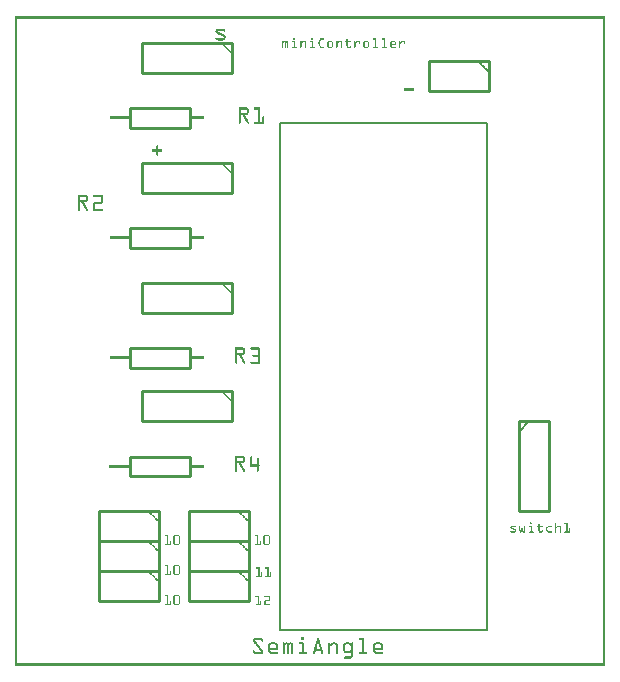
<source format=gto>
G04 MADE WITH FRITZING*
G04 WWW.FRITZING.ORG*
G04 DOUBLE SIDED*
G04 HOLES PLATED*
G04 CONTOUR ON CENTER OF CONTOUR VECTOR*
%ASAXBY*%
%FSLAX23Y23*%
%MOIN*%
%OFA0B0*%
%SFA1.0B1.0*%
%ADD10C,0.010000*%
%ADD11C,0.005000*%
%ADD12C,0.008000*%
%ADD13R,0.001000X0.001000*%
%LNSILK1*%
G90*
G70*
G54D10*
X1680Y815D02*
X1680Y515D01*
D02*
X1680Y515D02*
X1780Y515D01*
D02*
X1780Y515D02*
X1780Y815D01*
D02*
X1780Y815D02*
X1680Y815D01*
G54D11*
D02*
X1680Y780D02*
X1715Y815D01*
G54D10*
D02*
X724Y2076D02*
X424Y2076D01*
D02*
X424Y2076D02*
X424Y1976D01*
D02*
X424Y1976D02*
X724Y1976D01*
D02*
X724Y1976D02*
X724Y2076D01*
D02*
X724Y1676D02*
X424Y1676D01*
D02*
X424Y1676D02*
X424Y1576D01*
D02*
X424Y1576D02*
X724Y1576D01*
D02*
X724Y1576D02*
X724Y1676D01*
D02*
X780Y315D02*
X580Y315D01*
D02*
X580Y315D02*
X580Y215D01*
D02*
X580Y215D02*
X780Y215D01*
D02*
X780Y215D02*
X780Y315D01*
D02*
X780Y415D02*
X580Y415D01*
D02*
X580Y415D02*
X580Y315D01*
D02*
X580Y315D02*
X780Y315D01*
D02*
X780Y315D02*
X780Y415D01*
D02*
X480Y315D02*
X280Y315D01*
D02*
X280Y315D02*
X280Y215D01*
D02*
X280Y215D02*
X480Y215D01*
D02*
X480Y215D02*
X480Y315D01*
D02*
X480Y415D02*
X280Y415D01*
D02*
X280Y415D02*
X280Y315D01*
D02*
X280Y315D02*
X480Y315D01*
D02*
X480Y315D02*
X480Y415D01*
D02*
X480Y515D02*
X280Y515D01*
D02*
X280Y515D02*
X280Y415D01*
D02*
X280Y415D02*
X480Y415D01*
D02*
X480Y415D02*
X480Y515D01*
D02*
X780Y515D02*
X580Y515D01*
D02*
X580Y515D02*
X580Y415D01*
D02*
X580Y415D02*
X780Y415D01*
D02*
X780Y415D02*
X780Y515D01*
D02*
X1580Y2015D02*
X1380Y2015D01*
D02*
X1380Y2015D02*
X1380Y1915D01*
D02*
X1380Y1915D02*
X1580Y1915D01*
D02*
X1580Y1915D02*
X1580Y2015D01*
D02*
X383Y1059D02*
X583Y1059D01*
D02*
X583Y1059D02*
X583Y993D01*
D02*
X583Y993D02*
X383Y993D01*
D02*
X383Y993D02*
X383Y1059D01*
D02*
X383Y1459D02*
X583Y1459D01*
D02*
X583Y1459D02*
X583Y1393D01*
D02*
X583Y1393D02*
X383Y1393D01*
D02*
X383Y1393D02*
X383Y1459D01*
D02*
X383Y1859D02*
X583Y1859D01*
D02*
X583Y1859D02*
X583Y1793D01*
D02*
X583Y1793D02*
X383Y1793D01*
D02*
X383Y1793D02*
X383Y1859D01*
D02*
X724Y915D02*
X424Y915D01*
D02*
X424Y915D02*
X424Y815D01*
D02*
X424Y815D02*
X724Y815D01*
D02*
X724Y815D02*
X724Y915D01*
D02*
X724Y1276D02*
X424Y1276D01*
D02*
X424Y1276D02*
X424Y1176D01*
D02*
X424Y1176D02*
X724Y1176D01*
D02*
X724Y1176D02*
X724Y1276D01*
D02*
X382Y698D02*
X582Y698D01*
D02*
X582Y698D02*
X582Y632D01*
D02*
X582Y632D02*
X382Y632D01*
D02*
X382Y632D02*
X382Y698D01*
G54D12*
X883Y119D02*
X1575Y119D01*
X1575Y1811D01*
X883Y1811D01*
X883Y119D01*
D02*
G54D13*
X0Y2165D02*
X1967Y2165D01*
X0Y2164D02*
X1967Y2164D01*
X0Y2163D02*
X1967Y2163D01*
X0Y2162D02*
X1967Y2162D01*
X0Y2161D02*
X1967Y2161D01*
X0Y2160D02*
X1967Y2160D01*
X0Y2159D02*
X1967Y2159D01*
X0Y2158D02*
X1967Y2158D01*
X0Y2157D02*
X7Y2157D01*
X1960Y2157D02*
X1967Y2157D01*
X0Y2156D02*
X7Y2156D01*
X1960Y2156D02*
X1967Y2156D01*
X0Y2155D02*
X7Y2155D01*
X1960Y2155D02*
X1967Y2155D01*
X0Y2154D02*
X7Y2154D01*
X1960Y2154D02*
X1967Y2154D01*
X0Y2153D02*
X7Y2153D01*
X1960Y2153D02*
X1967Y2153D01*
X0Y2152D02*
X7Y2152D01*
X1960Y2152D02*
X1967Y2152D01*
X0Y2151D02*
X7Y2151D01*
X1960Y2151D02*
X1967Y2151D01*
X0Y2150D02*
X7Y2150D01*
X1960Y2150D02*
X1967Y2150D01*
X0Y2149D02*
X7Y2149D01*
X1960Y2149D02*
X1967Y2149D01*
X0Y2148D02*
X7Y2148D01*
X1960Y2148D02*
X1967Y2148D01*
X0Y2147D02*
X7Y2147D01*
X1960Y2147D02*
X1967Y2147D01*
X0Y2146D02*
X7Y2146D01*
X1960Y2146D02*
X1967Y2146D01*
X0Y2145D02*
X7Y2145D01*
X1960Y2145D02*
X1967Y2145D01*
X0Y2144D02*
X7Y2144D01*
X1960Y2144D02*
X1967Y2144D01*
X0Y2143D02*
X7Y2143D01*
X1960Y2143D02*
X1967Y2143D01*
X0Y2142D02*
X7Y2142D01*
X1960Y2142D02*
X1967Y2142D01*
X0Y2141D02*
X7Y2141D01*
X1960Y2141D02*
X1967Y2141D01*
X0Y2140D02*
X7Y2140D01*
X1960Y2140D02*
X1967Y2140D01*
X0Y2139D02*
X7Y2139D01*
X1960Y2139D02*
X1967Y2139D01*
X0Y2138D02*
X7Y2138D01*
X1960Y2138D02*
X1967Y2138D01*
X0Y2137D02*
X7Y2137D01*
X1960Y2137D02*
X1967Y2137D01*
X0Y2136D02*
X7Y2136D01*
X1960Y2136D02*
X1967Y2136D01*
X0Y2135D02*
X7Y2135D01*
X1960Y2135D02*
X1967Y2135D01*
X0Y2134D02*
X7Y2134D01*
X1960Y2134D02*
X1967Y2134D01*
X0Y2133D02*
X7Y2133D01*
X1960Y2133D02*
X1967Y2133D01*
X0Y2132D02*
X7Y2132D01*
X1960Y2132D02*
X1967Y2132D01*
X0Y2131D02*
X7Y2131D01*
X1960Y2131D02*
X1967Y2131D01*
X0Y2130D02*
X7Y2130D01*
X1960Y2130D02*
X1967Y2130D01*
X0Y2129D02*
X7Y2129D01*
X1960Y2129D02*
X1967Y2129D01*
X0Y2128D02*
X7Y2128D01*
X1960Y2128D02*
X1967Y2128D01*
X0Y2127D02*
X7Y2127D01*
X1960Y2127D02*
X1967Y2127D01*
X0Y2126D02*
X7Y2126D01*
X1960Y2126D02*
X1967Y2126D01*
X0Y2125D02*
X7Y2125D01*
X1960Y2125D02*
X1967Y2125D01*
X0Y2124D02*
X7Y2124D01*
X677Y2124D02*
X693Y2124D01*
X1960Y2124D02*
X1967Y2124D01*
X0Y2123D02*
X7Y2123D01*
X674Y2123D02*
X697Y2123D01*
X1960Y2123D02*
X1967Y2123D01*
X0Y2122D02*
X7Y2122D01*
X672Y2122D02*
X698Y2122D01*
X1960Y2122D02*
X1967Y2122D01*
X0Y2121D02*
X7Y2121D01*
X671Y2121D02*
X699Y2121D01*
X1960Y2121D02*
X1967Y2121D01*
X0Y2120D02*
X7Y2120D01*
X671Y2120D02*
X700Y2120D01*
X1960Y2120D02*
X1967Y2120D01*
X0Y2119D02*
X7Y2119D01*
X670Y2119D02*
X701Y2119D01*
X1960Y2119D02*
X1967Y2119D01*
X0Y2118D02*
X7Y2118D01*
X670Y2118D02*
X701Y2118D01*
X1960Y2118D02*
X1967Y2118D01*
X0Y2117D02*
X7Y2117D01*
X669Y2117D02*
X677Y2117D01*
X693Y2117D02*
X701Y2117D01*
X1960Y2117D02*
X1967Y2117D01*
X0Y2116D02*
X7Y2116D01*
X669Y2116D02*
X675Y2116D01*
X695Y2116D02*
X701Y2116D01*
X1960Y2116D02*
X1967Y2116D01*
X0Y2115D02*
X7Y2115D01*
X669Y2115D02*
X675Y2115D01*
X697Y2115D02*
X700Y2115D01*
X1960Y2115D02*
X1967Y2115D01*
X0Y2114D02*
X7Y2114D01*
X669Y2114D02*
X676Y2114D01*
X1960Y2114D02*
X1967Y2114D01*
X0Y2113D02*
X7Y2113D01*
X670Y2113D02*
X677Y2113D01*
X1960Y2113D02*
X1967Y2113D01*
X0Y2112D02*
X7Y2112D01*
X670Y2112D02*
X680Y2112D01*
X1960Y2112D02*
X1967Y2112D01*
X0Y2111D02*
X7Y2111D01*
X670Y2111D02*
X682Y2111D01*
X1960Y2111D02*
X1967Y2111D01*
X0Y2110D02*
X7Y2110D01*
X671Y2110D02*
X684Y2110D01*
X1960Y2110D02*
X1967Y2110D01*
X0Y2109D02*
X7Y2109D01*
X672Y2109D02*
X687Y2109D01*
X1960Y2109D02*
X1967Y2109D01*
X0Y2108D02*
X7Y2108D01*
X673Y2108D02*
X689Y2108D01*
X1960Y2108D02*
X1967Y2108D01*
X0Y2107D02*
X7Y2107D01*
X675Y2107D02*
X691Y2107D01*
X1960Y2107D02*
X1967Y2107D01*
X0Y2106D02*
X7Y2106D01*
X677Y2106D02*
X693Y2106D01*
X1960Y2106D02*
X1967Y2106D01*
X0Y2105D02*
X7Y2105D01*
X679Y2105D02*
X696Y2105D01*
X1960Y2105D02*
X1967Y2105D01*
X0Y2104D02*
X7Y2104D01*
X681Y2104D02*
X697Y2104D01*
X1960Y2104D02*
X1967Y2104D01*
X0Y2103D02*
X7Y2103D01*
X684Y2103D02*
X699Y2103D01*
X1960Y2103D02*
X1967Y2103D01*
X0Y2102D02*
X7Y2102D01*
X686Y2102D02*
X699Y2102D01*
X1960Y2102D02*
X1967Y2102D01*
X0Y2101D02*
X7Y2101D01*
X688Y2101D02*
X700Y2101D01*
X1960Y2101D02*
X1967Y2101D01*
X0Y2100D02*
X7Y2100D01*
X691Y2100D02*
X701Y2100D01*
X1960Y2100D02*
X1967Y2100D01*
X0Y2099D02*
X7Y2099D01*
X693Y2099D02*
X701Y2099D01*
X1960Y2099D02*
X1967Y2099D01*
X0Y2098D02*
X7Y2098D01*
X695Y2098D02*
X702Y2098D01*
X1960Y2098D02*
X1967Y2098D01*
X0Y2097D02*
X7Y2097D01*
X695Y2097D02*
X702Y2097D01*
X1960Y2097D02*
X1967Y2097D01*
X0Y2096D02*
X7Y2096D01*
X696Y2096D02*
X702Y2096D01*
X1960Y2096D02*
X1967Y2096D01*
X0Y2095D02*
X7Y2095D01*
X696Y2095D02*
X702Y2095D01*
X1960Y2095D02*
X1967Y2095D01*
X0Y2094D02*
X7Y2094D01*
X670Y2094D02*
X673Y2094D01*
X695Y2094D02*
X702Y2094D01*
X1960Y2094D02*
X1967Y2094D01*
X0Y2093D02*
X7Y2093D01*
X669Y2093D02*
X674Y2093D01*
X695Y2093D02*
X702Y2093D01*
X928Y2093D02*
X932Y2093D01*
X988Y2093D02*
X992Y2093D01*
X1960Y2093D02*
X1967Y2093D01*
X0Y2092D02*
X7Y2092D01*
X669Y2092D02*
X676Y2092D01*
X694Y2092D02*
X701Y2092D01*
X928Y2092D02*
X933Y2092D01*
X988Y2092D02*
X993Y2092D01*
X1960Y2092D02*
X1967Y2092D01*
X0Y2091D02*
X7Y2091D01*
X668Y2091D02*
X701Y2091D01*
X928Y2091D02*
X933Y2091D01*
X988Y2091D02*
X993Y2091D01*
X1019Y2091D02*
X1031Y2091D01*
X1194Y2091D02*
X1202Y2091D01*
X1224Y2091D02*
X1232Y2091D01*
X1960Y2091D02*
X1967Y2091D01*
X0Y2090D02*
X7Y2090D01*
X669Y2090D02*
X700Y2090D01*
X928Y2090D02*
X933Y2090D01*
X988Y2090D02*
X993Y2090D01*
X1018Y2090D02*
X1031Y2090D01*
X1107Y2090D02*
X1107Y2090D01*
X1193Y2090D02*
X1203Y2090D01*
X1223Y2090D02*
X1233Y2090D01*
X1960Y2090D02*
X1967Y2090D01*
X0Y2089D02*
X7Y2089D01*
X669Y2089D02*
X700Y2089D01*
X928Y2089D02*
X933Y2089D01*
X988Y2089D02*
X993Y2089D01*
X1017Y2089D02*
X1031Y2089D01*
X1106Y2089D02*
X1108Y2089D01*
X1194Y2089D02*
X1203Y2089D01*
X1224Y2089D02*
X1233Y2089D01*
X1960Y2089D02*
X1967Y2089D01*
X0Y2088D02*
X7Y2088D01*
X670Y2088D02*
X699Y2088D01*
X929Y2088D02*
X932Y2088D01*
X989Y2088D02*
X992Y2088D01*
X1016Y2088D02*
X1030Y2088D01*
X1105Y2088D02*
X1109Y2088D01*
X1195Y2088D02*
X1203Y2088D01*
X1225Y2088D02*
X1233Y2088D01*
X1960Y2088D02*
X1967Y2088D01*
X0Y2087D02*
X7Y2087D01*
X672Y2087D02*
X698Y2087D01*
X1016Y2087D02*
X1020Y2087D01*
X1105Y2087D02*
X1109Y2087D01*
X1200Y2087D02*
X1203Y2087D01*
X1230Y2087D02*
X1233Y2087D01*
X1960Y2087D02*
X1967Y2087D01*
X0Y2086D02*
X7Y2086D01*
X673Y2086D02*
X696Y2086D01*
X1015Y2086D02*
X1019Y2086D01*
X1105Y2086D02*
X1109Y2086D01*
X1200Y2086D02*
X1203Y2086D01*
X1230Y2086D02*
X1233Y2086D01*
X1960Y2086D02*
X1967Y2086D01*
X0Y2085D02*
X7Y2085D01*
X676Y2085D02*
X694Y2085D01*
X1015Y2085D02*
X1019Y2085D01*
X1105Y2085D02*
X1109Y2085D01*
X1200Y2085D02*
X1203Y2085D01*
X1230Y2085D02*
X1233Y2085D01*
X1960Y2085D02*
X1967Y2085D01*
X0Y2084D02*
X7Y2084D01*
X1014Y2084D02*
X1018Y2084D01*
X1105Y2084D02*
X1109Y2084D01*
X1200Y2084D02*
X1203Y2084D01*
X1230Y2084D02*
X1233Y2084D01*
X1960Y2084D02*
X1967Y2084D01*
X0Y2083D02*
X7Y2083D01*
X898Y2083D02*
X899Y2083D01*
X925Y2083D02*
X931Y2083D01*
X953Y2083D02*
X953Y2083D01*
X962Y2083D02*
X965Y2083D01*
X985Y2083D02*
X991Y2083D01*
X1014Y2083D02*
X1018Y2083D01*
X1048Y2083D02*
X1054Y2083D01*
X1073Y2083D02*
X1073Y2083D01*
X1082Y2083D02*
X1085Y2083D01*
X1103Y2083D02*
X1117Y2083D01*
X1133Y2083D02*
X1133Y2083D01*
X1141Y2083D02*
X1146Y2083D01*
X1168Y2083D02*
X1174Y2083D01*
X1200Y2083D02*
X1203Y2083D01*
X1230Y2083D02*
X1233Y2083D01*
X1258Y2083D02*
X1264Y2083D01*
X1283Y2083D02*
X1283Y2083D01*
X1291Y2083D02*
X1296Y2083D01*
X1960Y2083D02*
X1967Y2083D01*
X0Y2082D02*
X7Y2082D01*
X891Y2082D02*
X894Y2082D01*
X896Y2082D02*
X901Y2082D01*
X904Y2082D02*
X909Y2082D01*
X924Y2082D02*
X933Y2082D01*
X952Y2082D02*
X954Y2082D01*
X959Y2082D02*
X968Y2082D01*
X984Y2082D02*
X992Y2082D01*
X1013Y2082D02*
X1017Y2082D01*
X1046Y2082D02*
X1057Y2082D01*
X1072Y2082D02*
X1074Y2082D01*
X1079Y2082D02*
X1088Y2082D01*
X1102Y2082D02*
X1119Y2082D01*
X1132Y2082D02*
X1134Y2082D01*
X1140Y2082D02*
X1148Y2082D01*
X1166Y2082D02*
X1177Y2082D01*
X1200Y2082D02*
X1203Y2082D01*
X1230Y2082D02*
X1233Y2082D01*
X1256Y2082D02*
X1267Y2082D01*
X1282Y2082D02*
X1284Y2082D01*
X1290Y2082D02*
X1298Y2082D01*
X1960Y2082D02*
X1967Y2082D01*
X0Y2081D02*
X7Y2081D01*
X891Y2081D02*
X910Y2081D01*
X923Y2081D02*
X933Y2081D01*
X951Y2081D02*
X955Y2081D01*
X958Y2081D02*
X969Y2081D01*
X983Y2081D02*
X993Y2081D01*
X1013Y2081D02*
X1017Y2081D01*
X1044Y2081D02*
X1058Y2081D01*
X1071Y2081D02*
X1075Y2081D01*
X1078Y2081D02*
X1089Y2081D01*
X1101Y2081D02*
X1119Y2081D01*
X1131Y2081D02*
X1134Y2081D01*
X1138Y2081D02*
X1149Y2081D01*
X1164Y2081D02*
X1178Y2081D01*
X1200Y2081D02*
X1203Y2081D01*
X1230Y2081D02*
X1233Y2081D01*
X1254Y2081D02*
X1268Y2081D01*
X1281Y2081D02*
X1284Y2081D01*
X1288Y2081D02*
X1299Y2081D01*
X1960Y2081D02*
X1967Y2081D01*
X0Y2080D02*
X7Y2080D01*
X891Y2080D02*
X910Y2080D01*
X924Y2080D02*
X933Y2080D01*
X951Y2080D02*
X970Y2080D01*
X984Y2080D02*
X993Y2080D01*
X1012Y2080D02*
X1016Y2080D01*
X1043Y2080D02*
X1059Y2080D01*
X1071Y2080D02*
X1090Y2080D01*
X1102Y2080D02*
X1119Y2080D01*
X1131Y2080D02*
X1135Y2080D01*
X1137Y2080D02*
X1150Y2080D01*
X1163Y2080D02*
X1179Y2080D01*
X1200Y2080D02*
X1203Y2080D01*
X1230Y2080D02*
X1233Y2080D01*
X1253Y2080D02*
X1269Y2080D01*
X1281Y2080D02*
X1284Y2080D01*
X1287Y2080D02*
X1300Y2080D01*
X1960Y2080D02*
X1967Y2080D01*
X0Y2079D02*
X7Y2079D01*
X891Y2079D02*
X911Y2079D01*
X925Y2079D02*
X933Y2079D01*
X951Y2079D02*
X970Y2079D01*
X985Y2079D02*
X993Y2079D01*
X1012Y2079D02*
X1016Y2079D01*
X1042Y2079D02*
X1060Y2079D01*
X1071Y2079D02*
X1090Y2079D01*
X1103Y2079D02*
X1117Y2079D01*
X1131Y2079D02*
X1151Y2079D01*
X1162Y2079D02*
X1180Y2079D01*
X1200Y2079D02*
X1203Y2079D01*
X1230Y2079D02*
X1233Y2079D01*
X1252Y2079D02*
X1270Y2079D01*
X1281Y2079D02*
X1301Y2079D01*
X1960Y2079D02*
X1967Y2079D01*
X0Y2078D02*
X7Y2078D01*
X891Y2078D02*
X896Y2078D01*
X900Y2078D02*
X905Y2078D01*
X908Y2078D02*
X911Y2078D01*
X930Y2078D02*
X933Y2078D01*
X951Y2078D02*
X960Y2078D01*
X967Y2078D02*
X970Y2078D01*
X990Y2078D02*
X993Y2078D01*
X1012Y2078D02*
X1015Y2078D01*
X1042Y2078D02*
X1046Y2078D01*
X1056Y2078D02*
X1061Y2078D01*
X1071Y2078D02*
X1080Y2078D01*
X1087Y2078D02*
X1090Y2078D01*
X1105Y2078D02*
X1109Y2078D01*
X1131Y2078D02*
X1140Y2078D01*
X1147Y2078D02*
X1151Y2078D01*
X1162Y2078D02*
X1166Y2078D01*
X1176Y2078D02*
X1181Y2078D01*
X1200Y2078D02*
X1203Y2078D01*
X1230Y2078D02*
X1233Y2078D01*
X1252Y2078D02*
X1256Y2078D01*
X1266Y2078D02*
X1271Y2078D01*
X1281Y2078D02*
X1290Y2078D01*
X1297Y2078D02*
X1301Y2078D01*
X1960Y2078D02*
X1967Y2078D01*
X0Y2077D02*
X7Y2077D01*
X689Y2077D02*
X690Y2077D01*
X891Y2077D02*
X895Y2077D01*
X900Y2077D02*
X903Y2077D01*
X908Y2077D02*
X911Y2077D01*
X930Y2077D02*
X933Y2077D01*
X951Y2077D02*
X958Y2077D01*
X967Y2077D02*
X971Y2077D01*
X990Y2077D02*
X993Y2077D01*
X1011Y2077D02*
X1015Y2077D01*
X1042Y2077D02*
X1045Y2077D01*
X1057Y2077D02*
X1061Y2077D01*
X1071Y2077D02*
X1078Y2077D01*
X1087Y2077D02*
X1091Y2077D01*
X1105Y2077D02*
X1109Y2077D01*
X1131Y2077D02*
X1139Y2077D01*
X1148Y2077D02*
X1151Y2077D01*
X1162Y2077D02*
X1165Y2077D01*
X1177Y2077D02*
X1181Y2077D01*
X1200Y2077D02*
X1203Y2077D01*
X1230Y2077D02*
X1233Y2077D01*
X1251Y2077D02*
X1255Y2077D01*
X1267Y2077D02*
X1271Y2077D01*
X1281Y2077D02*
X1289Y2077D01*
X1298Y2077D02*
X1301Y2077D01*
X1960Y2077D02*
X1967Y2077D01*
X0Y2076D02*
X7Y2076D01*
X688Y2076D02*
X691Y2076D01*
X891Y2076D02*
X894Y2076D01*
X900Y2076D02*
X903Y2076D01*
X908Y2076D02*
X911Y2076D01*
X930Y2076D02*
X933Y2076D01*
X951Y2076D02*
X957Y2076D01*
X967Y2076D02*
X971Y2076D01*
X990Y2076D02*
X993Y2076D01*
X1011Y2076D02*
X1015Y2076D01*
X1041Y2076D02*
X1045Y2076D01*
X1058Y2076D02*
X1061Y2076D01*
X1071Y2076D02*
X1077Y2076D01*
X1087Y2076D02*
X1091Y2076D01*
X1105Y2076D02*
X1109Y2076D01*
X1131Y2076D02*
X1138Y2076D01*
X1148Y2076D02*
X1151Y2076D01*
X1161Y2076D02*
X1165Y2076D01*
X1178Y2076D02*
X1181Y2076D01*
X1200Y2076D02*
X1203Y2076D01*
X1230Y2076D02*
X1233Y2076D01*
X1251Y2076D02*
X1255Y2076D01*
X1268Y2076D02*
X1271Y2076D01*
X1281Y2076D02*
X1288Y2076D01*
X1298Y2076D02*
X1301Y2076D01*
X1960Y2076D02*
X1967Y2076D01*
X0Y2075D02*
X7Y2075D01*
X687Y2075D02*
X692Y2075D01*
X891Y2075D02*
X894Y2075D01*
X900Y2075D02*
X903Y2075D01*
X908Y2075D02*
X911Y2075D01*
X930Y2075D02*
X933Y2075D01*
X951Y2075D02*
X955Y2075D01*
X967Y2075D02*
X971Y2075D01*
X990Y2075D02*
X993Y2075D01*
X1011Y2075D02*
X1015Y2075D01*
X1041Y2075D02*
X1045Y2075D01*
X1058Y2075D02*
X1061Y2075D01*
X1071Y2075D02*
X1075Y2075D01*
X1087Y2075D02*
X1091Y2075D01*
X1105Y2075D02*
X1109Y2075D01*
X1131Y2075D02*
X1137Y2075D01*
X1148Y2075D02*
X1151Y2075D01*
X1161Y2075D02*
X1165Y2075D01*
X1178Y2075D02*
X1181Y2075D01*
X1200Y2075D02*
X1203Y2075D01*
X1230Y2075D02*
X1233Y2075D01*
X1251Y2075D02*
X1255Y2075D01*
X1268Y2075D02*
X1271Y2075D01*
X1281Y2075D02*
X1287Y2075D01*
X1298Y2075D02*
X1301Y2075D01*
X1960Y2075D02*
X1967Y2075D01*
X0Y2074D02*
X7Y2074D01*
X687Y2074D02*
X693Y2074D01*
X891Y2074D02*
X894Y2074D01*
X900Y2074D02*
X903Y2074D01*
X908Y2074D02*
X911Y2074D01*
X930Y2074D02*
X933Y2074D01*
X951Y2074D02*
X955Y2074D01*
X967Y2074D02*
X971Y2074D01*
X990Y2074D02*
X993Y2074D01*
X1012Y2074D02*
X1015Y2074D01*
X1041Y2074D02*
X1045Y2074D01*
X1058Y2074D02*
X1061Y2074D01*
X1071Y2074D02*
X1075Y2074D01*
X1087Y2074D02*
X1091Y2074D01*
X1105Y2074D02*
X1109Y2074D01*
X1131Y2074D02*
X1136Y2074D01*
X1149Y2074D02*
X1150Y2074D01*
X1161Y2074D02*
X1165Y2074D01*
X1178Y2074D02*
X1181Y2074D01*
X1200Y2074D02*
X1203Y2074D01*
X1230Y2074D02*
X1233Y2074D01*
X1251Y2074D02*
X1255Y2074D01*
X1268Y2074D02*
X1271Y2074D01*
X1281Y2074D02*
X1286Y2074D01*
X1299Y2074D02*
X1300Y2074D01*
X1960Y2074D02*
X1967Y2074D01*
X0Y2073D02*
X7Y2073D01*
X688Y2073D02*
X694Y2073D01*
X891Y2073D02*
X894Y2073D01*
X900Y2073D02*
X903Y2073D01*
X908Y2073D02*
X911Y2073D01*
X930Y2073D02*
X933Y2073D01*
X951Y2073D02*
X955Y2073D01*
X967Y2073D02*
X971Y2073D01*
X990Y2073D02*
X993Y2073D01*
X1012Y2073D02*
X1015Y2073D01*
X1041Y2073D02*
X1045Y2073D01*
X1058Y2073D02*
X1061Y2073D01*
X1071Y2073D02*
X1075Y2073D01*
X1087Y2073D02*
X1091Y2073D01*
X1105Y2073D02*
X1109Y2073D01*
X1131Y2073D02*
X1135Y2073D01*
X1161Y2073D02*
X1165Y2073D01*
X1178Y2073D02*
X1181Y2073D01*
X1200Y2073D02*
X1203Y2073D01*
X1230Y2073D02*
X1233Y2073D01*
X1251Y2073D02*
X1255Y2073D01*
X1268Y2073D02*
X1271Y2073D01*
X1281Y2073D02*
X1285Y2073D01*
X1960Y2073D02*
X1967Y2073D01*
X0Y2072D02*
X7Y2072D01*
X689Y2072D02*
X695Y2072D01*
X891Y2072D02*
X894Y2072D01*
X900Y2072D02*
X903Y2072D01*
X908Y2072D02*
X911Y2072D01*
X930Y2072D02*
X933Y2072D01*
X951Y2072D02*
X955Y2072D01*
X968Y2072D02*
X971Y2072D01*
X990Y2072D02*
X993Y2072D01*
X1012Y2072D02*
X1016Y2072D01*
X1041Y2072D02*
X1045Y2072D01*
X1058Y2072D02*
X1061Y2072D01*
X1071Y2072D02*
X1075Y2072D01*
X1087Y2072D02*
X1091Y2072D01*
X1105Y2072D02*
X1109Y2072D01*
X1131Y2072D02*
X1135Y2072D01*
X1161Y2072D02*
X1165Y2072D01*
X1178Y2072D02*
X1181Y2072D01*
X1200Y2072D02*
X1203Y2072D01*
X1230Y2072D02*
X1233Y2072D01*
X1251Y2072D02*
X1271Y2072D01*
X1281Y2072D02*
X1284Y2072D01*
X1960Y2072D02*
X1967Y2072D01*
X0Y2071D02*
X7Y2071D01*
X690Y2071D02*
X696Y2071D01*
X891Y2071D02*
X894Y2071D01*
X900Y2071D02*
X903Y2071D01*
X908Y2071D02*
X911Y2071D01*
X930Y2071D02*
X933Y2071D01*
X951Y2071D02*
X955Y2071D01*
X968Y2071D02*
X971Y2071D01*
X990Y2071D02*
X993Y2071D01*
X1013Y2071D02*
X1016Y2071D01*
X1041Y2071D02*
X1045Y2071D01*
X1058Y2071D02*
X1061Y2071D01*
X1071Y2071D02*
X1075Y2071D01*
X1088Y2071D02*
X1091Y2071D01*
X1105Y2071D02*
X1109Y2071D01*
X1131Y2071D02*
X1135Y2071D01*
X1161Y2071D02*
X1165Y2071D01*
X1178Y2071D02*
X1181Y2071D01*
X1200Y2071D02*
X1203Y2071D01*
X1230Y2071D02*
X1233Y2071D01*
X1251Y2071D02*
X1271Y2071D01*
X1281Y2071D02*
X1284Y2071D01*
X1960Y2071D02*
X1967Y2071D01*
X0Y2070D02*
X7Y2070D01*
X691Y2070D02*
X697Y2070D01*
X891Y2070D02*
X894Y2070D01*
X900Y2070D02*
X903Y2070D01*
X908Y2070D02*
X911Y2070D01*
X930Y2070D02*
X933Y2070D01*
X951Y2070D02*
X955Y2070D01*
X968Y2070D02*
X971Y2070D01*
X990Y2070D02*
X993Y2070D01*
X1013Y2070D02*
X1017Y2070D01*
X1041Y2070D02*
X1045Y2070D01*
X1058Y2070D02*
X1061Y2070D01*
X1071Y2070D02*
X1075Y2070D01*
X1088Y2070D02*
X1091Y2070D01*
X1105Y2070D02*
X1109Y2070D01*
X1131Y2070D02*
X1135Y2070D01*
X1161Y2070D02*
X1165Y2070D01*
X1178Y2070D02*
X1181Y2070D01*
X1200Y2070D02*
X1203Y2070D01*
X1230Y2070D02*
X1233Y2070D01*
X1251Y2070D02*
X1271Y2070D01*
X1281Y2070D02*
X1284Y2070D01*
X1960Y2070D02*
X1967Y2070D01*
X0Y2069D02*
X7Y2069D01*
X692Y2069D02*
X698Y2069D01*
X891Y2069D02*
X894Y2069D01*
X900Y2069D02*
X903Y2069D01*
X908Y2069D02*
X911Y2069D01*
X930Y2069D02*
X933Y2069D01*
X951Y2069D02*
X955Y2069D01*
X968Y2069D02*
X971Y2069D01*
X990Y2069D02*
X993Y2069D01*
X1014Y2069D02*
X1017Y2069D01*
X1041Y2069D02*
X1045Y2069D01*
X1058Y2069D02*
X1061Y2069D01*
X1071Y2069D02*
X1075Y2069D01*
X1088Y2069D02*
X1091Y2069D01*
X1105Y2069D02*
X1109Y2069D01*
X1131Y2069D02*
X1135Y2069D01*
X1161Y2069D02*
X1165Y2069D01*
X1178Y2069D02*
X1181Y2069D01*
X1200Y2069D02*
X1203Y2069D01*
X1230Y2069D02*
X1233Y2069D01*
X1251Y2069D02*
X1270Y2069D01*
X1281Y2069D02*
X1284Y2069D01*
X1960Y2069D02*
X1967Y2069D01*
X0Y2068D02*
X7Y2068D01*
X693Y2068D02*
X699Y2068D01*
X891Y2068D02*
X894Y2068D01*
X900Y2068D02*
X903Y2068D01*
X908Y2068D02*
X911Y2068D01*
X930Y2068D02*
X933Y2068D01*
X951Y2068D02*
X955Y2068D01*
X968Y2068D02*
X971Y2068D01*
X990Y2068D02*
X993Y2068D01*
X1014Y2068D02*
X1018Y2068D01*
X1041Y2068D02*
X1045Y2068D01*
X1058Y2068D02*
X1061Y2068D01*
X1071Y2068D02*
X1075Y2068D01*
X1088Y2068D02*
X1091Y2068D01*
X1105Y2068D02*
X1109Y2068D01*
X1131Y2068D02*
X1135Y2068D01*
X1161Y2068D02*
X1165Y2068D01*
X1178Y2068D02*
X1181Y2068D01*
X1200Y2068D02*
X1203Y2068D01*
X1230Y2068D02*
X1233Y2068D01*
X1251Y2068D02*
X1255Y2068D01*
X1281Y2068D02*
X1284Y2068D01*
X1960Y2068D02*
X1967Y2068D01*
X0Y2067D02*
X7Y2067D01*
X694Y2067D02*
X700Y2067D01*
X891Y2067D02*
X894Y2067D01*
X900Y2067D02*
X903Y2067D01*
X908Y2067D02*
X911Y2067D01*
X930Y2067D02*
X933Y2067D01*
X951Y2067D02*
X955Y2067D01*
X968Y2067D02*
X971Y2067D01*
X990Y2067D02*
X993Y2067D01*
X1015Y2067D02*
X1018Y2067D01*
X1041Y2067D02*
X1045Y2067D01*
X1058Y2067D02*
X1061Y2067D01*
X1071Y2067D02*
X1075Y2067D01*
X1088Y2067D02*
X1091Y2067D01*
X1105Y2067D02*
X1109Y2067D01*
X1119Y2067D02*
X1120Y2067D01*
X1131Y2067D02*
X1135Y2067D01*
X1161Y2067D02*
X1165Y2067D01*
X1178Y2067D02*
X1181Y2067D01*
X1200Y2067D02*
X1203Y2067D01*
X1230Y2067D02*
X1233Y2067D01*
X1251Y2067D02*
X1255Y2067D01*
X1281Y2067D02*
X1284Y2067D01*
X1960Y2067D02*
X1967Y2067D01*
X0Y2066D02*
X7Y2066D01*
X695Y2066D02*
X701Y2066D01*
X891Y2066D02*
X894Y2066D01*
X900Y2066D02*
X903Y2066D01*
X908Y2066D02*
X911Y2066D01*
X930Y2066D02*
X933Y2066D01*
X951Y2066D02*
X955Y2066D01*
X968Y2066D02*
X971Y2066D01*
X990Y2066D02*
X993Y2066D01*
X1015Y2066D02*
X1019Y2066D01*
X1041Y2066D02*
X1045Y2066D01*
X1058Y2066D02*
X1061Y2066D01*
X1071Y2066D02*
X1075Y2066D01*
X1088Y2066D02*
X1091Y2066D01*
X1105Y2066D02*
X1109Y2066D01*
X1118Y2066D02*
X1121Y2066D01*
X1131Y2066D02*
X1135Y2066D01*
X1161Y2066D02*
X1165Y2066D01*
X1178Y2066D02*
X1181Y2066D01*
X1200Y2066D02*
X1203Y2066D01*
X1230Y2066D02*
X1233Y2066D01*
X1251Y2066D02*
X1255Y2066D01*
X1281Y2066D02*
X1284Y2066D01*
X1960Y2066D02*
X1967Y2066D01*
X0Y2065D02*
X7Y2065D01*
X696Y2065D02*
X702Y2065D01*
X891Y2065D02*
X894Y2065D01*
X900Y2065D02*
X903Y2065D01*
X908Y2065D02*
X911Y2065D01*
X930Y2065D02*
X933Y2065D01*
X951Y2065D02*
X955Y2065D01*
X968Y2065D02*
X971Y2065D01*
X990Y2065D02*
X993Y2065D01*
X1016Y2065D02*
X1019Y2065D01*
X1042Y2065D02*
X1046Y2065D01*
X1057Y2065D02*
X1061Y2065D01*
X1071Y2065D02*
X1075Y2065D01*
X1088Y2065D02*
X1091Y2065D01*
X1106Y2065D02*
X1109Y2065D01*
X1118Y2065D02*
X1121Y2065D01*
X1131Y2065D02*
X1135Y2065D01*
X1162Y2065D02*
X1166Y2065D01*
X1177Y2065D02*
X1181Y2065D01*
X1200Y2065D02*
X1203Y2065D01*
X1230Y2065D02*
X1233Y2065D01*
X1252Y2065D02*
X1256Y2065D01*
X1281Y2065D02*
X1284Y2065D01*
X1960Y2065D02*
X1967Y2065D01*
X0Y2064D02*
X7Y2064D01*
X697Y2064D02*
X703Y2064D01*
X891Y2064D02*
X894Y2064D01*
X900Y2064D02*
X903Y2064D01*
X908Y2064D02*
X911Y2064D01*
X930Y2064D02*
X933Y2064D01*
X951Y2064D02*
X955Y2064D01*
X968Y2064D02*
X971Y2064D01*
X990Y2064D02*
X993Y2064D01*
X1016Y2064D02*
X1020Y2064D01*
X1042Y2064D02*
X1047Y2064D01*
X1055Y2064D02*
X1060Y2064D01*
X1071Y2064D02*
X1075Y2064D01*
X1088Y2064D02*
X1091Y2064D01*
X1106Y2064D02*
X1110Y2064D01*
X1117Y2064D02*
X1121Y2064D01*
X1131Y2064D02*
X1135Y2064D01*
X1162Y2064D02*
X1167Y2064D01*
X1175Y2064D02*
X1180Y2064D01*
X1199Y2064D02*
X1203Y2064D01*
X1229Y2064D02*
X1233Y2064D01*
X1252Y2064D02*
X1257Y2064D01*
X1281Y2064D02*
X1284Y2064D01*
X1960Y2064D02*
X1967Y2064D01*
X0Y2063D02*
X7Y2063D01*
X698Y2063D02*
X704Y2063D01*
X891Y2063D02*
X894Y2063D01*
X900Y2063D02*
X903Y2063D01*
X908Y2063D02*
X911Y2063D01*
X924Y2063D02*
X938Y2063D01*
X951Y2063D02*
X955Y2063D01*
X968Y2063D02*
X971Y2063D01*
X984Y2063D02*
X998Y2063D01*
X1017Y2063D02*
X1030Y2063D01*
X1043Y2063D02*
X1060Y2063D01*
X1071Y2063D02*
X1075Y2063D01*
X1088Y2063D02*
X1091Y2063D01*
X1106Y2063D02*
X1120Y2063D01*
X1131Y2063D02*
X1135Y2063D01*
X1163Y2063D02*
X1180Y2063D01*
X1194Y2063D02*
X1208Y2063D01*
X1224Y2063D02*
X1238Y2063D01*
X1253Y2063D02*
X1270Y2063D01*
X1281Y2063D02*
X1284Y2063D01*
X1960Y2063D02*
X1967Y2063D01*
X0Y2062D02*
X7Y2062D01*
X699Y2062D02*
X705Y2062D01*
X891Y2062D02*
X894Y2062D01*
X900Y2062D02*
X903Y2062D01*
X908Y2062D02*
X911Y2062D01*
X923Y2062D02*
X939Y2062D01*
X951Y2062D02*
X955Y2062D01*
X968Y2062D02*
X971Y2062D01*
X983Y2062D02*
X999Y2062D01*
X1017Y2062D02*
X1031Y2062D01*
X1044Y2062D02*
X1059Y2062D01*
X1071Y2062D02*
X1075Y2062D01*
X1088Y2062D02*
X1091Y2062D01*
X1107Y2062D02*
X1120Y2062D01*
X1131Y2062D02*
X1135Y2062D01*
X1164Y2062D02*
X1179Y2062D01*
X1193Y2062D02*
X1209Y2062D01*
X1223Y2062D02*
X1239Y2062D01*
X1254Y2062D02*
X1271Y2062D01*
X1281Y2062D02*
X1284Y2062D01*
X1960Y2062D02*
X1967Y2062D01*
X0Y2061D02*
X7Y2061D01*
X700Y2061D02*
X706Y2061D01*
X891Y2061D02*
X894Y2061D01*
X900Y2061D02*
X903Y2061D01*
X908Y2061D02*
X911Y2061D01*
X924Y2061D02*
X939Y2061D01*
X951Y2061D02*
X954Y2061D01*
X968Y2061D02*
X971Y2061D01*
X984Y2061D02*
X999Y2061D01*
X1018Y2061D02*
X1031Y2061D01*
X1045Y2061D02*
X1057Y2061D01*
X1071Y2061D02*
X1074Y2061D01*
X1088Y2061D02*
X1091Y2061D01*
X1108Y2061D02*
X1119Y2061D01*
X1131Y2061D02*
X1134Y2061D01*
X1165Y2061D02*
X1177Y2061D01*
X1193Y2061D02*
X1209Y2061D01*
X1223Y2061D02*
X1239Y2061D01*
X1255Y2061D02*
X1271Y2061D01*
X1281Y2061D02*
X1284Y2061D01*
X1960Y2061D02*
X1967Y2061D01*
X0Y2060D02*
X7Y2060D01*
X701Y2060D02*
X707Y2060D01*
X892Y2060D02*
X893Y2060D01*
X900Y2060D02*
X902Y2060D01*
X909Y2060D02*
X911Y2060D01*
X924Y2060D02*
X938Y2060D01*
X952Y2060D02*
X954Y2060D01*
X969Y2060D02*
X970Y2060D01*
X984Y2060D02*
X998Y2060D01*
X1020Y2060D02*
X1030Y2060D01*
X1047Y2060D02*
X1056Y2060D01*
X1072Y2060D02*
X1074Y2060D01*
X1089Y2060D02*
X1090Y2060D01*
X1109Y2060D02*
X1117Y2060D01*
X1132Y2060D02*
X1134Y2060D01*
X1167Y2060D02*
X1176Y2060D01*
X1194Y2060D02*
X1208Y2060D01*
X1224Y2060D02*
X1238Y2060D01*
X1256Y2060D02*
X1270Y2060D01*
X1282Y2060D02*
X1284Y2060D01*
X1960Y2060D02*
X1967Y2060D01*
X0Y2059D02*
X7Y2059D01*
X703Y2059D02*
X708Y2059D01*
X1960Y2059D02*
X1967Y2059D01*
X0Y2058D02*
X7Y2058D01*
X704Y2058D02*
X709Y2058D01*
X1960Y2058D02*
X1967Y2058D01*
X0Y2057D02*
X7Y2057D01*
X705Y2057D02*
X710Y2057D01*
X1960Y2057D02*
X1967Y2057D01*
X0Y2056D02*
X7Y2056D01*
X706Y2056D02*
X711Y2056D01*
X1960Y2056D02*
X1967Y2056D01*
X0Y2055D02*
X7Y2055D01*
X707Y2055D02*
X712Y2055D01*
X1960Y2055D02*
X1967Y2055D01*
X0Y2054D02*
X7Y2054D01*
X707Y2054D02*
X713Y2054D01*
X1960Y2054D02*
X1967Y2054D01*
X0Y2053D02*
X7Y2053D01*
X708Y2053D02*
X714Y2053D01*
X1960Y2053D02*
X1967Y2053D01*
X0Y2052D02*
X7Y2052D01*
X709Y2052D02*
X715Y2052D01*
X1960Y2052D02*
X1967Y2052D01*
X0Y2051D02*
X7Y2051D01*
X710Y2051D02*
X716Y2051D01*
X1960Y2051D02*
X1967Y2051D01*
X0Y2050D02*
X7Y2050D01*
X711Y2050D02*
X717Y2050D01*
X1960Y2050D02*
X1967Y2050D01*
X0Y2049D02*
X7Y2049D01*
X712Y2049D02*
X718Y2049D01*
X1960Y2049D02*
X1967Y2049D01*
X0Y2048D02*
X7Y2048D01*
X713Y2048D02*
X719Y2048D01*
X1960Y2048D02*
X1967Y2048D01*
X0Y2047D02*
X7Y2047D01*
X714Y2047D02*
X720Y2047D01*
X1960Y2047D02*
X1967Y2047D01*
X0Y2046D02*
X7Y2046D01*
X715Y2046D02*
X721Y2046D01*
X1960Y2046D02*
X1967Y2046D01*
X0Y2045D02*
X7Y2045D01*
X716Y2045D02*
X722Y2045D01*
X1960Y2045D02*
X1967Y2045D01*
X0Y2044D02*
X7Y2044D01*
X717Y2044D02*
X723Y2044D01*
X1960Y2044D02*
X1967Y2044D01*
X0Y2043D02*
X7Y2043D01*
X718Y2043D02*
X724Y2043D01*
X1960Y2043D02*
X1967Y2043D01*
X0Y2042D02*
X7Y2042D01*
X719Y2042D02*
X723Y2042D01*
X1960Y2042D02*
X1967Y2042D01*
X0Y2041D02*
X7Y2041D01*
X720Y2041D02*
X722Y2041D01*
X1960Y2041D02*
X1967Y2041D01*
X0Y2040D02*
X7Y2040D01*
X721Y2040D02*
X721Y2040D01*
X1960Y2040D02*
X1967Y2040D01*
X0Y2039D02*
X7Y2039D01*
X1960Y2039D02*
X1967Y2039D01*
X0Y2038D02*
X7Y2038D01*
X1960Y2038D02*
X1967Y2038D01*
X0Y2037D02*
X7Y2037D01*
X1960Y2037D02*
X1967Y2037D01*
X0Y2036D02*
X7Y2036D01*
X1960Y2036D02*
X1967Y2036D01*
X0Y2035D02*
X7Y2035D01*
X1960Y2035D02*
X1967Y2035D01*
X0Y2034D02*
X7Y2034D01*
X1960Y2034D02*
X1967Y2034D01*
X0Y2033D02*
X7Y2033D01*
X1960Y2033D02*
X1967Y2033D01*
X0Y2032D02*
X7Y2032D01*
X1960Y2032D02*
X1967Y2032D01*
X0Y2031D02*
X7Y2031D01*
X1960Y2031D02*
X1967Y2031D01*
X0Y2030D02*
X7Y2030D01*
X1960Y2030D02*
X1967Y2030D01*
X0Y2029D02*
X7Y2029D01*
X1960Y2029D02*
X1967Y2029D01*
X0Y2028D02*
X7Y2028D01*
X1960Y2028D02*
X1967Y2028D01*
X0Y2027D02*
X7Y2027D01*
X1960Y2027D02*
X1967Y2027D01*
X0Y2026D02*
X7Y2026D01*
X1960Y2026D02*
X1967Y2026D01*
X0Y2025D02*
X7Y2025D01*
X1960Y2025D02*
X1967Y2025D01*
X0Y2024D02*
X7Y2024D01*
X1960Y2024D02*
X1967Y2024D01*
X0Y2023D02*
X7Y2023D01*
X1960Y2023D02*
X1967Y2023D01*
X0Y2022D02*
X7Y2022D01*
X1960Y2022D02*
X1967Y2022D01*
X0Y2021D02*
X7Y2021D01*
X1960Y2021D02*
X1967Y2021D01*
X0Y2020D02*
X7Y2020D01*
X1960Y2020D02*
X1967Y2020D01*
X0Y2019D02*
X7Y2019D01*
X1960Y2019D02*
X1967Y2019D01*
X0Y2018D02*
X7Y2018D01*
X1960Y2018D02*
X1967Y2018D01*
X0Y2017D02*
X7Y2017D01*
X1960Y2017D02*
X1967Y2017D01*
X0Y2016D02*
X7Y2016D01*
X1545Y2016D02*
X1547Y2016D01*
X1960Y2016D02*
X1967Y2016D01*
X0Y2015D02*
X7Y2015D01*
X1544Y2015D02*
X1548Y2015D01*
X1960Y2015D02*
X1967Y2015D01*
X0Y2014D02*
X7Y2014D01*
X1543Y2014D02*
X1549Y2014D01*
X1960Y2014D02*
X1967Y2014D01*
X0Y2013D02*
X7Y2013D01*
X1543Y2013D02*
X1550Y2013D01*
X1960Y2013D02*
X1967Y2013D01*
X0Y2012D02*
X7Y2012D01*
X1544Y2012D02*
X1551Y2012D01*
X1960Y2012D02*
X1967Y2012D01*
X0Y2011D02*
X7Y2011D01*
X1545Y2011D02*
X1552Y2011D01*
X1960Y2011D02*
X1967Y2011D01*
X0Y2010D02*
X7Y2010D01*
X1546Y2010D02*
X1553Y2010D01*
X1960Y2010D02*
X1967Y2010D01*
X0Y2009D02*
X7Y2009D01*
X1547Y2009D02*
X1554Y2009D01*
X1960Y2009D02*
X1967Y2009D01*
X0Y2008D02*
X7Y2008D01*
X1548Y2008D02*
X1555Y2008D01*
X1960Y2008D02*
X1967Y2008D01*
X0Y2007D02*
X7Y2007D01*
X1549Y2007D02*
X1556Y2007D01*
X1960Y2007D02*
X1967Y2007D01*
X0Y2006D02*
X7Y2006D01*
X1550Y2006D02*
X1557Y2006D01*
X1960Y2006D02*
X1967Y2006D01*
X0Y2005D02*
X7Y2005D01*
X1551Y2005D02*
X1558Y2005D01*
X1960Y2005D02*
X1967Y2005D01*
X0Y2004D02*
X7Y2004D01*
X1552Y2004D02*
X1559Y2004D01*
X1960Y2004D02*
X1967Y2004D01*
X0Y2003D02*
X7Y2003D01*
X1553Y2003D02*
X1560Y2003D01*
X1960Y2003D02*
X1967Y2003D01*
X0Y2002D02*
X7Y2002D01*
X1554Y2002D02*
X1561Y2002D01*
X1960Y2002D02*
X1967Y2002D01*
X0Y2001D02*
X7Y2001D01*
X1555Y2001D02*
X1562Y2001D01*
X1960Y2001D02*
X1967Y2001D01*
X0Y2000D02*
X7Y2000D01*
X1557Y2000D02*
X1563Y2000D01*
X1960Y2000D02*
X1967Y2000D01*
X0Y1999D02*
X7Y1999D01*
X1558Y1999D02*
X1564Y1999D01*
X1960Y1999D02*
X1967Y1999D01*
X0Y1998D02*
X7Y1998D01*
X1559Y1998D02*
X1565Y1998D01*
X1960Y1998D02*
X1967Y1998D01*
X0Y1997D02*
X7Y1997D01*
X1560Y1997D02*
X1566Y1997D01*
X1960Y1997D02*
X1967Y1997D01*
X0Y1996D02*
X7Y1996D01*
X1561Y1996D02*
X1567Y1996D01*
X1960Y1996D02*
X1967Y1996D01*
X0Y1995D02*
X7Y1995D01*
X1562Y1995D02*
X1568Y1995D01*
X1960Y1995D02*
X1967Y1995D01*
X0Y1994D02*
X7Y1994D01*
X1563Y1994D02*
X1569Y1994D01*
X1960Y1994D02*
X1967Y1994D01*
X0Y1993D02*
X7Y1993D01*
X1564Y1993D02*
X1570Y1993D01*
X1960Y1993D02*
X1967Y1993D01*
X0Y1992D02*
X7Y1992D01*
X1565Y1992D02*
X1571Y1992D01*
X1960Y1992D02*
X1967Y1992D01*
X0Y1991D02*
X7Y1991D01*
X1565Y1991D02*
X1572Y1991D01*
X1960Y1991D02*
X1967Y1991D01*
X0Y1990D02*
X7Y1990D01*
X1566Y1990D02*
X1573Y1990D01*
X1960Y1990D02*
X1967Y1990D01*
X0Y1989D02*
X7Y1989D01*
X1567Y1989D02*
X1574Y1989D01*
X1960Y1989D02*
X1967Y1989D01*
X0Y1988D02*
X7Y1988D01*
X1568Y1988D02*
X1575Y1988D01*
X1960Y1988D02*
X1967Y1988D01*
X0Y1987D02*
X7Y1987D01*
X1569Y1987D02*
X1576Y1987D01*
X1960Y1987D02*
X1967Y1987D01*
X0Y1986D02*
X7Y1986D01*
X1570Y1986D02*
X1577Y1986D01*
X1960Y1986D02*
X1967Y1986D01*
X0Y1985D02*
X7Y1985D01*
X1571Y1985D02*
X1578Y1985D01*
X1960Y1985D02*
X1967Y1985D01*
X0Y1984D02*
X7Y1984D01*
X1572Y1984D02*
X1579Y1984D01*
X1960Y1984D02*
X1967Y1984D01*
X0Y1983D02*
X7Y1983D01*
X1573Y1983D02*
X1580Y1983D01*
X1960Y1983D02*
X1967Y1983D01*
X0Y1982D02*
X7Y1982D01*
X1574Y1982D02*
X1580Y1982D01*
X1960Y1982D02*
X1967Y1982D01*
X0Y1981D02*
X7Y1981D01*
X1575Y1981D02*
X1579Y1981D01*
X1960Y1981D02*
X1967Y1981D01*
X0Y1980D02*
X7Y1980D01*
X1576Y1980D02*
X1578Y1980D01*
X1960Y1980D02*
X1967Y1980D01*
X0Y1979D02*
X7Y1979D01*
X1960Y1979D02*
X1967Y1979D01*
X0Y1978D02*
X7Y1978D01*
X1960Y1978D02*
X1967Y1978D01*
X0Y1977D02*
X7Y1977D01*
X1960Y1977D02*
X1967Y1977D01*
X0Y1976D02*
X7Y1976D01*
X1960Y1976D02*
X1967Y1976D01*
X0Y1975D02*
X7Y1975D01*
X1960Y1975D02*
X1967Y1975D01*
X0Y1974D02*
X7Y1974D01*
X1960Y1974D02*
X1967Y1974D01*
X0Y1973D02*
X7Y1973D01*
X1960Y1973D02*
X1967Y1973D01*
X0Y1972D02*
X7Y1972D01*
X1960Y1972D02*
X1967Y1972D01*
X0Y1971D02*
X7Y1971D01*
X1960Y1971D02*
X1967Y1971D01*
X0Y1970D02*
X7Y1970D01*
X1960Y1970D02*
X1967Y1970D01*
X0Y1969D02*
X7Y1969D01*
X1960Y1969D02*
X1967Y1969D01*
X0Y1968D02*
X7Y1968D01*
X1960Y1968D02*
X1967Y1968D01*
X0Y1967D02*
X7Y1967D01*
X1960Y1967D02*
X1967Y1967D01*
X0Y1966D02*
X7Y1966D01*
X1960Y1966D02*
X1967Y1966D01*
X0Y1965D02*
X7Y1965D01*
X1960Y1965D02*
X1967Y1965D01*
X0Y1964D02*
X7Y1964D01*
X1960Y1964D02*
X1967Y1964D01*
X0Y1963D02*
X7Y1963D01*
X1960Y1963D02*
X1967Y1963D01*
X0Y1962D02*
X7Y1962D01*
X1960Y1962D02*
X1967Y1962D01*
X0Y1961D02*
X7Y1961D01*
X1960Y1961D02*
X1967Y1961D01*
X0Y1960D02*
X7Y1960D01*
X1960Y1960D02*
X1967Y1960D01*
X0Y1959D02*
X7Y1959D01*
X1960Y1959D02*
X1967Y1959D01*
X0Y1958D02*
X7Y1958D01*
X1960Y1958D02*
X1967Y1958D01*
X0Y1957D02*
X7Y1957D01*
X1960Y1957D02*
X1967Y1957D01*
X0Y1956D02*
X7Y1956D01*
X1960Y1956D02*
X1967Y1956D01*
X0Y1955D02*
X7Y1955D01*
X1960Y1955D02*
X1967Y1955D01*
X0Y1954D02*
X7Y1954D01*
X1960Y1954D02*
X1967Y1954D01*
X0Y1953D02*
X7Y1953D01*
X1960Y1953D02*
X1967Y1953D01*
X0Y1952D02*
X7Y1952D01*
X1960Y1952D02*
X1967Y1952D01*
X0Y1951D02*
X7Y1951D01*
X1960Y1951D02*
X1967Y1951D01*
X0Y1950D02*
X7Y1950D01*
X1960Y1950D02*
X1967Y1950D01*
X0Y1949D02*
X7Y1949D01*
X1960Y1949D02*
X1967Y1949D01*
X0Y1948D02*
X7Y1948D01*
X1960Y1948D02*
X1967Y1948D01*
X0Y1947D02*
X7Y1947D01*
X1960Y1947D02*
X1967Y1947D01*
X0Y1946D02*
X7Y1946D01*
X1960Y1946D02*
X1967Y1946D01*
X0Y1945D02*
X7Y1945D01*
X1960Y1945D02*
X1967Y1945D01*
X0Y1944D02*
X7Y1944D01*
X1960Y1944D02*
X1967Y1944D01*
X0Y1943D02*
X7Y1943D01*
X1960Y1943D02*
X1967Y1943D01*
X0Y1942D02*
X7Y1942D01*
X1960Y1942D02*
X1967Y1942D01*
X0Y1941D02*
X7Y1941D01*
X1960Y1941D02*
X1967Y1941D01*
X0Y1940D02*
X7Y1940D01*
X1960Y1940D02*
X1967Y1940D01*
X0Y1939D02*
X7Y1939D01*
X1960Y1939D02*
X1967Y1939D01*
X0Y1938D02*
X7Y1938D01*
X1960Y1938D02*
X1967Y1938D01*
X0Y1937D02*
X7Y1937D01*
X1960Y1937D02*
X1967Y1937D01*
X0Y1936D02*
X7Y1936D01*
X1960Y1936D02*
X1967Y1936D01*
X0Y1935D02*
X7Y1935D01*
X1960Y1935D02*
X1967Y1935D01*
X0Y1934D02*
X7Y1934D01*
X1960Y1934D02*
X1967Y1934D01*
X0Y1933D02*
X7Y1933D01*
X1960Y1933D02*
X1967Y1933D01*
X0Y1932D02*
X7Y1932D01*
X1960Y1932D02*
X1967Y1932D01*
X0Y1931D02*
X7Y1931D01*
X1960Y1931D02*
X1967Y1931D01*
X0Y1930D02*
X7Y1930D01*
X1960Y1930D02*
X1967Y1930D01*
X0Y1929D02*
X7Y1929D01*
X1960Y1929D02*
X1967Y1929D01*
X0Y1928D02*
X7Y1928D01*
X1960Y1928D02*
X1967Y1928D01*
X0Y1927D02*
X7Y1927D01*
X1299Y1927D02*
X1329Y1927D01*
X1960Y1927D02*
X1967Y1927D01*
X0Y1926D02*
X7Y1926D01*
X1298Y1926D02*
X1330Y1926D01*
X1960Y1926D02*
X1967Y1926D01*
X0Y1925D02*
X7Y1925D01*
X1297Y1925D02*
X1330Y1925D01*
X1960Y1925D02*
X1967Y1925D01*
X0Y1924D02*
X7Y1924D01*
X1297Y1924D02*
X1331Y1924D01*
X1960Y1924D02*
X1967Y1924D01*
X0Y1923D02*
X7Y1923D01*
X1297Y1923D02*
X1331Y1923D01*
X1960Y1923D02*
X1967Y1923D01*
X0Y1922D02*
X7Y1922D01*
X1297Y1922D02*
X1331Y1922D01*
X1960Y1922D02*
X1967Y1922D01*
X0Y1921D02*
X7Y1921D01*
X1297Y1921D02*
X1331Y1921D01*
X1960Y1921D02*
X1967Y1921D01*
X0Y1920D02*
X7Y1920D01*
X1297Y1920D02*
X1330Y1920D01*
X1960Y1920D02*
X1967Y1920D01*
X0Y1919D02*
X7Y1919D01*
X1298Y1919D02*
X1330Y1919D01*
X1960Y1919D02*
X1967Y1919D01*
X0Y1918D02*
X7Y1918D01*
X1299Y1918D02*
X1329Y1918D01*
X1960Y1918D02*
X1967Y1918D01*
X0Y1917D02*
X7Y1917D01*
X1960Y1917D02*
X1967Y1917D01*
X0Y1916D02*
X7Y1916D01*
X1960Y1916D02*
X1967Y1916D01*
X0Y1915D02*
X7Y1915D01*
X1960Y1915D02*
X1967Y1915D01*
X0Y1914D02*
X7Y1914D01*
X1960Y1914D02*
X1967Y1914D01*
X0Y1913D02*
X7Y1913D01*
X1960Y1913D02*
X1967Y1913D01*
X0Y1912D02*
X7Y1912D01*
X1960Y1912D02*
X1967Y1912D01*
X0Y1911D02*
X7Y1911D01*
X1960Y1911D02*
X1967Y1911D01*
X0Y1910D02*
X7Y1910D01*
X1960Y1910D02*
X1967Y1910D01*
X0Y1909D02*
X7Y1909D01*
X1960Y1909D02*
X1967Y1909D01*
X0Y1908D02*
X7Y1908D01*
X1960Y1908D02*
X1967Y1908D01*
X0Y1907D02*
X7Y1907D01*
X1960Y1907D02*
X1967Y1907D01*
X0Y1906D02*
X7Y1906D01*
X1960Y1906D02*
X1967Y1906D01*
X0Y1905D02*
X7Y1905D01*
X1960Y1905D02*
X1967Y1905D01*
X0Y1904D02*
X7Y1904D01*
X1960Y1904D02*
X1967Y1904D01*
X0Y1903D02*
X7Y1903D01*
X1960Y1903D02*
X1967Y1903D01*
X0Y1902D02*
X7Y1902D01*
X1960Y1902D02*
X1967Y1902D01*
X0Y1901D02*
X7Y1901D01*
X1960Y1901D02*
X1967Y1901D01*
X0Y1900D02*
X7Y1900D01*
X1960Y1900D02*
X1967Y1900D01*
X0Y1899D02*
X7Y1899D01*
X1960Y1899D02*
X1967Y1899D01*
X0Y1898D02*
X7Y1898D01*
X1960Y1898D02*
X1967Y1898D01*
X0Y1897D02*
X7Y1897D01*
X1960Y1897D02*
X1967Y1897D01*
X0Y1896D02*
X7Y1896D01*
X1960Y1896D02*
X1967Y1896D01*
X0Y1895D02*
X7Y1895D01*
X1960Y1895D02*
X1967Y1895D01*
X0Y1894D02*
X7Y1894D01*
X1960Y1894D02*
X1967Y1894D01*
X0Y1893D02*
X7Y1893D01*
X1960Y1893D02*
X1967Y1893D01*
X0Y1892D02*
X7Y1892D01*
X1960Y1892D02*
X1967Y1892D01*
X0Y1891D02*
X7Y1891D01*
X1960Y1891D02*
X1967Y1891D01*
X0Y1890D02*
X7Y1890D01*
X1960Y1890D02*
X1967Y1890D01*
X0Y1889D02*
X7Y1889D01*
X1960Y1889D02*
X1967Y1889D01*
X0Y1888D02*
X7Y1888D01*
X1960Y1888D02*
X1967Y1888D01*
X0Y1887D02*
X7Y1887D01*
X1960Y1887D02*
X1967Y1887D01*
X0Y1886D02*
X7Y1886D01*
X1960Y1886D02*
X1967Y1886D01*
X0Y1885D02*
X7Y1885D01*
X1960Y1885D02*
X1967Y1885D01*
X0Y1884D02*
X7Y1884D01*
X1960Y1884D02*
X1967Y1884D01*
X0Y1883D02*
X7Y1883D01*
X1960Y1883D02*
X1967Y1883D01*
X0Y1882D02*
X7Y1882D01*
X1960Y1882D02*
X1967Y1882D01*
X0Y1881D02*
X7Y1881D01*
X1960Y1881D02*
X1967Y1881D01*
X0Y1880D02*
X7Y1880D01*
X1960Y1880D02*
X1967Y1880D01*
X0Y1879D02*
X7Y1879D01*
X1960Y1879D02*
X1967Y1879D01*
X0Y1878D02*
X7Y1878D01*
X1960Y1878D02*
X1967Y1878D01*
X0Y1877D02*
X7Y1877D01*
X1960Y1877D02*
X1967Y1877D01*
X0Y1876D02*
X7Y1876D01*
X1960Y1876D02*
X1967Y1876D01*
X0Y1875D02*
X7Y1875D01*
X1960Y1875D02*
X1967Y1875D01*
X0Y1874D02*
X7Y1874D01*
X1960Y1874D02*
X1967Y1874D01*
X0Y1873D02*
X7Y1873D01*
X1960Y1873D02*
X1967Y1873D01*
X0Y1872D02*
X7Y1872D01*
X1960Y1872D02*
X1967Y1872D01*
X0Y1871D02*
X7Y1871D01*
X1960Y1871D02*
X1967Y1871D01*
X0Y1870D02*
X7Y1870D01*
X1960Y1870D02*
X1967Y1870D01*
X0Y1869D02*
X7Y1869D01*
X1960Y1869D02*
X1967Y1869D01*
X0Y1868D02*
X7Y1868D01*
X1960Y1868D02*
X1967Y1868D01*
X0Y1867D02*
X7Y1867D01*
X1960Y1867D02*
X1967Y1867D01*
X0Y1866D02*
X7Y1866D01*
X1960Y1866D02*
X1967Y1866D01*
X0Y1865D02*
X7Y1865D01*
X1960Y1865D02*
X1967Y1865D01*
X0Y1864D02*
X7Y1864D01*
X1960Y1864D02*
X1967Y1864D01*
X0Y1863D02*
X7Y1863D01*
X1960Y1863D02*
X1967Y1863D01*
X0Y1862D02*
X7Y1862D01*
X1960Y1862D02*
X1967Y1862D01*
X0Y1861D02*
X7Y1861D01*
X747Y1861D02*
X772Y1861D01*
X799Y1861D02*
X816Y1861D01*
X1960Y1861D02*
X1967Y1861D01*
X0Y1860D02*
X7Y1860D01*
X747Y1860D02*
X775Y1860D01*
X798Y1860D02*
X817Y1860D01*
X1960Y1860D02*
X1967Y1860D01*
X0Y1859D02*
X7Y1859D01*
X747Y1859D02*
X776Y1859D01*
X797Y1859D02*
X817Y1859D01*
X1960Y1859D02*
X1967Y1859D01*
X0Y1858D02*
X7Y1858D01*
X747Y1858D02*
X777Y1858D01*
X797Y1858D02*
X817Y1858D01*
X1960Y1858D02*
X1967Y1858D01*
X0Y1857D02*
X7Y1857D01*
X747Y1857D02*
X778Y1857D01*
X797Y1857D02*
X817Y1857D01*
X1960Y1857D02*
X1967Y1857D01*
X0Y1856D02*
X7Y1856D01*
X747Y1856D02*
X779Y1856D01*
X797Y1856D02*
X817Y1856D01*
X1960Y1856D02*
X1967Y1856D01*
X0Y1855D02*
X7Y1855D01*
X747Y1855D02*
X779Y1855D01*
X798Y1855D02*
X817Y1855D01*
X1960Y1855D02*
X1967Y1855D01*
X0Y1854D02*
X7Y1854D01*
X747Y1854D02*
X753Y1854D01*
X772Y1854D02*
X780Y1854D01*
X810Y1854D02*
X817Y1854D01*
X1960Y1854D02*
X1967Y1854D01*
X0Y1853D02*
X7Y1853D01*
X747Y1853D02*
X753Y1853D01*
X773Y1853D02*
X780Y1853D01*
X810Y1853D02*
X817Y1853D01*
X1960Y1853D02*
X1967Y1853D01*
X0Y1852D02*
X7Y1852D01*
X747Y1852D02*
X753Y1852D01*
X774Y1852D02*
X780Y1852D01*
X810Y1852D02*
X817Y1852D01*
X1960Y1852D02*
X1967Y1852D01*
X0Y1851D02*
X7Y1851D01*
X747Y1851D02*
X753Y1851D01*
X774Y1851D02*
X780Y1851D01*
X810Y1851D02*
X817Y1851D01*
X1960Y1851D02*
X1967Y1851D01*
X0Y1850D02*
X7Y1850D01*
X747Y1850D02*
X753Y1850D01*
X774Y1850D02*
X780Y1850D01*
X810Y1850D02*
X817Y1850D01*
X1960Y1850D02*
X1967Y1850D01*
X0Y1849D02*
X7Y1849D01*
X747Y1849D02*
X753Y1849D01*
X774Y1849D02*
X780Y1849D01*
X810Y1849D02*
X817Y1849D01*
X1960Y1849D02*
X1967Y1849D01*
X0Y1848D02*
X7Y1848D01*
X747Y1848D02*
X753Y1848D01*
X774Y1848D02*
X780Y1848D01*
X810Y1848D02*
X817Y1848D01*
X1960Y1848D02*
X1967Y1848D01*
X0Y1847D02*
X7Y1847D01*
X747Y1847D02*
X753Y1847D01*
X774Y1847D02*
X780Y1847D01*
X810Y1847D02*
X817Y1847D01*
X1960Y1847D02*
X1967Y1847D01*
X0Y1846D02*
X7Y1846D01*
X747Y1846D02*
X753Y1846D01*
X774Y1846D02*
X780Y1846D01*
X810Y1846D02*
X817Y1846D01*
X1960Y1846D02*
X1967Y1846D01*
X0Y1845D02*
X7Y1845D01*
X747Y1845D02*
X753Y1845D01*
X773Y1845D02*
X780Y1845D01*
X810Y1845D02*
X817Y1845D01*
X1960Y1845D02*
X1967Y1845D01*
X0Y1844D02*
X7Y1844D01*
X747Y1844D02*
X753Y1844D01*
X772Y1844D02*
X780Y1844D01*
X810Y1844D02*
X817Y1844D01*
X1960Y1844D02*
X1967Y1844D01*
X0Y1843D02*
X7Y1843D01*
X747Y1843D02*
X779Y1843D01*
X810Y1843D02*
X817Y1843D01*
X1960Y1843D02*
X1967Y1843D01*
X0Y1842D02*
X7Y1842D01*
X747Y1842D02*
X779Y1842D01*
X810Y1842D02*
X817Y1842D01*
X1960Y1842D02*
X1967Y1842D01*
X0Y1841D02*
X7Y1841D01*
X747Y1841D02*
X778Y1841D01*
X810Y1841D02*
X817Y1841D01*
X1960Y1841D02*
X1967Y1841D01*
X0Y1840D02*
X7Y1840D01*
X747Y1840D02*
X777Y1840D01*
X810Y1840D02*
X817Y1840D01*
X1960Y1840D02*
X1967Y1840D01*
X0Y1839D02*
X7Y1839D01*
X747Y1839D02*
X776Y1839D01*
X810Y1839D02*
X817Y1839D01*
X1960Y1839D02*
X1967Y1839D01*
X0Y1838D02*
X7Y1838D01*
X747Y1838D02*
X775Y1838D01*
X810Y1838D02*
X817Y1838D01*
X1960Y1838D02*
X1967Y1838D01*
X0Y1837D02*
X7Y1837D01*
X747Y1837D02*
X772Y1837D01*
X810Y1837D02*
X817Y1837D01*
X1960Y1837D02*
X1967Y1837D01*
X0Y1836D02*
X7Y1836D01*
X747Y1836D02*
X753Y1836D01*
X759Y1836D02*
X766Y1836D01*
X810Y1836D02*
X817Y1836D01*
X1960Y1836D02*
X1967Y1836D01*
X0Y1835D02*
X7Y1835D01*
X747Y1835D02*
X753Y1835D01*
X760Y1835D02*
X767Y1835D01*
X810Y1835D02*
X817Y1835D01*
X1960Y1835D02*
X1967Y1835D01*
X0Y1834D02*
X7Y1834D01*
X747Y1834D02*
X753Y1834D01*
X760Y1834D02*
X767Y1834D01*
X810Y1834D02*
X817Y1834D01*
X1960Y1834D02*
X1967Y1834D01*
X0Y1833D02*
X7Y1833D01*
X747Y1833D02*
X753Y1833D01*
X761Y1833D02*
X768Y1833D01*
X810Y1833D02*
X817Y1833D01*
X1960Y1833D02*
X1967Y1833D01*
X0Y1832D02*
X7Y1832D01*
X747Y1832D02*
X753Y1832D01*
X761Y1832D02*
X768Y1832D01*
X810Y1832D02*
X817Y1832D01*
X1960Y1832D02*
X1967Y1832D01*
X0Y1831D02*
X7Y1831D01*
X316Y1831D02*
X382Y1831D01*
X583Y1831D02*
X630Y1831D01*
X747Y1831D02*
X753Y1831D01*
X762Y1831D02*
X769Y1831D01*
X810Y1831D02*
X817Y1831D01*
X826Y1831D02*
X829Y1831D01*
X1960Y1831D02*
X1967Y1831D01*
X0Y1830D02*
X7Y1830D01*
X316Y1830D02*
X382Y1830D01*
X583Y1830D02*
X630Y1830D01*
X747Y1830D02*
X753Y1830D01*
X762Y1830D02*
X770Y1830D01*
X810Y1830D02*
X817Y1830D01*
X825Y1830D02*
X830Y1830D01*
X1960Y1830D02*
X1967Y1830D01*
X0Y1829D02*
X7Y1829D01*
X316Y1829D02*
X382Y1829D01*
X583Y1829D02*
X630Y1829D01*
X747Y1829D02*
X753Y1829D01*
X763Y1829D02*
X770Y1829D01*
X810Y1829D02*
X817Y1829D01*
X824Y1829D02*
X830Y1829D01*
X1960Y1829D02*
X1967Y1829D01*
X0Y1828D02*
X7Y1828D01*
X316Y1828D02*
X382Y1828D01*
X583Y1828D02*
X630Y1828D01*
X747Y1828D02*
X753Y1828D01*
X764Y1828D02*
X771Y1828D01*
X810Y1828D02*
X817Y1828D01*
X824Y1828D02*
X830Y1828D01*
X1960Y1828D02*
X1967Y1828D01*
X0Y1827D02*
X7Y1827D01*
X316Y1827D02*
X382Y1827D01*
X583Y1827D02*
X630Y1827D01*
X747Y1827D02*
X753Y1827D01*
X764Y1827D02*
X771Y1827D01*
X810Y1827D02*
X817Y1827D01*
X824Y1827D02*
X830Y1827D01*
X1960Y1827D02*
X1967Y1827D01*
X0Y1826D02*
X7Y1826D01*
X316Y1826D02*
X382Y1826D01*
X583Y1826D02*
X630Y1826D01*
X747Y1826D02*
X753Y1826D01*
X765Y1826D02*
X772Y1826D01*
X810Y1826D02*
X817Y1826D01*
X824Y1826D02*
X830Y1826D01*
X1960Y1826D02*
X1967Y1826D01*
X0Y1825D02*
X7Y1825D01*
X316Y1825D02*
X382Y1825D01*
X583Y1825D02*
X630Y1825D01*
X747Y1825D02*
X753Y1825D01*
X765Y1825D02*
X773Y1825D01*
X810Y1825D02*
X817Y1825D01*
X824Y1825D02*
X830Y1825D01*
X1960Y1825D02*
X1967Y1825D01*
X0Y1824D02*
X7Y1824D01*
X316Y1824D02*
X382Y1824D01*
X583Y1824D02*
X630Y1824D01*
X747Y1824D02*
X753Y1824D01*
X766Y1824D02*
X773Y1824D01*
X810Y1824D02*
X817Y1824D01*
X824Y1824D02*
X830Y1824D01*
X1960Y1824D02*
X1967Y1824D01*
X0Y1823D02*
X7Y1823D01*
X316Y1823D02*
X382Y1823D01*
X583Y1823D02*
X630Y1823D01*
X747Y1823D02*
X753Y1823D01*
X767Y1823D02*
X774Y1823D01*
X810Y1823D02*
X817Y1823D01*
X824Y1823D02*
X830Y1823D01*
X1960Y1823D02*
X1967Y1823D01*
X0Y1822D02*
X7Y1822D01*
X316Y1822D02*
X382Y1822D01*
X583Y1822D02*
X630Y1822D01*
X747Y1822D02*
X753Y1822D01*
X767Y1822D02*
X774Y1822D01*
X810Y1822D02*
X817Y1822D01*
X824Y1822D02*
X830Y1822D01*
X1960Y1822D02*
X1967Y1822D01*
X0Y1821D02*
X7Y1821D01*
X747Y1821D02*
X753Y1821D01*
X768Y1821D02*
X775Y1821D01*
X810Y1821D02*
X817Y1821D01*
X824Y1821D02*
X830Y1821D01*
X1960Y1821D02*
X1967Y1821D01*
X0Y1820D02*
X7Y1820D01*
X747Y1820D02*
X753Y1820D01*
X768Y1820D02*
X775Y1820D01*
X810Y1820D02*
X817Y1820D01*
X824Y1820D02*
X830Y1820D01*
X1960Y1820D02*
X1967Y1820D01*
X0Y1819D02*
X7Y1819D01*
X747Y1819D02*
X753Y1819D01*
X769Y1819D02*
X776Y1819D01*
X810Y1819D02*
X817Y1819D01*
X824Y1819D02*
X830Y1819D01*
X1960Y1819D02*
X1967Y1819D01*
X0Y1818D02*
X7Y1818D01*
X747Y1818D02*
X753Y1818D01*
X769Y1818D02*
X777Y1818D01*
X810Y1818D02*
X817Y1818D01*
X824Y1818D02*
X830Y1818D01*
X1960Y1818D02*
X1967Y1818D01*
X0Y1817D02*
X7Y1817D01*
X747Y1817D02*
X753Y1817D01*
X770Y1817D02*
X777Y1817D01*
X810Y1817D02*
X817Y1817D01*
X824Y1817D02*
X830Y1817D01*
X1960Y1817D02*
X1967Y1817D01*
X0Y1816D02*
X7Y1816D01*
X747Y1816D02*
X753Y1816D01*
X771Y1816D02*
X778Y1816D01*
X810Y1816D02*
X817Y1816D01*
X824Y1816D02*
X830Y1816D01*
X1960Y1816D02*
X1967Y1816D01*
X0Y1815D02*
X7Y1815D01*
X747Y1815D02*
X753Y1815D01*
X771Y1815D02*
X778Y1815D01*
X810Y1815D02*
X817Y1815D01*
X824Y1815D02*
X830Y1815D01*
X1960Y1815D02*
X1967Y1815D01*
X0Y1814D02*
X7Y1814D01*
X747Y1814D02*
X753Y1814D01*
X772Y1814D02*
X779Y1814D01*
X799Y1814D02*
X830Y1814D01*
X1960Y1814D02*
X1967Y1814D01*
X0Y1813D02*
X7Y1813D01*
X747Y1813D02*
X753Y1813D01*
X772Y1813D02*
X780Y1813D01*
X798Y1813D02*
X830Y1813D01*
X1960Y1813D02*
X1967Y1813D01*
X0Y1812D02*
X7Y1812D01*
X747Y1812D02*
X753Y1812D01*
X773Y1812D02*
X780Y1812D01*
X797Y1812D02*
X830Y1812D01*
X1960Y1812D02*
X1967Y1812D01*
X0Y1811D02*
X7Y1811D01*
X747Y1811D02*
X753Y1811D01*
X774Y1811D02*
X780Y1811D01*
X797Y1811D02*
X830Y1811D01*
X1960Y1811D02*
X1967Y1811D01*
X0Y1810D02*
X7Y1810D01*
X747Y1810D02*
X753Y1810D01*
X774Y1810D02*
X780Y1810D01*
X797Y1810D02*
X830Y1810D01*
X1960Y1810D02*
X1967Y1810D01*
X0Y1809D02*
X7Y1809D01*
X747Y1809D02*
X752Y1809D01*
X775Y1809D02*
X780Y1809D01*
X797Y1809D02*
X830Y1809D01*
X1960Y1809D02*
X1967Y1809D01*
X0Y1808D02*
X7Y1808D01*
X748Y1808D02*
X751Y1808D01*
X776Y1808D02*
X779Y1808D01*
X798Y1808D02*
X829Y1808D01*
X1960Y1808D02*
X1967Y1808D01*
X0Y1807D02*
X7Y1807D01*
X1960Y1807D02*
X1967Y1807D01*
X0Y1806D02*
X7Y1806D01*
X1960Y1806D02*
X1967Y1806D01*
X0Y1805D02*
X7Y1805D01*
X1960Y1805D02*
X1967Y1805D01*
X0Y1804D02*
X7Y1804D01*
X1960Y1804D02*
X1967Y1804D01*
X0Y1803D02*
X7Y1803D01*
X1960Y1803D02*
X1967Y1803D01*
X0Y1802D02*
X7Y1802D01*
X1960Y1802D02*
X1967Y1802D01*
X0Y1801D02*
X7Y1801D01*
X1960Y1801D02*
X1967Y1801D01*
X0Y1800D02*
X7Y1800D01*
X1960Y1800D02*
X1967Y1800D01*
X0Y1799D02*
X7Y1799D01*
X1960Y1799D02*
X1967Y1799D01*
X0Y1798D02*
X7Y1798D01*
X1960Y1798D02*
X1967Y1798D01*
X0Y1797D02*
X7Y1797D01*
X1960Y1797D02*
X1967Y1797D01*
X0Y1796D02*
X7Y1796D01*
X1960Y1796D02*
X1967Y1796D01*
X0Y1795D02*
X7Y1795D01*
X1960Y1795D02*
X1967Y1795D01*
X0Y1794D02*
X7Y1794D01*
X1960Y1794D02*
X1967Y1794D01*
X0Y1793D02*
X7Y1793D01*
X1960Y1793D02*
X1967Y1793D01*
X0Y1792D02*
X7Y1792D01*
X1960Y1792D02*
X1967Y1792D01*
X0Y1791D02*
X7Y1791D01*
X1960Y1791D02*
X1967Y1791D01*
X0Y1790D02*
X7Y1790D01*
X1960Y1790D02*
X1967Y1790D01*
X0Y1789D02*
X7Y1789D01*
X1960Y1789D02*
X1967Y1789D01*
X0Y1788D02*
X7Y1788D01*
X1960Y1788D02*
X1967Y1788D01*
X0Y1787D02*
X7Y1787D01*
X1960Y1787D02*
X1967Y1787D01*
X0Y1786D02*
X7Y1786D01*
X1960Y1786D02*
X1967Y1786D01*
X0Y1785D02*
X7Y1785D01*
X1960Y1785D02*
X1967Y1785D01*
X0Y1784D02*
X7Y1784D01*
X1960Y1784D02*
X1967Y1784D01*
X0Y1783D02*
X7Y1783D01*
X1960Y1783D02*
X1967Y1783D01*
X0Y1782D02*
X7Y1782D01*
X1960Y1782D02*
X1967Y1782D01*
X0Y1781D02*
X7Y1781D01*
X1960Y1781D02*
X1967Y1781D01*
X0Y1780D02*
X7Y1780D01*
X1960Y1780D02*
X1967Y1780D01*
X0Y1779D02*
X7Y1779D01*
X1960Y1779D02*
X1967Y1779D01*
X0Y1778D02*
X7Y1778D01*
X1960Y1778D02*
X1967Y1778D01*
X0Y1777D02*
X7Y1777D01*
X1960Y1777D02*
X1967Y1777D01*
X0Y1776D02*
X7Y1776D01*
X1960Y1776D02*
X1967Y1776D01*
X0Y1775D02*
X7Y1775D01*
X1960Y1775D02*
X1967Y1775D01*
X0Y1774D02*
X7Y1774D01*
X1960Y1774D02*
X1967Y1774D01*
X0Y1773D02*
X7Y1773D01*
X1960Y1773D02*
X1967Y1773D01*
X0Y1772D02*
X7Y1772D01*
X1960Y1772D02*
X1967Y1772D01*
X0Y1771D02*
X7Y1771D01*
X1960Y1771D02*
X1967Y1771D01*
X0Y1770D02*
X7Y1770D01*
X1960Y1770D02*
X1967Y1770D01*
X0Y1769D02*
X7Y1769D01*
X1960Y1769D02*
X1967Y1769D01*
X0Y1768D02*
X7Y1768D01*
X1960Y1768D02*
X1967Y1768D01*
X0Y1767D02*
X7Y1767D01*
X1960Y1767D02*
X1967Y1767D01*
X0Y1766D02*
X7Y1766D01*
X1960Y1766D02*
X1967Y1766D01*
X0Y1765D02*
X7Y1765D01*
X1960Y1765D02*
X1967Y1765D01*
X0Y1764D02*
X7Y1764D01*
X1960Y1764D02*
X1967Y1764D01*
X0Y1763D02*
X7Y1763D01*
X1960Y1763D02*
X1967Y1763D01*
X0Y1762D02*
X7Y1762D01*
X1960Y1762D02*
X1967Y1762D01*
X0Y1761D02*
X7Y1761D01*
X1960Y1761D02*
X1967Y1761D01*
X0Y1760D02*
X7Y1760D01*
X1960Y1760D02*
X1967Y1760D01*
X0Y1759D02*
X7Y1759D01*
X1960Y1759D02*
X1967Y1759D01*
X0Y1758D02*
X7Y1758D01*
X1960Y1758D02*
X1967Y1758D01*
X0Y1757D02*
X7Y1757D01*
X1960Y1757D02*
X1967Y1757D01*
X0Y1756D02*
X7Y1756D01*
X1960Y1756D02*
X1967Y1756D01*
X0Y1755D02*
X7Y1755D01*
X1960Y1755D02*
X1967Y1755D01*
X0Y1754D02*
X7Y1754D01*
X1960Y1754D02*
X1967Y1754D01*
X0Y1753D02*
X7Y1753D01*
X1960Y1753D02*
X1967Y1753D01*
X0Y1752D02*
X7Y1752D01*
X1960Y1752D02*
X1967Y1752D01*
X0Y1751D02*
X7Y1751D01*
X1960Y1751D02*
X1967Y1751D01*
X0Y1750D02*
X7Y1750D01*
X1960Y1750D02*
X1967Y1750D01*
X0Y1749D02*
X7Y1749D01*
X1960Y1749D02*
X1967Y1749D01*
X0Y1748D02*
X7Y1748D01*
X1960Y1748D02*
X1967Y1748D01*
X0Y1747D02*
X7Y1747D01*
X1960Y1747D02*
X1967Y1747D01*
X0Y1746D02*
X7Y1746D01*
X1960Y1746D02*
X1967Y1746D01*
X0Y1745D02*
X7Y1745D01*
X1960Y1745D02*
X1967Y1745D01*
X0Y1744D02*
X7Y1744D01*
X1960Y1744D02*
X1967Y1744D01*
X0Y1743D02*
X7Y1743D01*
X1960Y1743D02*
X1967Y1743D01*
X0Y1742D02*
X7Y1742D01*
X1960Y1742D02*
X1967Y1742D01*
X0Y1741D02*
X7Y1741D01*
X1960Y1741D02*
X1967Y1741D01*
X0Y1740D02*
X7Y1740D01*
X1960Y1740D02*
X1967Y1740D01*
X0Y1739D02*
X7Y1739D01*
X1960Y1739D02*
X1967Y1739D01*
X0Y1738D02*
X7Y1738D01*
X1960Y1738D02*
X1967Y1738D01*
X0Y1737D02*
X7Y1737D01*
X1960Y1737D02*
X1967Y1737D01*
X0Y1736D02*
X7Y1736D01*
X1960Y1736D02*
X1967Y1736D01*
X0Y1735D02*
X7Y1735D01*
X474Y1735D02*
X475Y1735D01*
X1960Y1735D02*
X1967Y1735D01*
X0Y1734D02*
X7Y1734D01*
X472Y1734D02*
X476Y1734D01*
X1960Y1734D02*
X1967Y1734D01*
X0Y1733D02*
X7Y1733D01*
X472Y1733D02*
X477Y1733D01*
X1960Y1733D02*
X1967Y1733D01*
X0Y1732D02*
X7Y1732D01*
X471Y1732D02*
X477Y1732D01*
X1960Y1732D02*
X1967Y1732D01*
X0Y1731D02*
X7Y1731D01*
X471Y1731D02*
X477Y1731D01*
X1960Y1731D02*
X1967Y1731D01*
X0Y1730D02*
X7Y1730D01*
X471Y1730D02*
X477Y1730D01*
X1960Y1730D02*
X1967Y1730D01*
X0Y1729D02*
X7Y1729D01*
X471Y1729D02*
X477Y1729D01*
X1960Y1729D02*
X1967Y1729D01*
X0Y1728D02*
X7Y1728D01*
X471Y1728D02*
X477Y1728D01*
X1960Y1728D02*
X1967Y1728D01*
X0Y1727D02*
X7Y1727D01*
X471Y1727D02*
X477Y1727D01*
X1960Y1727D02*
X1967Y1727D01*
X0Y1726D02*
X7Y1726D01*
X471Y1726D02*
X477Y1726D01*
X1960Y1726D02*
X1967Y1726D01*
X0Y1725D02*
X7Y1725D01*
X471Y1725D02*
X477Y1725D01*
X1960Y1725D02*
X1967Y1725D01*
X0Y1724D02*
X7Y1724D01*
X471Y1724D02*
X477Y1724D01*
X1960Y1724D02*
X1967Y1724D01*
X0Y1723D02*
X7Y1723D01*
X471Y1723D02*
X477Y1723D01*
X1960Y1723D02*
X1967Y1723D01*
X0Y1722D02*
X7Y1722D01*
X471Y1722D02*
X477Y1722D01*
X1960Y1722D02*
X1967Y1722D01*
X0Y1721D02*
X7Y1721D01*
X459Y1721D02*
X489Y1721D01*
X1960Y1721D02*
X1967Y1721D01*
X0Y1720D02*
X7Y1720D01*
X458Y1720D02*
X490Y1720D01*
X1960Y1720D02*
X1967Y1720D01*
X0Y1719D02*
X7Y1719D01*
X458Y1719D02*
X491Y1719D01*
X1960Y1719D02*
X1967Y1719D01*
X0Y1718D02*
X7Y1718D01*
X458Y1718D02*
X491Y1718D01*
X1960Y1718D02*
X1967Y1718D01*
X0Y1717D02*
X7Y1717D01*
X458Y1717D02*
X491Y1717D01*
X1960Y1717D02*
X1967Y1717D01*
X0Y1716D02*
X7Y1716D01*
X458Y1716D02*
X490Y1716D01*
X1960Y1716D02*
X1967Y1716D01*
X0Y1715D02*
X7Y1715D01*
X459Y1715D02*
X489Y1715D01*
X1960Y1715D02*
X1967Y1715D01*
X0Y1714D02*
X7Y1714D01*
X471Y1714D02*
X477Y1714D01*
X1960Y1714D02*
X1967Y1714D01*
X0Y1713D02*
X7Y1713D01*
X471Y1713D02*
X477Y1713D01*
X1960Y1713D02*
X1967Y1713D01*
X0Y1712D02*
X7Y1712D01*
X471Y1712D02*
X477Y1712D01*
X1960Y1712D02*
X1967Y1712D01*
X0Y1711D02*
X7Y1711D01*
X471Y1711D02*
X477Y1711D01*
X1960Y1711D02*
X1967Y1711D01*
X0Y1710D02*
X7Y1710D01*
X471Y1710D02*
X477Y1710D01*
X1960Y1710D02*
X1967Y1710D01*
X0Y1709D02*
X7Y1709D01*
X471Y1709D02*
X477Y1709D01*
X1960Y1709D02*
X1967Y1709D01*
X0Y1708D02*
X7Y1708D01*
X471Y1708D02*
X477Y1708D01*
X1960Y1708D02*
X1967Y1708D01*
X0Y1707D02*
X7Y1707D01*
X471Y1707D02*
X477Y1707D01*
X1960Y1707D02*
X1967Y1707D01*
X0Y1706D02*
X7Y1706D01*
X471Y1706D02*
X477Y1706D01*
X1960Y1706D02*
X1967Y1706D01*
X0Y1705D02*
X7Y1705D01*
X471Y1705D02*
X477Y1705D01*
X1960Y1705D02*
X1967Y1705D01*
X0Y1704D02*
X7Y1704D01*
X471Y1704D02*
X477Y1704D01*
X1960Y1704D02*
X1967Y1704D01*
X0Y1703D02*
X7Y1703D01*
X472Y1703D02*
X477Y1703D01*
X1960Y1703D02*
X1967Y1703D01*
X0Y1702D02*
X7Y1702D01*
X472Y1702D02*
X476Y1702D01*
X1960Y1702D02*
X1967Y1702D01*
X0Y1701D02*
X7Y1701D01*
X473Y1701D02*
X475Y1701D01*
X1960Y1701D02*
X1967Y1701D01*
X0Y1700D02*
X7Y1700D01*
X1960Y1700D02*
X1967Y1700D01*
X0Y1699D02*
X7Y1699D01*
X1960Y1699D02*
X1967Y1699D01*
X0Y1698D02*
X7Y1698D01*
X1960Y1698D02*
X1967Y1698D01*
X0Y1697D02*
X7Y1697D01*
X1960Y1697D02*
X1967Y1697D01*
X0Y1696D02*
X7Y1696D01*
X1960Y1696D02*
X1967Y1696D01*
X0Y1695D02*
X7Y1695D01*
X1960Y1695D02*
X1967Y1695D01*
X0Y1694D02*
X7Y1694D01*
X1960Y1694D02*
X1967Y1694D01*
X0Y1693D02*
X7Y1693D01*
X1960Y1693D02*
X1967Y1693D01*
X0Y1692D02*
X7Y1692D01*
X1960Y1692D02*
X1967Y1692D01*
X0Y1691D02*
X7Y1691D01*
X1960Y1691D02*
X1967Y1691D01*
X0Y1690D02*
X7Y1690D01*
X1960Y1690D02*
X1967Y1690D01*
X0Y1689D02*
X7Y1689D01*
X1960Y1689D02*
X1967Y1689D01*
X0Y1688D02*
X7Y1688D01*
X1960Y1688D02*
X1967Y1688D01*
X0Y1687D02*
X7Y1687D01*
X1960Y1687D02*
X1967Y1687D01*
X0Y1686D02*
X7Y1686D01*
X1960Y1686D02*
X1967Y1686D01*
X0Y1685D02*
X7Y1685D01*
X1960Y1685D02*
X1967Y1685D01*
X0Y1684D02*
X7Y1684D01*
X1960Y1684D02*
X1967Y1684D01*
X0Y1683D02*
X7Y1683D01*
X1960Y1683D02*
X1967Y1683D01*
X0Y1682D02*
X7Y1682D01*
X1960Y1682D02*
X1967Y1682D01*
X0Y1681D02*
X7Y1681D01*
X1960Y1681D02*
X1967Y1681D01*
X0Y1680D02*
X7Y1680D01*
X1960Y1680D02*
X1967Y1680D01*
X0Y1679D02*
X7Y1679D01*
X1960Y1679D02*
X1967Y1679D01*
X0Y1678D02*
X7Y1678D01*
X1960Y1678D02*
X1967Y1678D01*
X0Y1677D02*
X7Y1677D01*
X689Y1677D02*
X690Y1677D01*
X1960Y1677D02*
X1967Y1677D01*
X0Y1676D02*
X7Y1676D01*
X688Y1676D02*
X691Y1676D01*
X1960Y1676D02*
X1967Y1676D01*
X0Y1675D02*
X7Y1675D01*
X687Y1675D02*
X692Y1675D01*
X1960Y1675D02*
X1967Y1675D01*
X0Y1674D02*
X7Y1674D01*
X687Y1674D02*
X693Y1674D01*
X1960Y1674D02*
X1967Y1674D01*
X0Y1673D02*
X7Y1673D01*
X688Y1673D02*
X694Y1673D01*
X1960Y1673D02*
X1967Y1673D01*
X0Y1672D02*
X7Y1672D01*
X689Y1672D02*
X695Y1672D01*
X1960Y1672D02*
X1967Y1672D01*
X0Y1671D02*
X7Y1671D01*
X690Y1671D02*
X696Y1671D01*
X1960Y1671D02*
X1967Y1671D01*
X0Y1670D02*
X7Y1670D01*
X691Y1670D02*
X697Y1670D01*
X1960Y1670D02*
X1967Y1670D01*
X0Y1669D02*
X7Y1669D01*
X692Y1669D02*
X698Y1669D01*
X1960Y1669D02*
X1967Y1669D01*
X0Y1668D02*
X7Y1668D01*
X693Y1668D02*
X699Y1668D01*
X1960Y1668D02*
X1967Y1668D01*
X0Y1667D02*
X7Y1667D01*
X694Y1667D02*
X700Y1667D01*
X1960Y1667D02*
X1967Y1667D01*
X0Y1666D02*
X7Y1666D01*
X695Y1666D02*
X701Y1666D01*
X1960Y1666D02*
X1967Y1666D01*
X0Y1665D02*
X7Y1665D01*
X696Y1665D02*
X702Y1665D01*
X1960Y1665D02*
X1967Y1665D01*
X0Y1664D02*
X7Y1664D01*
X697Y1664D02*
X703Y1664D01*
X1960Y1664D02*
X1967Y1664D01*
X0Y1663D02*
X7Y1663D01*
X698Y1663D02*
X704Y1663D01*
X1960Y1663D02*
X1967Y1663D01*
X0Y1662D02*
X7Y1662D01*
X699Y1662D02*
X705Y1662D01*
X1960Y1662D02*
X1967Y1662D01*
X0Y1661D02*
X7Y1661D01*
X700Y1661D02*
X706Y1661D01*
X1960Y1661D02*
X1967Y1661D01*
X0Y1660D02*
X7Y1660D01*
X701Y1660D02*
X707Y1660D01*
X1960Y1660D02*
X1967Y1660D01*
X0Y1659D02*
X7Y1659D01*
X703Y1659D02*
X708Y1659D01*
X1960Y1659D02*
X1967Y1659D01*
X0Y1658D02*
X7Y1658D01*
X704Y1658D02*
X709Y1658D01*
X1960Y1658D02*
X1967Y1658D01*
X0Y1657D02*
X7Y1657D01*
X705Y1657D02*
X710Y1657D01*
X1960Y1657D02*
X1967Y1657D01*
X0Y1656D02*
X7Y1656D01*
X706Y1656D02*
X711Y1656D01*
X1960Y1656D02*
X1967Y1656D01*
X0Y1655D02*
X7Y1655D01*
X707Y1655D02*
X712Y1655D01*
X1960Y1655D02*
X1967Y1655D01*
X0Y1654D02*
X7Y1654D01*
X707Y1654D02*
X713Y1654D01*
X1960Y1654D02*
X1967Y1654D01*
X0Y1653D02*
X7Y1653D01*
X708Y1653D02*
X714Y1653D01*
X1960Y1653D02*
X1967Y1653D01*
X0Y1652D02*
X7Y1652D01*
X709Y1652D02*
X715Y1652D01*
X1960Y1652D02*
X1967Y1652D01*
X0Y1651D02*
X7Y1651D01*
X710Y1651D02*
X716Y1651D01*
X1960Y1651D02*
X1967Y1651D01*
X0Y1650D02*
X7Y1650D01*
X711Y1650D02*
X717Y1650D01*
X1960Y1650D02*
X1967Y1650D01*
X0Y1649D02*
X7Y1649D01*
X712Y1649D02*
X718Y1649D01*
X1960Y1649D02*
X1967Y1649D01*
X0Y1648D02*
X7Y1648D01*
X713Y1648D02*
X719Y1648D01*
X1960Y1648D02*
X1967Y1648D01*
X0Y1647D02*
X7Y1647D01*
X714Y1647D02*
X720Y1647D01*
X1960Y1647D02*
X1967Y1647D01*
X0Y1646D02*
X7Y1646D01*
X715Y1646D02*
X721Y1646D01*
X1960Y1646D02*
X1967Y1646D01*
X0Y1645D02*
X7Y1645D01*
X716Y1645D02*
X722Y1645D01*
X1960Y1645D02*
X1967Y1645D01*
X0Y1644D02*
X7Y1644D01*
X717Y1644D02*
X723Y1644D01*
X1960Y1644D02*
X1967Y1644D01*
X0Y1643D02*
X7Y1643D01*
X718Y1643D02*
X724Y1643D01*
X1960Y1643D02*
X1967Y1643D01*
X0Y1642D02*
X7Y1642D01*
X719Y1642D02*
X723Y1642D01*
X1960Y1642D02*
X1967Y1642D01*
X0Y1641D02*
X7Y1641D01*
X720Y1641D02*
X722Y1641D01*
X1960Y1641D02*
X1967Y1641D01*
X0Y1640D02*
X7Y1640D01*
X721Y1640D02*
X721Y1640D01*
X1960Y1640D02*
X1967Y1640D01*
X0Y1639D02*
X7Y1639D01*
X1960Y1639D02*
X1967Y1639D01*
X0Y1638D02*
X7Y1638D01*
X1960Y1638D02*
X1967Y1638D01*
X0Y1637D02*
X7Y1637D01*
X1960Y1637D02*
X1967Y1637D01*
X0Y1636D02*
X7Y1636D01*
X1960Y1636D02*
X1967Y1636D01*
X0Y1635D02*
X7Y1635D01*
X1960Y1635D02*
X1967Y1635D01*
X0Y1634D02*
X7Y1634D01*
X1960Y1634D02*
X1967Y1634D01*
X0Y1633D02*
X7Y1633D01*
X1960Y1633D02*
X1967Y1633D01*
X0Y1632D02*
X7Y1632D01*
X1960Y1632D02*
X1967Y1632D01*
X0Y1631D02*
X7Y1631D01*
X1960Y1631D02*
X1967Y1631D01*
X0Y1630D02*
X7Y1630D01*
X1960Y1630D02*
X1967Y1630D01*
X0Y1629D02*
X7Y1629D01*
X1960Y1629D02*
X1967Y1629D01*
X0Y1628D02*
X7Y1628D01*
X1960Y1628D02*
X1967Y1628D01*
X0Y1627D02*
X7Y1627D01*
X1960Y1627D02*
X1967Y1627D01*
X0Y1626D02*
X7Y1626D01*
X1960Y1626D02*
X1967Y1626D01*
X0Y1625D02*
X7Y1625D01*
X1960Y1625D02*
X1967Y1625D01*
X0Y1624D02*
X7Y1624D01*
X1960Y1624D02*
X1967Y1624D01*
X0Y1623D02*
X7Y1623D01*
X1960Y1623D02*
X1967Y1623D01*
X0Y1622D02*
X7Y1622D01*
X1960Y1622D02*
X1967Y1622D01*
X0Y1621D02*
X7Y1621D01*
X1960Y1621D02*
X1967Y1621D01*
X0Y1620D02*
X7Y1620D01*
X1960Y1620D02*
X1967Y1620D01*
X0Y1619D02*
X7Y1619D01*
X1960Y1619D02*
X1967Y1619D01*
X0Y1618D02*
X7Y1618D01*
X1960Y1618D02*
X1967Y1618D01*
X0Y1617D02*
X7Y1617D01*
X1960Y1617D02*
X1967Y1617D01*
X0Y1616D02*
X7Y1616D01*
X1960Y1616D02*
X1967Y1616D01*
X0Y1615D02*
X7Y1615D01*
X1960Y1615D02*
X1967Y1615D01*
X0Y1614D02*
X7Y1614D01*
X1960Y1614D02*
X1967Y1614D01*
X0Y1613D02*
X7Y1613D01*
X1960Y1613D02*
X1967Y1613D01*
X0Y1612D02*
X7Y1612D01*
X1960Y1612D02*
X1967Y1612D01*
X0Y1611D02*
X7Y1611D01*
X1960Y1611D02*
X1967Y1611D01*
X0Y1610D02*
X7Y1610D01*
X1960Y1610D02*
X1967Y1610D01*
X0Y1609D02*
X7Y1609D01*
X1960Y1609D02*
X1967Y1609D01*
X0Y1608D02*
X7Y1608D01*
X1960Y1608D02*
X1967Y1608D01*
X0Y1607D02*
X7Y1607D01*
X1960Y1607D02*
X1967Y1607D01*
X0Y1606D02*
X7Y1606D01*
X1960Y1606D02*
X1967Y1606D01*
X0Y1605D02*
X7Y1605D01*
X1960Y1605D02*
X1967Y1605D01*
X0Y1604D02*
X7Y1604D01*
X1960Y1604D02*
X1967Y1604D01*
X0Y1603D02*
X7Y1603D01*
X1960Y1603D02*
X1967Y1603D01*
X0Y1602D02*
X7Y1602D01*
X1960Y1602D02*
X1967Y1602D01*
X0Y1601D02*
X7Y1601D01*
X1960Y1601D02*
X1967Y1601D01*
X0Y1600D02*
X7Y1600D01*
X1960Y1600D02*
X1967Y1600D01*
X0Y1599D02*
X7Y1599D01*
X1960Y1599D02*
X1967Y1599D01*
X0Y1598D02*
X7Y1598D01*
X1960Y1598D02*
X1967Y1598D01*
X0Y1597D02*
X7Y1597D01*
X1960Y1597D02*
X1967Y1597D01*
X0Y1596D02*
X7Y1596D01*
X1960Y1596D02*
X1967Y1596D01*
X0Y1595D02*
X7Y1595D01*
X1960Y1595D02*
X1967Y1595D01*
X0Y1594D02*
X7Y1594D01*
X1960Y1594D02*
X1967Y1594D01*
X0Y1593D02*
X7Y1593D01*
X1960Y1593D02*
X1967Y1593D01*
X0Y1592D02*
X7Y1592D01*
X1960Y1592D02*
X1967Y1592D01*
X0Y1591D02*
X7Y1591D01*
X1960Y1591D02*
X1967Y1591D01*
X0Y1590D02*
X7Y1590D01*
X1960Y1590D02*
X1967Y1590D01*
X0Y1589D02*
X7Y1589D01*
X1960Y1589D02*
X1967Y1589D01*
X0Y1588D02*
X7Y1588D01*
X1960Y1588D02*
X1967Y1588D01*
X0Y1587D02*
X7Y1587D01*
X1960Y1587D02*
X1967Y1587D01*
X0Y1586D02*
X7Y1586D01*
X1960Y1586D02*
X1967Y1586D01*
X0Y1585D02*
X7Y1585D01*
X1960Y1585D02*
X1967Y1585D01*
X0Y1584D02*
X7Y1584D01*
X1960Y1584D02*
X1967Y1584D01*
X0Y1583D02*
X7Y1583D01*
X1960Y1583D02*
X1967Y1583D01*
X0Y1582D02*
X7Y1582D01*
X1960Y1582D02*
X1967Y1582D01*
X0Y1581D02*
X7Y1581D01*
X1960Y1581D02*
X1967Y1581D01*
X0Y1580D02*
X7Y1580D01*
X1960Y1580D02*
X1967Y1580D01*
X0Y1579D02*
X7Y1579D01*
X1960Y1579D02*
X1967Y1579D01*
X0Y1578D02*
X7Y1578D01*
X1960Y1578D02*
X1967Y1578D01*
X0Y1577D02*
X7Y1577D01*
X1960Y1577D02*
X1967Y1577D01*
X0Y1576D02*
X7Y1576D01*
X1960Y1576D02*
X1967Y1576D01*
X0Y1575D02*
X7Y1575D01*
X1960Y1575D02*
X1967Y1575D01*
X0Y1574D02*
X7Y1574D01*
X1960Y1574D02*
X1967Y1574D01*
X0Y1573D02*
X7Y1573D01*
X1960Y1573D02*
X1967Y1573D01*
X0Y1572D02*
X7Y1572D01*
X1960Y1572D02*
X1967Y1572D01*
X0Y1571D02*
X7Y1571D01*
X1960Y1571D02*
X1967Y1571D01*
X0Y1570D02*
X7Y1570D01*
X210Y1570D02*
X235Y1570D01*
X263Y1570D02*
X288Y1570D01*
X1960Y1570D02*
X1967Y1570D01*
X0Y1569D02*
X7Y1569D01*
X210Y1569D02*
X238Y1569D01*
X261Y1569D02*
X290Y1569D01*
X1960Y1569D02*
X1967Y1569D01*
X0Y1568D02*
X7Y1568D01*
X210Y1568D02*
X239Y1568D01*
X260Y1568D02*
X292Y1568D01*
X1960Y1568D02*
X1967Y1568D01*
X0Y1567D02*
X7Y1567D01*
X210Y1567D02*
X241Y1567D01*
X260Y1567D02*
X293Y1567D01*
X1960Y1567D02*
X1967Y1567D01*
X0Y1566D02*
X7Y1566D01*
X210Y1566D02*
X242Y1566D01*
X260Y1566D02*
X293Y1566D01*
X1960Y1566D02*
X1967Y1566D01*
X0Y1565D02*
X7Y1565D01*
X210Y1565D02*
X242Y1565D01*
X261Y1565D02*
X293Y1565D01*
X1960Y1565D02*
X1967Y1565D01*
X0Y1564D02*
X7Y1564D01*
X210Y1564D02*
X243Y1564D01*
X261Y1564D02*
X294Y1564D01*
X1960Y1564D02*
X1967Y1564D01*
X0Y1563D02*
X7Y1563D01*
X210Y1563D02*
X216Y1563D01*
X235Y1563D02*
X243Y1563D01*
X287Y1563D02*
X294Y1563D01*
X1960Y1563D02*
X1967Y1563D01*
X0Y1562D02*
X7Y1562D01*
X210Y1562D02*
X216Y1562D01*
X237Y1562D02*
X243Y1562D01*
X288Y1562D02*
X294Y1562D01*
X1960Y1562D02*
X1967Y1562D01*
X0Y1561D02*
X7Y1561D01*
X210Y1561D02*
X216Y1561D01*
X237Y1561D02*
X244Y1561D01*
X288Y1561D02*
X294Y1561D01*
X1960Y1561D02*
X1967Y1561D01*
X0Y1560D02*
X7Y1560D01*
X210Y1560D02*
X216Y1560D01*
X238Y1560D02*
X244Y1560D01*
X288Y1560D02*
X294Y1560D01*
X1960Y1560D02*
X1967Y1560D01*
X0Y1559D02*
X7Y1559D01*
X210Y1559D02*
X216Y1559D01*
X238Y1559D02*
X244Y1559D01*
X288Y1559D02*
X294Y1559D01*
X1960Y1559D02*
X1967Y1559D01*
X0Y1558D02*
X7Y1558D01*
X210Y1558D02*
X216Y1558D01*
X238Y1558D02*
X244Y1558D01*
X288Y1558D02*
X294Y1558D01*
X1960Y1558D02*
X1967Y1558D01*
X0Y1557D02*
X7Y1557D01*
X210Y1557D02*
X216Y1557D01*
X238Y1557D02*
X244Y1557D01*
X288Y1557D02*
X294Y1557D01*
X1960Y1557D02*
X1967Y1557D01*
X0Y1556D02*
X7Y1556D01*
X210Y1556D02*
X216Y1556D01*
X238Y1556D02*
X244Y1556D01*
X288Y1556D02*
X294Y1556D01*
X1960Y1556D02*
X1967Y1556D01*
X0Y1555D02*
X7Y1555D01*
X210Y1555D02*
X216Y1555D01*
X238Y1555D02*
X244Y1555D01*
X288Y1555D02*
X294Y1555D01*
X1960Y1555D02*
X1967Y1555D01*
X0Y1554D02*
X7Y1554D01*
X210Y1554D02*
X216Y1554D01*
X237Y1554D02*
X244Y1554D01*
X288Y1554D02*
X294Y1554D01*
X1960Y1554D02*
X1967Y1554D01*
X0Y1553D02*
X7Y1553D01*
X210Y1553D02*
X216Y1553D01*
X236Y1553D02*
X243Y1553D01*
X288Y1553D02*
X294Y1553D01*
X1960Y1553D02*
X1967Y1553D01*
X0Y1552D02*
X7Y1552D01*
X210Y1552D02*
X243Y1552D01*
X288Y1552D02*
X294Y1552D01*
X1960Y1552D02*
X1967Y1552D01*
X0Y1551D02*
X7Y1551D01*
X210Y1551D02*
X242Y1551D01*
X288Y1551D02*
X294Y1551D01*
X1960Y1551D02*
X1967Y1551D01*
X0Y1550D02*
X7Y1550D01*
X210Y1550D02*
X242Y1550D01*
X288Y1550D02*
X294Y1550D01*
X1960Y1550D02*
X1967Y1550D01*
X0Y1549D02*
X7Y1549D01*
X210Y1549D02*
X241Y1549D01*
X288Y1549D02*
X294Y1549D01*
X1960Y1549D02*
X1967Y1549D01*
X0Y1548D02*
X7Y1548D01*
X210Y1548D02*
X240Y1548D01*
X288Y1548D02*
X294Y1548D01*
X1960Y1548D02*
X1967Y1548D01*
X0Y1547D02*
X7Y1547D01*
X210Y1547D02*
X239Y1547D01*
X288Y1547D02*
X294Y1547D01*
X1960Y1547D02*
X1967Y1547D01*
X0Y1546D02*
X7Y1546D01*
X210Y1546D02*
X236Y1546D01*
X264Y1546D02*
X294Y1546D01*
X1960Y1546D02*
X1967Y1546D01*
X0Y1545D02*
X7Y1545D01*
X210Y1545D02*
X216Y1545D01*
X222Y1545D02*
X229Y1545D01*
X263Y1545D02*
X294Y1545D01*
X1960Y1545D02*
X1967Y1545D01*
X0Y1544D02*
X7Y1544D01*
X210Y1544D02*
X216Y1544D01*
X223Y1544D02*
X230Y1544D01*
X262Y1544D02*
X293Y1544D01*
X1960Y1544D02*
X1967Y1544D01*
X0Y1543D02*
X7Y1543D01*
X210Y1543D02*
X216Y1543D01*
X223Y1543D02*
X231Y1543D01*
X261Y1543D02*
X293Y1543D01*
X1960Y1543D02*
X1967Y1543D01*
X0Y1542D02*
X7Y1542D01*
X210Y1542D02*
X216Y1542D01*
X224Y1542D02*
X231Y1542D01*
X261Y1542D02*
X292Y1542D01*
X1960Y1542D02*
X1967Y1542D01*
X0Y1541D02*
X7Y1541D01*
X210Y1541D02*
X216Y1541D01*
X225Y1541D02*
X232Y1541D01*
X260Y1541D02*
X291Y1541D01*
X1960Y1541D02*
X1967Y1541D01*
X0Y1540D02*
X7Y1540D01*
X210Y1540D02*
X216Y1540D01*
X225Y1540D02*
X232Y1540D01*
X260Y1540D02*
X289Y1540D01*
X1960Y1540D02*
X1967Y1540D01*
X0Y1539D02*
X7Y1539D01*
X210Y1539D02*
X216Y1539D01*
X226Y1539D02*
X233Y1539D01*
X260Y1539D02*
X266Y1539D01*
X1960Y1539D02*
X1967Y1539D01*
X0Y1538D02*
X7Y1538D01*
X210Y1538D02*
X216Y1538D01*
X226Y1538D02*
X234Y1538D01*
X260Y1538D02*
X266Y1538D01*
X1960Y1538D02*
X1967Y1538D01*
X0Y1537D02*
X7Y1537D01*
X210Y1537D02*
X216Y1537D01*
X227Y1537D02*
X234Y1537D01*
X260Y1537D02*
X266Y1537D01*
X1960Y1537D02*
X1967Y1537D01*
X0Y1536D02*
X7Y1536D01*
X210Y1536D02*
X216Y1536D01*
X228Y1536D02*
X235Y1536D01*
X260Y1536D02*
X266Y1536D01*
X1960Y1536D02*
X1967Y1536D01*
X0Y1535D02*
X7Y1535D01*
X210Y1535D02*
X216Y1535D01*
X228Y1535D02*
X235Y1535D01*
X260Y1535D02*
X266Y1535D01*
X1960Y1535D02*
X1967Y1535D01*
X0Y1534D02*
X7Y1534D01*
X210Y1534D02*
X216Y1534D01*
X229Y1534D02*
X236Y1534D01*
X260Y1534D02*
X266Y1534D01*
X1960Y1534D02*
X1967Y1534D01*
X0Y1533D02*
X7Y1533D01*
X210Y1533D02*
X216Y1533D01*
X229Y1533D02*
X236Y1533D01*
X260Y1533D02*
X266Y1533D01*
X1960Y1533D02*
X1967Y1533D01*
X0Y1532D02*
X7Y1532D01*
X210Y1532D02*
X216Y1532D01*
X230Y1532D02*
X237Y1532D01*
X260Y1532D02*
X266Y1532D01*
X1960Y1532D02*
X1967Y1532D01*
X0Y1531D02*
X7Y1531D01*
X210Y1531D02*
X216Y1531D01*
X230Y1531D02*
X238Y1531D01*
X260Y1531D02*
X266Y1531D01*
X1960Y1531D02*
X1967Y1531D01*
X0Y1530D02*
X7Y1530D01*
X210Y1530D02*
X216Y1530D01*
X231Y1530D02*
X238Y1530D01*
X260Y1530D02*
X266Y1530D01*
X1960Y1530D02*
X1967Y1530D01*
X0Y1529D02*
X7Y1529D01*
X210Y1529D02*
X216Y1529D01*
X232Y1529D02*
X239Y1529D01*
X260Y1529D02*
X266Y1529D01*
X1960Y1529D02*
X1967Y1529D01*
X0Y1528D02*
X7Y1528D01*
X210Y1528D02*
X216Y1528D01*
X232Y1528D02*
X239Y1528D01*
X260Y1528D02*
X266Y1528D01*
X1960Y1528D02*
X1967Y1528D01*
X0Y1527D02*
X7Y1527D01*
X210Y1527D02*
X216Y1527D01*
X233Y1527D02*
X240Y1527D01*
X260Y1527D02*
X266Y1527D01*
X1960Y1527D02*
X1967Y1527D01*
X0Y1526D02*
X7Y1526D01*
X210Y1526D02*
X216Y1526D01*
X233Y1526D02*
X241Y1526D01*
X260Y1526D02*
X266Y1526D01*
X1960Y1526D02*
X1967Y1526D01*
X0Y1525D02*
X7Y1525D01*
X210Y1525D02*
X216Y1525D01*
X234Y1525D02*
X241Y1525D01*
X260Y1525D02*
X266Y1525D01*
X1960Y1525D02*
X1967Y1525D01*
X0Y1524D02*
X7Y1524D01*
X210Y1524D02*
X216Y1524D01*
X235Y1524D02*
X242Y1524D01*
X260Y1524D02*
X266Y1524D01*
X1960Y1524D02*
X1967Y1524D01*
X0Y1523D02*
X7Y1523D01*
X210Y1523D02*
X216Y1523D01*
X235Y1523D02*
X242Y1523D01*
X260Y1523D02*
X290Y1523D01*
X1960Y1523D02*
X1967Y1523D01*
X0Y1522D02*
X7Y1522D01*
X210Y1522D02*
X216Y1522D01*
X236Y1522D02*
X243Y1522D01*
X260Y1522D02*
X293Y1522D01*
X1960Y1522D02*
X1967Y1522D01*
X0Y1521D02*
X7Y1521D01*
X210Y1521D02*
X216Y1521D01*
X236Y1521D02*
X243Y1521D01*
X260Y1521D02*
X293Y1521D01*
X1960Y1521D02*
X1967Y1521D01*
X0Y1520D02*
X7Y1520D01*
X210Y1520D02*
X216Y1520D01*
X237Y1520D02*
X244Y1520D01*
X260Y1520D02*
X294Y1520D01*
X1960Y1520D02*
X1967Y1520D01*
X0Y1519D02*
X7Y1519D01*
X210Y1519D02*
X216Y1519D01*
X237Y1519D02*
X244Y1519D01*
X260Y1519D02*
X294Y1519D01*
X1960Y1519D02*
X1967Y1519D01*
X0Y1518D02*
X7Y1518D01*
X211Y1518D02*
X216Y1518D01*
X238Y1518D02*
X243Y1518D01*
X260Y1518D02*
X293Y1518D01*
X1960Y1518D02*
X1967Y1518D01*
X0Y1517D02*
X7Y1517D01*
X211Y1517D02*
X215Y1517D01*
X239Y1517D02*
X243Y1517D01*
X260Y1517D02*
X293Y1517D01*
X1960Y1517D02*
X1967Y1517D01*
X0Y1516D02*
X7Y1516D01*
X261Y1516D02*
X290Y1516D01*
X1960Y1516D02*
X1967Y1516D01*
X0Y1515D02*
X7Y1515D01*
X1960Y1515D02*
X1967Y1515D01*
X0Y1514D02*
X7Y1514D01*
X1960Y1514D02*
X1967Y1514D01*
X0Y1513D02*
X7Y1513D01*
X1960Y1513D02*
X1967Y1513D01*
X0Y1512D02*
X7Y1512D01*
X1960Y1512D02*
X1967Y1512D01*
X0Y1511D02*
X7Y1511D01*
X1960Y1511D02*
X1967Y1511D01*
X0Y1510D02*
X7Y1510D01*
X1960Y1510D02*
X1967Y1510D01*
X0Y1509D02*
X7Y1509D01*
X1960Y1509D02*
X1967Y1509D01*
X0Y1508D02*
X7Y1508D01*
X1960Y1508D02*
X1967Y1508D01*
X0Y1507D02*
X7Y1507D01*
X1960Y1507D02*
X1967Y1507D01*
X0Y1506D02*
X7Y1506D01*
X1960Y1506D02*
X1967Y1506D01*
X0Y1505D02*
X7Y1505D01*
X1960Y1505D02*
X1967Y1505D01*
X0Y1504D02*
X7Y1504D01*
X1960Y1504D02*
X1967Y1504D01*
X0Y1503D02*
X7Y1503D01*
X1960Y1503D02*
X1967Y1503D01*
X0Y1502D02*
X7Y1502D01*
X1960Y1502D02*
X1967Y1502D01*
X0Y1501D02*
X7Y1501D01*
X1960Y1501D02*
X1967Y1501D01*
X0Y1500D02*
X7Y1500D01*
X1960Y1500D02*
X1967Y1500D01*
X0Y1499D02*
X7Y1499D01*
X1960Y1499D02*
X1967Y1499D01*
X0Y1498D02*
X7Y1498D01*
X1960Y1498D02*
X1967Y1498D01*
X0Y1497D02*
X7Y1497D01*
X1960Y1497D02*
X1967Y1497D01*
X0Y1496D02*
X7Y1496D01*
X1960Y1496D02*
X1967Y1496D01*
X0Y1495D02*
X7Y1495D01*
X1960Y1495D02*
X1967Y1495D01*
X0Y1494D02*
X7Y1494D01*
X1960Y1494D02*
X1967Y1494D01*
X0Y1493D02*
X7Y1493D01*
X1960Y1493D02*
X1967Y1493D01*
X0Y1492D02*
X7Y1492D01*
X1960Y1492D02*
X1967Y1492D01*
X0Y1491D02*
X7Y1491D01*
X1960Y1491D02*
X1967Y1491D01*
X0Y1490D02*
X7Y1490D01*
X1960Y1490D02*
X1967Y1490D01*
X0Y1489D02*
X7Y1489D01*
X1960Y1489D02*
X1967Y1489D01*
X0Y1488D02*
X7Y1488D01*
X1960Y1488D02*
X1967Y1488D01*
X0Y1487D02*
X7Y1487D01*
X1960Y1487D02*
X1967Y1487D01*
X0Y1486D02*
X7Y1486D01*
X1960Y1486D02*
X1967Y1486D01*
X0Y1485D02*
X7Y1485D01*
X1960Y1485D02*
X1967Y1485D01*
X0Y1484D02*
X7Y1484D01*
X1960Y1484D02*
X1967Y1484D01*
X0Y1483D02*
X7Y1483D01*
X1960Y1483D02*
X1967Y1483D01*
X0Y1482D02*
X7Y1482D01*
X1960Y1482D02*
X1967Y1482D01*
X0Y1481D02*
X7Y1481D01*
X1960Y1481D02*
X1967Y1481D01*
X0Y1480D02*
X7Y1480D01*
X1960Y1480D02*
X1967Y1480D01*
X0Y1479D02*
X7Y1479D01*
X1960Y1479D02*
X1967Y1479D01*
X0Y1478D02*
X7Y1478D01*
X1960Y1478D02*
X1967Y1478D01*
X0Y1477D02*
X7Y1477D01*
X1960Y1477D02*
X1967Y1477D01*
X0Y1476D02*
X7Y1476D01*
X1960Y1476D02*
X1967Y1476D01*
X0Y1475D02*
X7Y1475D01*
X1960Y1475D02*
X1967Y1475D01*
X0Y1474D02*
X7Y1474D01*
X1960Y1474D02*
X1967Y1474D01*
X0Y1473D02*
X7Y1473D01*
X1960Y1473D02*
X1967Y1473D01*
X0Y1472D02*
X7Y1472D01*
X1960Y1472D02*
X1967Y1472D01*
X0Y1471D02*
X7Y1471D01*
X1960Y1471D02*
X1967Y1471D01*
X0Y1470D02*
X7Y1470D01*
X1960Y1470D02*
X1967Y1470D01*
X0Y1469D02*
X7Y1469D01*
X1960Y1469D02*
X1967Y1469D01*
X0Y1468D02*
X7Y1468D01*
X1960Y1468D02*
X1967Y1468D01*
X0Y1467D02*
X7Y1467D01*
X1960Y1467D02*
X1967Y1467D01*
X0Y1466D02*
X7Y1466D01*
X1960Y1466D02*
X1967Y1466D01*
X0Y1465D02*
X7Y1465D01*
X1960Y1465D02*
X1967Y1465D01*
X0Y1464D02*
X7Y1464D01*
X1960Y1464D02*
X1967Y1464D01*
X0Y1463D02*
X7Y1463D01*
X1960Y1463D02*
X1967Y1463D01*
X0Y1462D02*
X7Y1462D01*
X1960Y1462D02*
X1967Y1462D01*
X0Y1461D02*
X7Y1461D01*
X1960Y1461D02*
X1967Y1461D01*
X0Y1460D02*
X7Y1460D01*
X1960Y1460D02*
X1967Y1460D01*
X0Y1459D02*
X7Y1459D01*
X1960Y1459D02*
X1967Y1459D01*
X0Y1458D02*
X7Y1458D01*
X1960Y1458D02*
X1967Y1458D01*
X0Y1457D02*
X7Y1457D01*
X1960Y1457D02*
X1967Y1457D01*
X0Y1456D02*
X7Y1456D01*
X1960Y1456D02*
X1967Y1456D01*
X0Y1455D02*
X7Y1455D01*
X1960Y1455D02*
X1967Y1455D01*
X0Y1454D02*
X7Y1454D01*
X1960Y1454D02*
X1967Y1454D01*
X0Y1453D02*
X7Y1453D01*
X1960Y1453D02*
X1967Y1453D01*
X0Y1452D02*
X7Y1452D01*
X1960Y1452D02*
X1967Y1452D01*
X0Y1451D02*
X7Y1451D01*
X1960Y1451D02*
X1967Y1451D01*
X0Y1450D02*
X7Y1450D01*
X1960Y1450D02*
X1967Y1450D01*
X0Y1449D02*
X7Y1449D01*
X1960Y1449D02*
X1967Y1449D01*
X0Y1448D02*
X7Y1448D01*
X1960Y1448D02*
X1967Y1448D01*
X0Y1447D02*
X7Y1447D01*
X1960Y1447D02*
X1967Y1447D01*
X0Y1446D02*
X7Y1446D01*
X1960Y1446D02*
X1967Y1446D01*
X0Y1445D02*
X7Y1445D01*
X1960Y1445D02*
X1967Y1445D01*
X0Y1444D02*
X7Y1444D01*
X1960Y1444D02*
X1967Y1444D01*
X0Y1443D02*
X7Y1443D01*
X1960Y1443D02*
X1967Y1443D01*
X0Y1442D02*
X7Y1442D01*
X1960Y1442D02*
X1967Y1442D01*
X0Y1441D02*
X7Y1441D01*
X1960Y1441D02*
X1967Y1441D01*
X0Y1440D02*
X7Y1440D01*
X1960Y1440D02*
X1967Y1440D01*
X0Y1439D02*
X7Y1439D01*
X1960Y1439D02*
X1967Y1439D01*
X0Y1438D02*
X7Y1438D01*
X1960Y1438D02*
X1967Y1438D01*
X0Y1437D02*
X7Y1437D01*
X1960Y1437D02*
X1967Y1437D01*
X0Y1436D02*
X7Y1436D01*
X1960Y1436D02*
X1967Y1436D01*
X0Y1435D02*
X7Y1435D01*
X1960Y1435D02*
X1967Y1435D01*
X0Y1434D02*
X7Y1434D01*
X1960Y1434D02*
X1967Y1434D01*
X0Y1433D02*
X7Y1433D01*
X1960Y1433D02*
X1967Y1433D01*
X0Y1432D02*
X7Y1432D01*
X1960Y1432D02*
X1967Y1432D01*
X0Y1431D02*
X7Y1431D01*
X316Y1431D02*
X382Y1431D01*
X583Y1431D02*
X630Y1431D01*
X1960Y1431D02*
X1967Y1431D01*
X0Y1430D02*
X7Y1430D01*
X316Y1430D02*
X382Y1430D01*
X583Y1430D02*
X630Y1430D01*
X1960Y1430D02*
X1967Y1430D01*
X0Y1429D02*
X7Y1429D01*
X316Y1429D02*
X382Y1429D01*
X583Y1429D02*
X630Y1429D01*
X1960Y1429D02*
X1967Y1429D01*
X0Y1428D02*
X7Y1428D01*
X316Y1428D02*
X382Y1428D01*
X583Y1428D02*
X630Y1428D01*
X1960Y1428D02*
X1967Y1428D01*
X0Y1427D02*
X7Y1427D01*
X316Y1427D02*
X382Y1427D01*
X583Y1427D02*
X630Y1427D01*
X1960Y1427D02*
X1967Y1427D01*
X0Y1426D02*
X7Y1426D01*
X316Y1426D02*
X382Y1426D01*
X583Y1426D02*
X630Y1426D01*
X1960Y1426D02*
X1967Y1426D01*
X0Y1425D02*
X7Y1425D01*
X316Y1425D02*
X382Y1425D01*
X583Y1425D02*
X630Y1425D01*
X1960Y1425D02*
X1967Y1425D01*
X0Y1424D02*
X7Y1424D01*
X316Y1424D02*
X382Y1424D01*
X583Y1424D02*
X630Y1424D01*
X1960Y1424D02*
X1967Y1424D01*
X0Y1423D02*
X7Y1423D01*
X316Y1423D02*
X382Y1423D01*
X583Y1423D02*
X630Y1423D01*
X1960Y1423D02*
X1967Y1423D01*
X0Y1422D02*
X7Y1422D01*
X316Y1422D02*
X382Y1422D01*
X583Y1422D02*
X630Y1422D01*
X1960Y1422D02*
X1967Y1422D01*
X0Y1421D02*
X7Y1421D01*
X1960Y1421D02*
X1967Y1421D01*
X0Y1420D02*
X7Y1420D01*
X1960Y1420D02*
X1967Y1420D01*
X0Y1419D02*
X7Y1419D01*
X1960Y1419D02*
X1967Y1419D01*
X0Y1418D02*
X7Y1418D01*
X1960Y1418D02*
X1967Y1418D01*
X0Y1417D02*
X7Y1417D01*
X1960Y1417D02*
X1967Y1417D01*
X0Y1416D02*
X7Y1416D01*
X1960Y1416D02*
X1967Y1416D01*
X0Y1415D02*
X7Y1415D01*
X1960Y1415D02*
X1967Y1415D01*
X0Y1414D02*
X7Y1414D01*
X1960Y1414D02*
X1967Y1414D01*
X0Y1413D02*
X7Y1413D01*
X1960Y1413D02*
X1967Y1413D01*
X0Y1412D02*
X7Y1412D01*
X1960Y1412D02*
X1967Y1412D01*
X0Y1411D02*
X7Y1411D01*
X1960Y1411D02*
X1967Y1411D01*
X0Y1410D02*
X7Y1410D01*
X1960Y1410D02*
X1967Y1410D01*
X0Y1409D02*
X7Y1409D01*
X1960Y1409D02*
X1967Y1409D01*
X0Y1408D02*
X7Y1408D01*
X1960Y1408D02*
X1967Y1408D01*
X0Y1407D02*
X7Y1407D01*
X1960Y1407D02*
X1967Y1407D01*
X0Y1406D02*
X7Y1406D01*
X1960Y1406D02*
X1967Y1406D01*
X0Y1405D02*
X7Y1405D01*
X1960Y1405D02*
X1967Y1405D01*
X0Y1404D02*
X7Y1404D01*
X1960Y1404D02*
X1967Y1404D01*
X0Y1403D02*
X7Y1403D01*
X1960Y1403D02*
X1967Y1403D01*
X0Y1402D02*
X7Y1402D01*
X1960Y1402D02*
X1967Y1402D01*
X0Y1401D02*
X7Y1401D01*
X1960Y1401D02*
X1967Y1401D01*
X0Y1400D02*
X7Y1400D01*
X1960Y1400D02*
X1967Y1400D01*
X0Y1399D02*
X7Y1399D01*
X1960Y1399D02*
X1967Y1399D01*
X0Y1398D02*
X7Y1398D01*
X1960Y1398D02*
X1967Y1398D01*
X0Y1397D02*
X7Y1397D01*
X1960Y1397D02*
X1967Y1397D01*
X0Y1396D02*
X7Y1396D01*
X1960Y1396D02*
X1967Y1396D01*
X0Y1395D02*
X7Y1395D01*
X1960Y1395D02*
X1967Y1395D01*
X0Y1394D02*
X7Y1394D01*
X1960Y1394D02*
X1967Y1394D01*
X0Y1393D02*
X7Y1393D01*
X1960Y1393D02*
X1967Y1393D01*
X0Y1392D02*
X7Y1392D01*
X1960Y1392D02*
X1967Y1392D01*
X0Y1391D02*
X7Y1391D01*
X1960Y1391D02*
X1967Y1391D01*
X0Y1390D02*
X7Y1390D01*
X1960Y1390D02*
X1967Y1390D01*
X0Y1389D02*
X7Y1389D01*
X1960Y1389D02*
X1967Y1389D01*
X0Y1388D02*
X7Y1388D01*
X1960Y1388D02*
X1967Y1388D01*
X0Y1387D02*
X7Y1387D01*
X1960Y1387D02*
X1967Y1387D01*
X0Y1386D02*
X7Y1386D01*
X1960Y1386D02*
X1967Y1386D01*
X0Y1385D02*
X7Y1385D01*
X1960Y1385D02*
X1967Y1385D01*
X0Y1384D02*
X7Y1384D01*
X1960Y1384D02*
X1967Y1384D01*
X0Y1383D02*
X7Y1383D01*
X1960Y1383D02*
X1967Y1383D01*
X0Y1382D02*
X7Y1382D01*
X1960Y1382D02*
X1967Y1382D01*
X0Y1381D02*
X7Y1381D01*
X1960Y1381D02*
X1967Y1381D01*
X0Y1380D02*
X7Y1380D01*
X1960Y1380D02*
X1967Y1380D01*
X0Y1379D02*
X7Y1379D01*
X1960Y1379D02*
X1967Y1379D01*
X0Y1378D02*
X7Y1378D01*
X1960Y1378D02*
X1967Y1378D01*
X0Y1377D02*
X7Y1377D01*
X1960Y1377D02*
X1967Y1377D01*
X0Y1376D02*
X7Y1376D01*
X1960Y1376D02*
X1967Y1376D01*
X0Y1375D02*
X7Y1375D01*
X1960Y1375D02*
X1967Y1375D01*
X0Y1374D02*
X7Y1374D01*
X1960Y1374D02*
X1967Y1374D01*
X0Y1373D02*
X7Y1373D01*
X1960Y1373D02*
X1967Y1373D01*
X0Y1372D02*
X7Y1372D01*
X1960Y1372D02*
X1967Y1372D01*
X0Y1371D02*
X7Y1371D01*
X1960Y1371D02*
X1967Y1371D01*
X0Y1370D02*
X7Y1370D01*
X1960Y1370D02*
X1967Y1370D01*
X0Y1369D02*
X7Y1369D01*
X1960Y1369D02*
X1967Y1369D01*
X0Y1368D02*
X7Y1368D01*
X1960Y1368D02*
X1967Y1368D01*
X0Y1367D02*
X7Y1367D01*
X1960Y1367D02*
X1967Y1367D01*
X0Y1366D02*
X7Y1366D01*
X1960Y1366D02*
X1967Y1366D01*
X0Y1365D02*
X7Y1365D01*
X1960Y1365D02*
X1967Y1365D01*
X0Y1364D02*
X7Y1364D01*
X1960Y1364D02*
X1967Y1364D01*
X0Y1363D02*
X7Y1363D01*
X1960Y1363D02*
X1967Y1363D01*
X0Y1362D02*
X7Y1362D01*
X1960Y1362D02*
X1967Y1362D01*
X0Y1361D02*
X7Y1361D01*
X1960Y1361D02*
X1967Y1361D01*
X0Y1360D02*
X7Y1360D01*
X1960Y1360D02*
X1967Y1360D01*
X0Y1359D02*
X7Y1359D01*
X1960Y1359D02*
X1967Y1359D01*
X0Y1358D02*
X7Y1358D01*
X1960Y1358D02*
X1967Y1358D01*
X0Y1357D02*
X7Y1357D01*
X1960Y1357D02*
X1967Y1357D01*
X0Y1356D02*
X7Y1356D01*
X1960Y1356D02*
X1967Y1356D01*
X0Y1355D02*
X7Y1355D01*
X1960Y1355D02*
X1967Y1355D01*
X0Y1354D02*
X7Y1354D01*
X1960Y1354D02*
X1967Y1354D01*
X0Y1353D02*
X7Y1353D01*
X1960Y1353D02*
X1967Y1353D01*
X0Y1352D02*
X7Y1352D01*
X1960Y1352D02*
X1967Y1352D01*
X0Y1351D02*
X7Y1351D01*
X1960Y1351D02*
X1967Y1351D01*
X0Y1350D02*
X7Y1350D01*
X1960Y1350D02*
X1967Y1350D01*
X0Y1349D02*
X7Y1349D01*
X1960Y1349D02*
X1967Y1349D01*
X0Y1348D02*
X7Y1348D01*
X1960Y1348D02*
X1967Y1348D01*
X0Y1347D02*
X7Y1347D01*
X1960Y1347D02*
X1967Y1347D01*
X0Y1346D02*
X7Y1346D01*
X1960Y1346D02*
X1967Y1346D01*
X0Y1345D02*
X7Y1345D01*
X1960Y1345D02*
X1967Y1345D01*
X0Y1344D02*
X7Y1344D01*
X1960Y1344D02*
X1967Y1344D01*
X0Y1343D02*
X7Y1343D01*
X1960Y1343D02*
X1967Y1343D01*
X0Y1342D02*
X7Y1342D01*
X1960Y1342D02*
X1967Y1342D01*
X0Y1341D02*
X7Y1341D01*
X1960Y1341D02*
X1967Y1341D01*
X0Y1340D02*
X7Y1340D01*
X1960Y1340D02*
X1967Y1340D01*
X0Y1339D02*
X7Y1339D01*
X1960Y1339D02*
X1967Y1339D01*
X0Y1338D02*
X7Y1338D01*
X1960Y1338D02*
X1967Y1338D01*
X0Y1337D02*
X7Y1337D01*
X1960Y1337D02*
X1967Y1337D01*
X0Y1336D02*
X7Y1336D01*
X1960Y1336D02*
X1967Y1336D01*
X0Y1335D02*
X7Y1335D01*
X1960Y1335D02*
X1967Y1335D01*
X0Y1334D02*
X7Y1334D01*
X1960Y1334D02*
X1967Y1334D01*
X0Y1333D02*
X7Y1333D01*
X1960Y1333D02*
X1967Y1333D01*
X0Y1332D02*
X7Y1332D01*
X1960Y1332D02*
X1967Y1332D01*
X0Y1331D02*
X7Y1331D01*
X1960Y1331D02*
X1967Y1331D01*
X0Y1330D02*
X7Y1330D01*
X1960Y1330D02*
X1967Y1330D01*
X0Y1329D02*
X7Y1329D01*
X1960Y1329D02*
X1967Y1329D01*
X0Y1328D02*
X7Y1328D01*
X1960Y1328D02*
X1967Y1328D01*
X0Y1327D02*
X7Y1327D01*
X1960Y1327D02*
X1967Y1327D01*
X0Y1326D02*
X7Y1326D01*
X1960Y1326D02*
X1967Y1326D01*
X0Y1325D02*
X7Y1325D01*
X1960Y1325D02*
X1967Y1325D01*
X0Y1324D02*
X7Y1324D01*
X1960Y1324D02*
X1967Y1324D01*
X0Y1323D02*
X7Y1323D01*
X1960Y1323D02*
X1967Y1323D01*
X0Y1322D02*
X7Y1322D01*
X1960Y1322D02*
X1967Y1322D01*
X0Y1321D02*
X7Y1321D01*
X1960Y1321D02*
X1967Y1321D01*
X0Y1320D02*
X7Y1320D01*
X1960Y1320D02*
X1967Y1320D01*
X0Y1319D02*
X7Y1319D01*
X1960Y1319D02*
X1967Y1319D01*
X0Y1318D02*
X7Y1318D01*
X1960Y1318D02*
X1967Y1318D01*
X0Y1317D02*
X7Y1317D01*
X1960Y1317D02*
X1967Y1317D01*
X0Y1316D02*
X7Y1316D01*
X1960Y1316D02*
X1967Y1316D01*
X0Y1315D02*
X7Y1315D01*
X1960Y1315D02*
X1967Y1315D01*
X0Y1314D02*
X7Y1314D01*
X1960Y1314D02*
X1967Y1314D01*
X0Y1313D02*
X7Y1313D01*
X1960Y1313D02*
X1967Y1313D01*
X0Y1312D02*
X7Y1312D01*
X1960Y1312D02*
X1967Y1312D01*
X0Y1311D02*
X7Y1311D01*
X1960Y1311D02*
X1967Y1311D01*
X0Y1310D02*
X7Y1310D01*
X1960Y1310D02*
X1967Y1310D01*
X0Y1309D02*
X7Y1309D01*
X1960Y1309D02*
X1967Y1309D01*
X0Y1308D02*
X7Y1308D01*
X1960Y1308D02*
X1967Y1308D01*
X0Y1307D02*
X7Y1307D01*
X1960Y1307D02*
X1967Y1307D01*
X0Y1306D02*
X7Y1306D01*
X1960Y1306D02*
X1967Y1306D01*
X0Y1305D02*
X7Y1305D01*
X1960Y1305D02*
X1967Y1305D01*
X0Y1304D02*
X7Y1304D01*
X1960Y1304D02*
X1967Y1304D01*
X0Y1303D02*
X7Y1303D01*
X1960Y1303D02*
X1967Y1303D01*
X0Y1302D02*
X7Y1302D01*
X1960Y1302D02*
X1967Y1302D01*
X0Y1301D02*
X7Y1301D01*
X1960Y1301D02*
X1967Y1301D01*
X0Y1300D02*
X7Y1300D01*
X1960Y1300D02*
X1967Y1300D01*
X0Y1299D02*
X7Y1299D01*
X1960Y1299D02*
X1967Y1299D01*
X0Y1298D02*
X7Y1298D01*
X1960Y1298D02*
X1967Y1298D01*
X0Y1297D02*
X7Y1297D01*
X1960Y1297D02*
X1967Y1297D01*
X0Y1296D02*
X7Y1296D01*
X1960Y1296D02*
X1967Y1296D01*
X0Y1295D02*
X7Y1295D01*
X1960Y1295D02*
X1967Y1295D01*
X0Y1294D02*
X7Y1294D01*
X1960Y1294D02*
X1967Y1294D01*
X0Y1293D02*
X7Y1293D01*
X1960Y1293D02*
X1967Y1293D01*
X0Y1292D02*
X7Y1292D01*
X1960Y1292D02*
X1967Y1292D01*
X0Y1291D02*
X7Y1291D01*
X1960Y1291D02*
X1967Y1291D01*
X0Y1290D02*
X7Y1290D01*
X1960Y1290D02*
X1967Y1290D01*
X0Y1289D02*
X7Y1289D01*
X1960Y1289D02*
X1967Y1289D01*
X0Y1288D02*
X7Y1288D01*
X1960Y1288D02*
X1967Y1288D01*
X0Y1287D02*
X7Y1287D01*
X1960Y1287D02*
X1967Y1287D01*
X0Y1286D02*
X7Y1286D01*
X1960Y1286D02*
X1967Y1286D01*
X0Y1285D02*
X7Y1285D01*
X1960Y1285D02*
X1967Y1285D01*
X0Y1284D02*
X7Y1284D01*
X1960Y1284D02*
X1967Y1284D01*
X0Y1283D02*
X7Y1283D01*
X1960Y1283D02*
X1967Y1283D01*
X0Y1282D02*
X7Y1282D01*
X1960Y1282D02*
X1967Y1282D01*
X0Y1281D02*
X7Y1281D01*
X1960Y1281D02*
X1967Y1281D01*
X0Y1280D02*
X7Y1280D01*
X1960Y1280D02*
X1967Y1280D01*
X0Y1279D02*
X7Y1279D01*
X1960Y1279D02*
X1967Y1279D01*
X0Y1278D02*
X7Y1278D01*
X1960Y1278D02*
X1967Y1278D01*
X0Y1277D02*
X7Y1277D01*
X689Y1277D02*
X690Y1277D01*
X1960Y1277D02*
X1967Y1277D01*
X0Y1276D02*
X7Y1276D01*
X688Y1276D02*
X691Y1276D01*
X1960Y1276D02*
X1967Y1276D01*
X0Y1275D02*
X7Y1275D01*
X687Y1275D02*
X692Y1275D01*
X1960Y1275D02*
X1967Y1275D01*
X0Y1274D02*
X7Y1274D01*
X687Y1274D02*
X693Y1274D01*
X1960Y1274D02*
X1967Y1274D01*
X0Y1273D02*
X7Y1273D01*
X688Y1273D02*
X694Y1273D01*
X1960Y1273D02*
X1967Y1273D01*
X0Y1272D02*
X7Y1272D01*
X689Y1272D02*
X695Y1272D01*
X1960Y1272D02*
X1967Y1272D01*
X0Y1271D02*
X7Y1271D01*
X690Y1271D02*
X696Y1271D01*
X1960Y1271D02*
X1967Y1271D01*
X0Y1270D02*
X7Y1270D01*
X691Y1270D02*
X697Y1270D01*
X1960Y1270D02*
X1967Y1270D01*
X0Y1269D02*
X7Y1269D01*
X692Y1269D02*
X698Y1269D01*
X1960Y1269D02*
X1967Y1269D01*
X0Y1268D02*
X7Y1268D01*
X693Y1268D02*
X699Y1268D01*
X1960Y1268D02*
X1967Y1268D01*
X0Y1267D02*
X7Y1267D01*
X694Y1267D02*
X700Y1267D01*
X1960Y1267D02*
X1967Y1267D01*
X0Y1266D02*
X7Y1266D01*
X695Y1266D02*
X701Y1266D01*
X1960Y1266D02*
X1967Y1266D01*
X0Y1265D02*
X7Y1265D01*
X696Y1265D02*
X702Y1265D01*
X1960Y1265D02*
X1967Y1265D01*
X0Y1264D02*
X7Y1264D01*
X697Y1264D02*
X703Y1264D01*
X1960Y1264D02*
X1967Y1264D01*
X0Y1263D02*
X7Y1263D01*
X699Y1263D02*
X704Y1263D01*
X1960Y1263D02*
X1967Y1263D01*
X0Y1262D02*
X7Y1262D01*
X700Y1262D02*
X705Y1262D01*
X1960Y1262D02*
X1967Y1262D01*
X0Y1261D02*
X7Y1261D01*
X701Y1261D02*
X706Y1261D01*
X1960Y1261D02*
X1967Y1261D01*
X0Y1260D02*
X7Y1260D01*
X703Y1260D02*
X707Y1260D01*
X1960Y1260D02*
X1967Y1260D01*
X0Y1259D02*
X7Y1259D01*
X704Y1259D02*
X708Y1259D01*
X1960Y1259D02*
X1967Y1259D01*
X0Y1258D02*
X7Y1258D01*
X705Y1258D02*
X709Y1258D01*
X1960Y1258D02*
X1967Y1258D01*
X0Y1257D02*
X7Y1257D01*
X706Y1257D02*
X710Y1257D01*
X1960Y1257D02*
X1967Y1257D01*
X0Y1256D02*
X7Y1256D01*
X707Y1256D02*
X711Y1256D01*
X1960Y1256D02*
X1967Y1256D01*
X0Y1255D02*
X7Y1255D01*
X708Y1255D02*
X712Y1255D01*
X1960Y1255D02*
X1967Y1255D01*
X0Y1254D02*
X7Y1254D01*
X708Y1254D02*
X713Y1254D01*
X1960Y1254D02*
X1967Y1254D01*
X0Y1253D02*
X7Y1253D01*
X709Y1253D02*
X714Y1253D01*
X1960Y1253D02*
X1967Y1253D01*
X0Y1252D02*
X7Y1252D01*
X710Y1252D02*
X715Y1252D01*
X1960Y1252D02*
X1967Y1252D01*
X0Y1251D02*
X7Y1251D01*
X711Y1251D02*
X716Y1251D01*
X1960Y1251D02*
X1967Y1251D01*
X0Y1250D02*
X7Y1250D01*
X711Y1250D02*
X717Y1250D01*
X1960Y1250D02*
X1967Y1250D01*
X0Y1249D02*
X7Y1249D01*
X712Y1249D02*
X718Y1249D01*
X1960Y1249D02*
X1967Y1249D01*
X0Y1248D02*
X7Y1248D01*
X713Y1248D02*
X719Y1248D01*
X1960Y1248D02*
X1967Y1248D01*
X0Y1247D02*
X7Y1247D01*
X714Y1247D02*
X720Y1247D01*
X1960Y1247D02*
X1967Y1247D01*
X0Y1246D02*
X7Y1246D01*
X715Y1246D02*
X721Y1246D01*
X1960Y1246D02*
X1967Y1246D01*
X0Y1245D02*
X7Y1245D01*
X716Y1245D02*
X722Y1245D01*
X1960Y1245D02*
X1967Y1245D01*
X0Y1244D02*
X7Y1244D01*
X717Y1244D02*
X723Y1244D01*
X1960Y1244D02*
X1967Y1244D01*
X0Y1243D02*
X7Y1243D01*
X718Y1243D02*
X724Y1243D01*
X1960Y1243D02*
X1967Y1243D01*
X0Y1242D02*
X7Y1242D01*
X719Y1242D02*
X723Y1242D01*
X1960Y1242D02*
X1967Y1242D01*
X0Y1241D02*
X7Y1241D01*
X720Y1241D02*
X722Y1241D01*
X1960Y1241D02*
X1967Y1241D01*
X0Y1240D02*
X7Y1240D01*
X721Y1240D02*
X721Y1240D01*
X1960Y1240D02*
X1967Y1240D01*
X0Y1239D02*
X7Y1239D01*
X1960Y1239D02*
X1967Y1239D01*
X0Y1238D02*
X7Y1238D01*
X1960Y1238D02*
X1967Y1238D01*
X0Y1237D02*
X7Y1237D01*
X1960Y1237D02*
X1967Y1237D01*
X0Y1236D02*
X7Y1236D01*
X1960Y1236D02*
X1967Y1236D01*
X0Y1235D02*
X7Y1235D01*
X1960Y1235D02*
X1967Y1235D01*
X0Y1234D02*
X7Y1234D01*
X1960Y1234D02*
X1967Y1234D01*
X0Y1233D02*
X7Y1233D01*
X1960Y1233D02*
X1967Y1233D01*
X0Y1232D02*
X7Y1232D01*
X1960Y1232D02*
X1967Y1232D01*
X0Y1231D02*
X7Y1231D01*
X1960Y1231D02*
X1967Y1231D01*
X0Y1230D02*
X7Y1230D01*
X1960Y1230D02*
X1967Y1230D01*
X0Y1229D02*
X7Y1229D01*
X1960Y1229D02*
X1967Y1229D01*
X0Y1228D02*
X7Y1228D01*
X1960Y1228D02*
X1967Y1228D01*
X0Y1227D02*
X7Y1227D01*
X1960Y1227D02*
X1967Y1227D01*
X0Y1226D02*
X7Y1226D01*
X1960Y1226D02*
X1967Y1226D01*
X0Y1225D02*
X7Y1225D01*
X1960Y1225D02*
X1967Y1225D01*
X0Y1224D02*
X7Y1224D01*
X1960Y1224D02*
X1967Y1224D01*
X0Y1223D02*
X7Y1223D01*
X1960Y1223D02*
X1967Y1223D01*
X0Y1222D02*
X7Y1222D01*
X1960Y1222D02*
X1967Y1222D01*
X0Y1221D02*
X7Y1221D01*
X1960Y1221D02*
X1967Y1221D01*
X0Y1220D02*
X7Y1220D01*
X1960Y1220D02*
X1967Y1220D01*
X0Y1219D02*
X7Y1219D01*
X1960Y1219D02*
X1967Y1219D01*
X0Y1218D02*
X7Y1218D01*
X1960Y1218D02*
X1967Y1218D01*
X0Y1217D02*
X7Y1217D01*
X1960Y1217D02*
X1967Y1217D01*
X0Y1216D02*
X7Y1216D01*
X1960Y1216D02*
X1967Y1216D01*
X0Y1215D02*
X7Y1215D01*
X1960Y1215D02*
X1967Y1215D01*
X0Y1214D02*
X7Y1214D01*
X1960Y1214D02*
X1967Y1214D01*
X0Y1213D02*
X7Y1213D01*
X1960Y1213D02*
X1967Y1213D01*
X0Y1212D02*
X7Y1212D01*
X1960Y1212D02*
X1967Y1212D01*
X0Y1211D02*
X7Y1211D01*
X1960Y1211D02*
X1967Y1211D01*
X0Y1210D02*
X7Y1210D01*
X1960Y1210D02*
X1967Y1210D01*
X0Y1209D02*
X7Y1209D01*
X1960Y1209D02*
X1967Y1209D01*
X0Y1208D02*
X7Y1208D01*
X1960Y1208D02*
X1967Y1208D01*
X0Y1207D02*
X7Y1207D01*
X1960Y1207D02*
X1967Y1207D01*
X0Y1206D02*
X7Y1206D01*
X1960Y1206D02*
X1967Y1206D01*
X0Y1205D02*
X7Y1205D01*
X1960Y1205D02*
X1967Y1205D01*
X0Y1204D02*
X7Y1204D01*
X1960Y1204D02*
X1967Y1204D01*
X0Y1203D02*
X7Y1203D01*
X1960Y1203D02*
X1967Y1203D01*
X0Y1202D02*
X7Y1202D01*
X1960Y1202D02*
X1967Y1202D01*
X0Y1201D02*
X7Y1201D01*
X1960Y1201D02*
X1967Y1201D01*
X0Y1200D02*
X7Y1200D01*
X1960Y1200D02*
X1967Y1200D01*
X0Y1199D02*
X7Y1199D01*
X1960Y1199D02*
X1967Y1199D01*
X0Y1198D02*
X7Y1198D01*
X1960Y1198D02*
X1967Y1198D01*
X0Y1197D02*
X7Y1197D01*
X1960Y1197D02*
X1967Y1197D01*
X0Y1196D02*
X7Y1196D01*
X1960Y1196D02*
X1967Y1196D01*
X0Y1195D02*
X7Y1195D01*
X1960Y1195D02*
X1967Y1195D01*
X0Y1194D02*
X7Y1194D01*
X1960Y1194D02*
X1967Y1194D01*
X0Y1193D02*
X7Y1193D01*
X1960Y1193D02*
X1967Y1193D01*
X0Y1192D02*
X7Y1192D01*
X1960Y1192D02*
X1967Y1192D01*
X0Y1191D02*
X7Y1191D01*
X1960Y1191D02*
X1967Y1191D01*
X0Y1190D02*
X7Y1190D01*
X1960Y1190D02*
X1967Y1190D01*
X0Y1189D02*
X7Y1189D01*
X1960Y1189D02*
X1967Y1189D01*
X0Y1188D02*
X7Y1188D01*
X1960Y1188D02*
X1967Y1188D01*
X0Y1187D02*
X7Y1187D01*
X1960Y1187D02*
X1967Y1187D01*
X0Y1186D02*
X7Y1186D01*
X1960Y1186D02*
X1967Y1186D01*
X0Y1185D02*
X7Y1185D01*
X1960Y1185D02*
X1967Y1185D01*
X0Y1184D02*
X7Y1184D01*
X1960Y1184D02*
X1967Y1184D01*
X0Y1183D02*
X7Y1183D01*
X1960Y1183D02*
X1967Y1183D01*
X0Y1182D02*
X7Y1182D01*
X1960Y1182D02*
X1967Y1182D01*
X0Y1181D02*
X7Y1181D01*
X1960Y1181D02*
X1967Y1181D01*
X0Y1180D02*
X7Y1180D01*
X1960Y1180D02*
X1967Y1180D01*
X0Y1179D02*
X7Y1179D01*
X1960Y1179D02*
X1967Y1179D01*
X0Y1178D02*
X7Y1178D01*
X1960Y1178D02*
X1967Y1178D01*
X0Y1177D02*
X7Y1177D01*
X1960Y1177D02*
X1967Y1177D01*
X0Y1176D02*
X7Y1176D01*
X1960Y1176D02*
X1967Y1176D01*
X0Y1175D02*
X7Y1175D01*
X1960Y1175D02*
X1967Y1175D01*
X0Y1174D02*
X7Y1174D01*
X1960Y1174D02*
X1967Y1174D01*
X0Y1173D02*
X7Y1173D01*
X1960Y1173D02*
X1967Y1173D01*
X0Y1172D02*
X7Y1172D01*
X1960Y1172D02*
X1967Y1172D01*
X0Y1171D02*
X7Y1171D01*
X1960Y1171D02*
X1967Y1171D01*
X0Y1170D02*
X7Y1170D01*
X1960Y1170D02*
X1967Y1170D01*
X0Y1169D02*
X7Y1169D01*
X1960Y1169D02*
X1967Y1169D01*
X0Y1168D02*
X7Y1168D01*
X1960Y1168D02*
X1967Y1168D01*
X0Y1167D02*
X7Y1167D01*
X1960Y1167D02*
X1967Y1167D01*
X0Y1166D02*
X7Y1166D01*
X1960Y1166D02*
X1967Y1166D01*
X0Y1165D02*
X7Y1165D01*
X1960Y1165D02*
X1967Y1165D01*
X0Y1164D02*
X7Y1164D01*
X1960Y1164D02*
X1967Y1164D01*
X0Y1163D02*
X7Y1163D01*
X1960Y1163D02*
X1967Y1163D01*
X0Y1162D02*
X7Y1162D01*
X1960Y1162D02*
X1967Y1162D01*
X0Y1161D02*
X7Y1161D01*
X1960Y1161D02*
X1967Y1161D01*
X0Y1160D02*
X7Y1160D01*
X1960Y1160D02*
X1967Y1160D01*
X0Y1159D02*
X7Y1159D01*
X1960Y1159D02*
X1967Y1159D01*
X0Y1158D02*
X7Y1158D01*
X1960Y1158D02*
X1967Y1158D01*
X0Y1157D02*
X7Y1157D01*
X1960Y1157D02*
X1967Y1157D01*
X0Y1156D02*
X7Y1156D01*
X1960Y1156D02*
X1967Y1156D01*
X0Y1155D02*
X7Y1155D01*
X1960Y1155D02*
X1967Y1155D01*
X0Y1154D02*
X7Y1154D01*
X1960Y1154D02*
X1967Y1154D01*
X0Y1153D02*
X7Y1153D01*
X1960Y1153D02*
X1967Y1153D01*
X0Y1152D02*
X7Y1152D01*
X1960Y1152D02*
X1967Y1152D01*
X0Y1151D02*
X7Y1151D01*
X1960Y1151D02*
X1967Y1151D01*
X0Y1150D02*
X7Y1150D01*
X1960Y1150D02*
X1967Y1150D01*
X0Y1149D02*
X7Y1149D01*
X1960Y1149D02*
X1967Y1149D01*
X0Y1148D02*
X7Y1148D01*
X1960Y1148D02*
X1967Y1148D01*
X0Y1147D02*
X7Y1147D01*
X1960Y1147D02*
X1967Y1147D01*
X0Y1146D02*
X7Y1146D01*
X1960Y1146D02*
X1967Y1146D01*
X0Y1145D02*
X7Y1145D01*
X1960Y1145D02*
X1967Y1145D01*
X0Y1144D02*
X7Y1144D01*
X1960Y1144D02*
X1967Y1144D01*
X0Y1143D02*
X7Y1143D01*
X1960Y1143D02*
X1967Y1143D01*
X0Y1142D02*
X7Y1142D01*
X1960Y1142D02*
X1967Y1142D01*
X0Y1141D02*
X7Y1141D01*
X1960Y1141D02*
X1967Y1141D01*
X0Y1140D02*
X7Y1140D01*
X1960Y1140D02*
X1967Y1140D01*
X0Y1139D02*
X7Y1139D01*
X1960Y1139D02*
X1967Y1139D01*
X0Y1138D02*
X7Y1138D01*
X1960Y1138D02*
X1967Y1138D01*
X0Y1137D02*
X7Y1137D01*
X1960Y1137D02*
X1967Y1137D01*
X0Y1136D02*
X7Y1136D01*
X1960Y1136D02*
X1967Y1136D01*
X0Y1135D02*
X7Y1135D01*
X1960Y1135D02*
X1967Y1135D01*
X0Y1134D02*
X7Y1134D01*
X1960Y1134D02*
X1967Y1134D01*
X0Y1133D02*
X7Y1133D01*
X1960Y1133D02*
X1967Y1133D01*
X0Y1132D02*
X7Y1132D01*
X1960Y1132D02*
X1967Y1132D01*
X0Y1131D02*
X7Y1131D01*
X1960Y1131D02*
X1967Y1131D01*
X0Y1130D02*
X7Y1130D01*
X1960Y1130D02*
X1967Y1130D01*
X0Y1129D02*
X7Y1129D01*
X1960Y1129D02*
X1967Y1129D01*
X0Y1128D02*
X7Y1128D01*
X1960Y1128D02*
X1967Y1128D01*
X0Y1127D02*
X7Y1127D01*
X1960Y1127D02*
X1967Y1127D01*
X0Y1126D02*
X7Y1126D01*
X1960Y1126D02*
X1967Y1126D01*
X0Y1125D02*
X7Y1125D01*
X1960Y1125D02*
X1967Y1125D01*
X0Y1124D02*
X7Y1124D01*
X1960Y1124D02*
X1967Y1124D01*
X0Y1123D02*
X7Y1123D01*
X1960Y1123D02*
X1967Y1123D01*
X0Y1122D02*
X7Y1122D01*
X1960Y1122D02*
X1967Y1122D01*
X0Y1121D02*
X7Y1121D01*
X1960Y1121D02*
X1967Y1121D01*
X0Y1120D02*
X7Y1120D01*
X1960Y1120D02*
X1967Y1120D01*
X0Y1119D02*
X7Y1119D01*
X1960Y1119D02*
X1967Y1119D01*
X0Y1118D02*
X7Y1118D01*
X1960Y1118D02*
X1967Y1118D01*
X0Y1117D02*
X7Y1117D01*
X1960Y1117D02*
X1967Y1117D01*
X0Y1116D02*
X7Y1116D01*
X1960Y1116D02*
X1967Y1116D01*
X0Y1115D02*
X7Y1115D01*
X1960Y1115D02*
X1967Y1115D01*
X0Y1114D02*
X7Y1114D01*
X1960Y1114D02*
X1967Y1114D01*
X0Y1113D02*
X7Y1113D01*
X1960Y1113D02*
X1967Y1113D01*
X0Y1112D02*
X7Y1112D01*
X1960Y1112D02*
X1967Y1112D01*
X0Y1111D02*
X7Y1111D01*
X1960Y1111D02*
X1967Y1111D01*
X0Y1110D02*
X7Y1110D01*
X1960Y1110D02*
X1967Y1110D01*
X0Y1109D02*
X7Y1109D01*
X1960Y1109D02*
X1967Y1109D01*
X0Y1108D02*
X7Y1108D01*
X1960Y1108D02*
X1967Y1108D01*
X0Y1107D02*
X7Y1107D01*
X1960Y1107D02*
X1967Y1107D01*
X0Y1106D02*
X7Y1106D01*
X1960Y1106D02*
X1967Y1106D01*
X0Y1105D02*
X7Y1105D01*
X1960Y1105D02*
X1967Y1105D01*
X0Y1104D02*
X7Y1104D01*
X1960Y1104D02*
X1967Y1104D01*
X0Y1103D02*
X7Y1103D01*
X1960Y1103D02*
X1967Y1103D01*
X0Y1102D02*
X7Y1102D01*
X1960Y1102D02*
X1967Y1102D01*
X0Y1101D02*
X7Y1101D01*
X1960Y1101D02*
X1967Y1101D01*
X0Y1100D02*
X7Y1100D01*
X1960Y1100D02*
X1967Y1100D01*
X0Y1099D02*
X7Y1099D01*
X1960Y1099D02*
X1967Y1099D01*
X0Y1098D02*
X7Y1098D01*
X1960Y1098D02*
X1967Y1098D01*
X0Y1097D02*
X7Y1097D01*
X1960Y1097D02*
X1967Y1097D01*
X0Y1096D02*
X7Y1096D01*
X1960Y1096D02*
X1967Y1096D01*
X0Y1095D02*
X7Y1095D01*
X1960Y1095D02*
X1967Y1095D01*
X0Y1094D02*
X7Y1094D01*
X1960Y1094D02*
X1967Y1094D01*
X0Y1093D02*
X7Y1093D01*
X1960Y1093D02*
X1967Y1093D01*
X0Y1092D02*
X7Y1092D01*
X1960Y1092D02*
X1967Y1092D01*
X0Y1091D02*
X7Y1091D01*
X1960Y1091D02*
X1967Y1091D01*
X0Y1090D02*
X7Y1090D01*
X1960Y1090D02*
X1967Y1090D01*
X0Y1089D02*
X7Y1089D01*
X1960Y1089D02*
X1967Y1089D01*
X0Y1088D02*
X7Y1088D01*
X1960Y1088D02*
X1967Y1088D01*
X0Y1087D02*
X7Y1087D01*
X1960Y1087D02*
X1967Y1087D01*
X0Y1086D02*
X7Y1086D01*
X1960Y1086D02*
X1967Y1086D01*
X0Y1085D02*
X7Y1085D01*
X1960Y1085D02*
X1967Y1085D01*
X0Y1084D02*
X7Y1084D01*
X1960Y1084D02*
X1967Y1084D01*
X0Y1083D02*
X7Y1083D01*
X1960Y1083D02*
X1967Y1083D01*
X0Y1082D02*
X7Y1082D01*
X1960Y1082D02*
X1967Y1082D01*
X0Y1081D02*
X7Y1081D01*
X1960Y1081D02*
X1967Y1081D01*
X0Y1080D02*
X7Y1080D01*
X1960Y1080D02*
X1967Y1080D01*
X0Y1079D02*
X7Y1079D01*
X1960Y1079D02*
X1967Y1079D01*
X0Y1078D02*
X7Y1078D01*
X1960Y1078D02*
X1967Y1078D01*
X0Y1077D02*
X7Y1077D01*
X1960Y1077D02*
X1967Y1077D01*
X0Y1076D02*
X7Y1076D01*
X1960Y1076D02*
X1967Y1076D01*
X0Y1075D02*
X7Y1075D01*
X1960Y1075D02*
X1967Y1075D01*
X0Y1074D02*
X7Y1074D01*
X1960Y1074D02*
X1967Y1074D01*
X0Y1073D02*
X7Y1073D01*
X1960Y1073D02*
X1967Y1073D01*
X0Y1072D02*
X7Y1072D01*
X1960Y1072D02*
X1967Y1072D01*
X0Y1071D02*
X7Y1071D01*
X1960Y1071D02*
X1967Y1071D01*
X0Y1070D02*
X7Y1070D01*
X1960Y1070D02*
X1967Y1070D01*
X0Y1069D02*
X7Y1069D01*
X1960Y1069D02*
X1967Y1069D01*
X0Y1068D02*
X7Y1068D01*
X1960Y1068D02*
X1967Y1068D01*
X0Y1067D02*
X7Y1067D01*
X1960Y1067D02*
X1967Y1067D01*
X0Y1066D02*
X7Y1066D01*
X1960Y1066D02*
X1967Y1066D01*
X0Y1065D02*
X7Y1065D01*
X1960Y1065D02*
X1967Y1065D01*
X0Y1064D02*
X7Y1064D01*
X1960Y1064D02*
X1967Y1064D01*
X0Y1063D02*
X7Y1063D01*
X1960Y1063D02*
X1967Y1063D01*
X0Y1062D02*
X7Y1062D01*
X1960Y1062D02*
X1967Y1062D01*
X0Y1061D02*
X7Y1061D01*
X735Y1061D02*
X760Y1061D01*
X787Y1061D02*
X813Y1061D01*
X1960Y1061D02*
X1967Y1061D01*
X0Y1060D02*
X7Y1060D01*
X735Y1060D02*
X763Y1060D01*
X786Y1060D02*
X815Y1060D01*
X1960Y1060D02*
X1967Y1060D01*
X0Y1059D02*
X7Y1059D01*
X735Y1059D02*
X764Y1059D01*
X785Y1059D02*
X816Y1059D01*
X1960Y1059D02*
X1967Y1059D01*
X0Y1058D02*
X7Y1058D01*
X735Y1058D02*
X765Y1058D01*
X785Y1058D02*
X817Y1058D01*
X1960Y1058D02*
X1967Y1058D01*
X0Y1057D02*
X7Y1057D01*
X735Y1057D02*
X766Y1057D01*
X785Y1057D02*
X818Y1057D01*
X1960Y1057D02*
X1967Y1057D01*
X0Y1056D02*
X7Y1056D01*
X735Y1056D02*
X767Y1056D01*
X785Y1056D02*
X818Y1056D01*
X1960Y1056D02*
X1967Y1056D01*
X0Y1055D02*
X7Y1055D01*
X735Y1055D02*
X767Y1055D01*
X786Y1055D02*
X818Y1055D01*
X1960Y1055D02*
X1967Y1055D01*
X0Y1054D02*
X7Y1054D01*
X735Y1054D02*
X741Y1054D01*
X760Y1054D02*
X768Y1054D01*
X812Y1054D02*
X818Y1054D01*
X1960Y1054D02*
X1967Y1054D01*
X0Y1053D02*
X7Y1053D01*
X735Y1053D02*
X741Y1053D01*
X761Y1053D02*
X768Y1053D01*
X812Y1053D02*
X818Y1053D01*
X1960Y1053D02*
X1967Y1053D01*
X0Y1052D02*
X7Y1052D01*
X735Y1052D02*
X741Y1052D01*
X762Y1052D02*
X768Y1052D01*
X812Y1052D02*
X818Y1052D01*
X1960Y1052D02*
X1967Y1052D01*
X0Y1051D02*
X7Y1051D01*
X735Y1051D02*
X741Y1051D01*
X762Y1051D02*
X768Y1051D01*
X812Y1051D02*
X818Y1051D01*
X1960Y1051D02*
X1967Y1051D01*
X0Y1050D02*
X7Y1050D01*
X735Y1050D02*
X741Y1050D01*
X762Y1050D02*
X768Y1050D01*
X812Y1050D02*
X818Y1050D01*
X1960Y1050D02*
X1967Y1050D01*
X0Y1049D02*
X7Y1049D01*
X735Y1049D02*
X741Y1049D01*
X762Y1049D02*
X768Y1049D01*
X812Y1049D02*
X818Y1049D01*
X1960Y1049D02*
X1967Y1049D01*
X0Y1048D02*
X7Y1048D01*
X735Y1048D02*
X741Y1048D01*
X762Y1048D02*
X768Y1048D01*
X812Y1048D02*
X818Y1048D01*
X1960Y1048D02*
X1967Y1048D01*
X0Y1047D02*
X7Y1047D01*
X735Y1047D02*
X741Y1047D01*
X762Y1047D02*
X768Y1047D01*
X812Y1047D02*
X818Y1047D01*
X1960Y1047D02*
X1967Y1047D01*
X0Y1046D02*
X7Y1046D01*
X735Y1046D02*
X741Y1046D01*
X762Y1046D02*
X768Y1046D01*
X812Y1046D02*
X818Y1046D01*
X1960Y1046D02*
X1967Y1046D01*
X0Y1045D02*
X7Y1045D01*
X735Y1045D02*
X741Y1045D01*
X761Y1045D02*
X768Y1045D01*
X812Y1045D02*
X818Y1045D01*
X1960Y1045D02*
X1967Y1045D01*
X0Y1044D02*
X7Y1044D01*
X735Y1044D02*
X741Y1044D01*
X760Y1044D02*
X768Y1044D01*
X812Y1044D02*
X818Y1044D01*
X1960Y1044D02*
X1967Y1044D01*
X0Y1043D02*
X7Y1043D01*
X735Y1043D02*
X767Y1043D01*
X812Y1043D02*
X818Y1043D01*
X1960Y1043D02*
X1967Y1043D01*
X0Y1042D02*
X7Y1042D01*
X735Y1042D02*
X767Y1042D01*
X812Y1042D02*
X818Y1042D01*
X1960Y1042D02*
X1967Y1042D01*
X0Y1041D02*
X7Y1041D01*
X735Y1041D02*
X766Y1041D01*
X812Y1041D02*
X818Y1041D01*
X1960Y1041D02*
X1967Y1041D01*
X0Y1040D02*
X7Y1040D01*
X735Y1040D02*
X765Y1040D01*
X812Y1040D02*
X818Y1040D01*
X1960Y1040D02*
X1967Y1040D01*
X0Y1039D02*
X7Y1039D01*
X735Y1039D02*
X764Y1039D01*
X811Y1039D02*
X818Y1039D01*
X1960Y1039D02*
X1967Y1039D01*
X0Y1038D02*
X7Y1038D01*
X735Y1038D02*
X763Y1038D01*
X810Y1038D02*
X818Y1038D01*
X1960Y1038D02*
X1967Y1038D01*
X0Y1037D02*
X7Y1037D01*
X735Y1037D02*
X761Y1037D01*
X793Y1037D02*
X817Y1037D01*
X1960Y1037D02*
X1967Y1037D01*
X0Y1036D02*
X7Y1036D01*
X735Y1036D02*
X741Y1036D01*
X747Y1036D02*
X754Y1036D01*
X792Y1036D02*
X817Y1036D01*
X1960Y1036D02*
X1967Y1036D01*
X0Y1035D02*
X7Y1035D01*
X735Y1035D02*
X741Y1035D01*
X747Y1035D02*
X755Y1035D01*
X792Y1035D02*
X816Y1035D01*
X1960Y1035D02*
X1967Y1035D01*
X0Y1034D02*
X7Y1034D01*
X735Y1034D02*
X741Y1034D01*
X748Y1034D02*
X755Y1034D01*
X792Y1034D02*
X816Y1034D01*
X1960Y1034D02*
X1967Y1034D01*
X0Y1033D02*
X7Y1033D01*
X735Y1033D02*
X741Y1033D01*
X749Y1033D02*
X756Y1033D01*
X792Y1033D02*
X816Y1033D01*
X1960Y1033D02*
X1967Y1033D01*
X0Y1032D02*
X7Y1032D01*
X735Y1032D02*
X741Y1032D01*
X749Y1032D02*
X756Y1032D01*
X792Y1032D02*
X817Y1032D01*
X1960Y1032D02*
X1967Y1032D01*
X0Y1031D02*
X7Y1031D01*
X316Y1031D02*
X382Y1031D01*
X583Y1031D02*
X630Y1031D01*
X735Y1031D02*
X741Y1031D01*
X750Y1031D02*
X757Y1031D01*
X794Y1031D02*
X817Y1031D01*
X1960Y1031D02*
X1967Y1031D01*
X0Y1030D02*
X7Y1030D01*
X316Y1030D02*
X382Y1030D01*
X583Y1030D02*
X630Y1030D01*
X735Y1030D02*
X741Y1030D01*
X750Y1030D02*
X757Y1030D01*
X811Y1030D02*
X818Y1030D01*
X1960Y1030D02*
X1967Y1030D01*
X0Y1029D02*
X7Y1029D01*
X316Y1029D02*
X382Y1029D01*
X583Y1029D02*
X630Y1029D01*
X735Y1029D02*
X741Y1029D01*
X751Y1029D02*
X758Y1029D01*
X812Y1029D02*
X818Y1029D01*
X1960Y1029D02*
X1967Y1029D01*
X0Y1028D02*
X7Y1028D01*
X316Y1028D02*
X382Y1028D01*
X583Y1028D02*
X630Y1028D01*
X735Y1028D02*
X741Y1028D01*
X751Y1028D02*
X759Y1028D01*
X812Y1028D02*
X818Y1028D01*
X1960Y1028D02*
X1967Y1028D01*
X0Y1027D02*
X7Y1027D01*
X316Y1027D02*
X382Y1027D01*
X583Y1027D02*
X630Y1027D01*
X735Y1027D02*
X741Y1027D01*
X752Y1027D02*
X759Y1027D01*
X812Y1027D02*
X818Y1027D01*
X1960Y1027D02*
X1967Y1027D01*
X0Y1026D02*
X7Y1026D01*
X316Y1026D02*
X382Y1026D01*
X583Y1026D02*
X630Y1026D01*
X735Y1026D02*
X741Y1026D01*
X753Y1026D02*
X760Y1026D01*
X812Y1026D02*
X818Y1026D01*
X1960Y1026D02*
X1967Y1026D01*
X0Y1025D02*
X7Y1025D01*
X316Y1025D02*
X382Y1025D01*
X583Y1025D02*
X630Y1025D01*
X735Y1025D02*
X741Y1025D01*
X753Y1025D02*
X760Y1025D01*
X812Y1025D02*
X818Y1025D01*
X1960Y1025D02*
X1967Y1025D01*
X0Y1024D02*
X7Y1024D01*
X316Y1024D02*
X382Y1024D01*
X583Y1024D02*
X630Y1024D01*
X735Y1024D02*
X741Y1024D01*
X754Y1024D02*
X761Y1024D01*
X812Y1024D02*
X818Y1024D01*
X1960Y1024D02*
X1967Y1024D01*
X0Y1023D02*
X7Y1023D01*
X316Y1023D02*
X382Y1023D01*
X583Y1023D02*
X630Y1023D01*
X735Y1023D02*
X741Y1023D01*
X754Y1023D02*
X762Y1023D01*
X812Y1023D02*
X818Y1023D01*
X1960Y1023D02*
X1967Y1023D01*
X0Y1022D02*
X7Y1022D01*
X316Y1022D02*
X382Y1022D01*
X583Y1022D02*
X630Y1022D01*
X735Y1022D02*
X741Y1022D01*
X755Y1022D02*
X762Y1022D01*
X812Y1022D02*
X818Y1022D01*
X1960Y1022D02*
X1967Y1022D01*
X0Y1021D02*
X7Y1021D01*
X735Y1021D02*
X741Y1021D01*
X756Y1021D02*
X763Y1021D01*
X812Y1021D02*
X818Y1021D01*
X1960Y1021D02*
X1967Y1021D01*
X0Y1020D02*
X7Y1020D01*
X735Y1020D02*
X741Y1020D01*
X756Y1020D02*
X763Y1020D01*
X812Y1020D02*
X818Y1020D01*
X1960Y1020D02*
X1967Y1020D01*
X0Y1019D02*
X7Y1019D01*
X735Y1019D02*
X741Y1019D01*
X757Y1019D02*
X764Y1019D01*
X812Y1019D02*
X818Y1019D01*
X1960Y1019D02*
X1967Y1019D01*
X0Y1018D02*
X7Y1018D01*
X735Y1018D02*
X741Y1018D01*
X757Y1018D02*
X764Y1018D01*
X812Y1018D02*
X818Y1018D01*
X1960Y1018D02*
X1967Y1018D01*
X0Y1017D02*
X7Y1017D01*
X735Y1017D02*
X741Y1017D01*
X758Y1017D02*
X765Y1017D01*
X812Y1017D02*
X818Y1017D01*
X1960Y1017D02*
X1967Y1017D01*
X0Y1016D02*
X7Y1016D01*
X735Y1016D02*
X741Y1016D01*
X758Y1016D02*
X766Y1016D01*
X812Y1016D02*
X818Y1016D01*
X1960Y1016D02*
X1967Y1016D01*
X0Y1015D02*
X7Y1015D01*
X735Y1015D02*
X741Y1015D01*
X759Y1015D02*
X766Y1015D01*
X812Y1015D02*
X818Y1015D01*
X1960Y1015D02*
X1967Y1015D01*
X0Y1014D02*
X7Y1014D01*
X735Y1014D02*
X741Y1014D01*
X760Y1014D02*
X767Y1014D01*
X788Y1014D02*
X818Y1014D01*
X1960Y1014D02*
X1967Y1014D01*
X0Y1013D02*
X7Y1013D01*
X735Y1013D02*
X741Y1013D01*
X760Y1013D02*
X767Y1013D01*
X786Y1013D02*
X818Y1013D01*
X1960Y1013D02*
X1967Y1013D01*
X0Y1012D02*
X7Y1012D01*
X735Y1012D02*
X741Y1012D01*
X761Y1012D02*
X768Y1012D01*
X785Y1012D02*
X818Y1012D01*
X1960Y1012D02*
X1967Y1012D01*
X0Y1011D02*
X7Y1011D01*
X735Y1011D02*
X741Y1011D01*
X761Y1011D02*
X768Y1011D01*
X785Y1011D02*
X818Y1011D01*
X1960Y1011D02*
X1967Y1011D01*
X0Y1010D02*
X7Y1010D01*
X735Y1010D02*
X741Y1010D01*
X762Y1010D02*
X768Y1010D01*
X785Y1010D02*
X817Y1010D01*
X1960Y1010D02*
X1967Y1010D01*
X0Y1009D02*
X7Y1009D01*
X735Y1009D02*
X740Y1009D01*
X763Y1009D02*
X768Y1009D01*
X785Y1009D02*
X816Y1009D01*
X1960Y1009D02*
X1967Y1009D01*
X0Y1008D02*
X7Y1008D01*
X736Y1008D02*
X739Y1008D01*
X763Y1008D02*
X767Y1008D01*
X786Y1008D02*
X815Y1008D01*
X1960Y1008D02*
X1967Y1008D01*
X0Y1007D02*
X7Y1007D01*
X1960Y1007D02*
X1967Y1007D01*
X0Y1006D02*
X7Y1006D01*
X1960Y1006D02*
X1967Y1006D01*
X0Y1005D02*
X7Y1005D01*
X1960Y1005D02*
X1967Y1005D01*
X0Y1004D02*
X7Y1004D01*
X1960Y1004D02*
X1967Y1004D01*
X0Y1003D02*
X7Y1003D01*
X1960Y1003D02*
X1967Y1003D01*
X0Y1002D02*
X7Y1002D01*
X1960Y1002D02*
X1967Y1002D01*
X0Y1001D02*
X7Y1001D01*
X1960Y1001D02*
X1967Y1001D01*
X0Y1000D02*
X7Y1000D01*
X1960Y1000D02*
X1967Y1000D01*
X0Y999D02*
X7Y999D01*
X1960Y999D02*
X1967Y999D01*
X0Y998D02*
X7Y998D01*
X1960Y998D02*
X1967Y998D01*
X0Y997D02*
X7Y997D01*
X1960Y997D02*
X1967Y997D01*
X0Y996D02*
X7Y996D01*
X1960Y996D02*
X1967Y996D01*
X0Y995D02*
X7Y995D01*
X1960Y995D02*
X1967Y995D01*
X0Y994D02*
X7Y994D01*
X1960Y994D02*
X1967Y994D01*
X0Y993D02*
X7Y993D01*
X1960Y993D02*
X1967Y993D01*
X0Y992D02*
X7Y992D01*
X1960Y992D02*
X1967Y992D01*
X0Y991D02*
X7Y991D01*
X1960Y991D02*
X1967Y991D01*
X0Y990D02*
X7Y990D01*
X1960Y990D02*
X1967Y990D01*
X0Y989D02*
X7Y989D01*
X1960Y989D02*
X1967Y989D01*
X0Y988D02*
X7Y988D01*
X1960Y988D02*
X1967Y988D01*
X0Y987D02*
X7Y987D01*
X1960Y987D02*
X1967Y987D01*
X0Y986D02*
X7Y986D01*
X1960Y986D02*
X1967Y986D01*
X0Y985D02*
X7Y985D01*
X1960Y985D02*
X1967Y985D01*
X0Y984D02*
X7Y984D01*
X1960Y984D02*
X1967Y984D01*
X0Y983D02*
X7Y983D01*
X1960Y983D02*
X1967Y983D01*
X0Y982D02*
X7Y982D01*
X1960Y982D02*
X1967Y982D01*
X0Y981D02*
X7Y981D01*
X1960Y981D02*
X1967Y981D01*
X0Y980D02*
X7Y980D01*
X1960Y980D02*
X1967Y980D01*
X0Y979D02*
X7Y979D01*
X1960Y979D02*
X1967Y979D01*
X0Y978D02*
X7Y978D01*
X1960Y978D02*
X1967Y978D01*
X0Y977D02*
X7Y977D01*
X1960Y977D02*
X1967Y977D01*
X0Y976D02*
X7Y976D01*
X1960Y976D02*
X1967Y976D01*
X0Y975D02*
X7Y975D01*
X1960Y975D02*
X1967Y975D01*
X0Y974D02*
X7Y974D01*
X1960Y974D02*
X1967Y974D01*
X0Y973D02*
X7Y973D01*
X1960Y973D02*
X1967Y973D01*
X0Y972D02*
X7Y972D01*
X1960Y972D02*
X1967Y972D01*
X0Y971D02*
X7Y971D01*
X1960Y971D02*
X1967Y971D01*
X0Y970D02*
X7Y970D01*
X1960Y970D02*
X1967Y970D01*
X0Y969D02*
X7Y969D01*
X1960Y969D02*
X1967Y969D01*
X0Y968D02*
X7Y968D01*
X1960Y968D02*
X1967Y968D01*
X0Y967D02*
X7Y967D01*
X1960Y967D02*
X1967Y967D01*
X0Y966D02*
X7Y966D01*
X1960Y966D02*
X1967Y966D01*
X0Y965D02*
X7Y965D01*
X1960Y965D02*
X1967Y965D01*
X0Y964D02*
X7Y964D01*
X1960Y964D02*
X1967Y964D01*
X0Y963D02*
X7Y963D01*
X1960Y963D02*
X1967Y963D01*
X0Y962D02*
X7Y962D01*
X1960Y962D02*
X1967Y962D01*
X0Y961D02*
X7Y961D01*
X1960Y961D02*
X1967Y961D01*
X0Y960D02*
X7Y960D01*
X1960Y960D02*
X1967Y960D01*
X0Y959D02*
X7Y959D01*
X1960Y959D02*
X1967Y959D01*
X0Y958D02*
X7Y958D01*
X1960Y958D02*
X1967Y958D01*
X0Y957D02*
X7Y957D01*
X1960Y957D02*
X1967Y957D01*
X0Y956D02*
X7Y956D01*
X1960Y956D02*
X1967Y956D01*
X0Y955D02*
X7Y955D01*
X1960Y955D02*
X1967Y955D01*
X0Y954D02*
X7Y954D01*
X1960Y954D02*
X1967Y954D01*
X0Y953D02*
X7Y953D01*
X1960Y953D02*
X1967Y953D01*
X0Y952D02*
X7Y952D01*
X1960Y952D02*
X1967Y952D01*
X0Y951D02*
X7Y951D01*
X1960Y951D02*
X1967Y951D01*
X0Y950D02*
X7Y950D01*
X1960Y950D02*
X1967Y950D01*
X0Y949D02*
X7Y949D01*
X1960Y949D02*
X1967Y949D01*
X0Y948D02*
X7Y948D01*
X1960Y948D02*
X1967Y948D01*
X0Y947D02*
X7Y947D01*
X1960Y947D02*
X1967Y947D01*
X0Y946D02*
X7Y946D01*
X1960Y946D02*
X1967Y946D01*
X0Y945D02*
X7Y945D01*
X1960Y945D02*
X1967Y945D01*
X0Y944D02*
X7Y944D01*
X1960Y944D02*
X1967Y944D01*
X0Y943D02*
X7Y943D01*
X1960Y943D02*
X1967Y943D01*
X0Y942D02*
X7Y942D01*
X1960Y942D02*
X1967Y942D01*
X0Y941D02*
X7Y941D01*
X1960Y941D02*
X1967Y941D01*
X0Y940D02*
X7Y940D01*
X1960Y940D02*
X1967Y940D01*
X0Y939D02*
X7Y939D01*
X1960Y939D02*
X1967Y939D01*
X0Y938D02*
X7Y938D01*
X1960Y938D02*
X1967Y938D01*
X0Y937D02*
X7Y937D01*
X1960Y937D02*
X1967Y937D01*
X0Y936D02*
X7Y936D01*
X1960Y936D02*
X1967Y936D01*
X0Y935D02*
X7Y935D01*
X1960Y935D02*
X1967Y935D01*
X0Y934D02*
X7Y934D01*
X1960Y934D02*
X1967Y934D01*
X0Y933D02*
X7Y933D01*
X1960Y933D02*
X1967Y933D01*
X0Y932D02*
X7Y932D01*
X1960Y932D02*
X1967Y932D01*
X0Y931D02*
X7Y931D01*
X1960Y931D02*
X1967Y931D01*
X0Y930D02*
X7Y930D01*
X1960Y930D02*
X1967Y930D01*
X0Y929D02*
X7Y929D01*
X1960Y929D02*
X1967Y929D01*
X0Y928D02*
X7Y928D01*
X1960Y928D02*
X1967Y928D01*
X0Y927D02*
X7Y927D01*
X1960Y927D02*
X1967Y927D01*
X0Y926D02*
X7Y926D01*
X1960Y926D02*
X1967Y926D01*
X0Y925D02*
X7Y925D01*
X1960Y925D02*
X1967Y925D01*
X0Y924D02*
X7Y924D01*
X1960Y924D02*
X1967Y924D01*
X0Y923D02*
X7Y923D01*
X1960Y923D02*
X1967Y923D01*
X0Y922D02*
X7Y922D01*
X1960Y922D02*
X1967Y922D01*
X0Y921D02*
X7Y921D01*
X1960Y921D02*
X1967Y921D01*
X0Y920D02*
X7Y920D01*
X1960Y920D02*
X1967Y920D01*
X0Y919D02*
X7Y919D01*
X1960Y919D02*
X1967Y919D01*
X0Y918D02*
X7Y918D01*
X1960Y918D02*
X1967Y918D01*
X0Y917D02*
X7Y917D01*
X690Y917D02*
X690Y917D01*
X1960Y917D02*
X1967Y917D01*
X0Y916D02*
X7Y916D01*
X689Y916D02*
X691Y916D01*
X1960Y916D02*
X1967Y916D01*
X0Y915D02*
X7Y915D01*
X688Y915D02*
X692Y915D01*
X1960Y915D02*
X1967Y915D01*
X0Y914D02*
X7Y914D01*
X687Y914D02*
X693Y914D01*
X1960Y914D02*
X1967Y914D01*
X0Y913D02*
X7Y913D01*
X688Y913D02*
X694Y913D01*
X1960Y913D02*
X1967Y913D01*
X0Y912D02*
X7Y912D01*
X689Y912D02*
X695Y912D01*
X1960Y912D02*
X1967Y912D01*
X0Y911D02*
X7Y911D01*
X690Y911D02*
X696Y911D01*
X1960Y911D02*
X1967Y911D01*
X0Y910D02*
X7Y910D01*
X691Y910D02*
X697Y910D01*
X1960Y910D02*
X1967Y910D01*
X0Y909D02*
X7Y909D01*
X692Y909D02*
X698Y909D01*
X1960Y909D02*
X1967Y909D01*
X0Y908D02*
X7Y908D01*
X693Y908D02*
X699Y908D01*
X1960Y908D02*
X1967Y908D01*
X0Y907D02*
X7Y907D01*
X694Y907D02*
X700Y907D01*
X1960Y907D02*
X1967Y907D01*
X0Y906D02*
X7Y906D01*
X695Y906D02*
X701Y906D01*
X1960Y906D02*
X1967Y906D01*
X0Y905D02*
X7Y905D01*
X696Y905D02*
X702Y905D01*
X1960Y905D02*
X1967Y905D01*
X0Y904D02*
X7Y904D01*
X697Y904D02*
X703Y904D01*
X1960Y904D02*
X1967Y904D01*
X0Y903D02*
X7Y903D01*
X698Y903D02*
X704Y903D01*
X1960Y903D02*
X1967Y903D01*
X0Y902D02*
X7Y902D01*
X700Y902D02*
X705Y902D01*
X1960Y902D02*
X1967Y902D01*
X0Y901D02*
X7Y901D01*
X701Y901D02*
X706Y901D01*
X1960Y901D02*
X1967Y901D01*
X0Y900D02*
X7Y900D01*
X702Y900D02*
X707Y900D01*
X1960Y900D02*
X1967Y900D01*
X0Y899D02*
X7Y899D01*
X703Y899D02*
X708Y899D01*
X1960Y899D02*
X1967Y899D01*
X0Y898D02*
X7Y898D01*
X705Y898D02*
X709Y898D01*
X1960Y898D02*
X1967Y898D01*
X0Y897D02*
X7Y897D01*
X706Y897D02*
X710Y897D01*
X1960Y897D02*
X1967Y897D01*
X0Y896D02*
X7Y896D01*
X707Y896D02*
X711Y896D01*
X1960Y896D02*
X1967Y896D01*
X0Y895D02*
X7Y895D01*
X707Y895D02*
X712Y895D01*
X1960Y895D02*
X1967Y895D01*
X0Y894D02*
X7Y894D01*
X708Y894D02*
X713Y894D01*
X1960Y894D02*
X1967Y894D01*
X0Y893D02*
X7Y893D01*
X709Y893D02*
X714Y893D01*
X1960Y893D02*
X1967Y893D01*
X0Y892D02*
X7Y892D01*
X710Y892D02*
X715Y892D01*
X1960Y892D02*
X1967Y892D01*
X0Y891D02*
X7Y891D01*
X711Y891D02*
X716Y891D01*
X1960Y891D02*
X1967Y891D01*
X0Y890D02*
X7Y890D01*
X711Y890D02*
X717Y890D01*
X1960Y890D02*
X1967Y890D01*
X0Y889D02*
X7Y889D01*
X712Y889D02*
X718Y889D01*
X1960Y889D02*
X1967Y889D01*
X0Y888D02*
X7Y888D01*
X713Y888D02*
X719Y888D01*
X1960Y888D02*
X1967Y888D01*
X0Y887D02*
X7Y887D01*
X714Y887D02*
X720Y887D01*
X1960Y887D02*
X1967Y887D01*
X0Y886D02*
X7Y886D01*
X715Y886D02*
X721Y886D01*
X1960Y886D02*
X1967Y886D01*
X0Y885D02*
X7Y885D01*
X716Y885D02*
X722Y885D01*
X1960Y885D02*
X1967Y885D01*
X0Y884D02*
X7Y884D01*
X717Y884D02*
X723Y884D01*
X1960Y884D02*
X1967Y884D01*
X0Y883D02*
X7Y883D01*
X718Y883D02*
X724Y883D01*
X1960Y883D02*
X1967Y883D01*
X0Y882D02*
X7Y882D01*
X719Y882D02*
X724Y882D01*
X1960Y882D02*
X1967Y882D01*
X0Y881D02*
X7Y881D01*
X720Y881D02*
X723Y881D01*
X1960Y881D02*
X1967Y881D01*
X0Y880D02*
X7Y880D01*
X721Y880D02*
X722Y880D01*
X1960Y880D02*
X1967Y880D01*
X0Y879D02*
X7Y879D01*
X1960Y879D02*
X1967Y879D01*
X0Y878D02*
X7Y878D01*
X1960Y878D02*
X1967Y878D01*
X0Y877D02*
X7Y877D01*
X1960Y877D02*
X1967Y877D01*
X0Y876D02*
X7Y876D01*
X1960Y876D02*
X1967Y876D01*
X0Y875D02*
X7Y875D01*
X1960Y875D02*
X1967Y875D01*
X0Y874D02*
X7Y874D01*
X1960Y874D02*
X1967Y874D01*
X0Y873D02*
X7Y873D01*
X1960Y873D02*
X1967Y873D01*
X0Y872D02*
X7Y872D01*
X1960Y872D02*
X1967Y872D01*
X0Y871D02*
X7Y871D01*
X1960Y871D02*
X1967Y871D01*
X0Y870D02*
X7Y870D01*
X1960Y870D02*
X1967Y870D01*
X0Y869D02*
X7Y869D01*
X1960Y869D02*
X1967Y869D01*
X0Y868D02*
X7Y868D01*
X1960Y868D02*
X1967Y868D01*
X0Y867D02*
X7Y867D01*
X1960Y867D02*
X1967Y867D01*
X0Y866D02*
X7Y866D01*
X1960Y866D02*
X1967Y866D01*
X0Y865D02*
X7Y865D01*
X1960Y865D02*
X1967Y865D01*
X0Y864D02*
X7Y864D01*
X1960Y864D02*
X1967Y864D01*
X0Y863D02*
X7Y863D01*
X1960Y863D02*
X1967Y863D01*
X0Y862D02*
X7Y862D01*
X1960Y862D02*
X1967Y862D01*
X0Y861D02*
X7Y861D01*
X1960Y861D02*
X1967Y861D01*
X0Y860D02*
X7Y860D01*
X1960Y860D02*
X1967Y860D01*
X0Y859D02*
X7Y859D01*
X1960Y859D02*
X1967Y859D01*
X0Y858D02*
X7Y858D01*
X1960Y858D02*
X1967Y858D01*
X0Y857D02*
X7Y857D01*
X1960Y857D02*
X1967Y857D01*
X0Y856D02*
X7Y856D01*
X1960Y856D02*
X1967Y856D01*
X0Y855D02*
X7Y855D01*
X1960Y855D02*
X1967Y855D01*
X0Y854D02*
X7Y854D01*
X1960Y854D02*
X1967Y854D01*
X0Y853D02*
X7Y853D01*
X1960Y853D02*
X1967Y853D01*
X0Y852D02*
X7Y852D01*
X1960Y852D02*
X1967Y852D01*
X0Y851D02*
X7Y851D01*
X1960Y851D02*
X1967Y851D01*
X0Y850D02*
X7Y850D01*
X1960Y850D02*
X1967Y850D01*
X0Y849D02*
X7Y849D01*
X1960Y849D02*
X1967Y849D01*
X0Y848D02*
X7Y848D01*
X1960Y848D02*
X1967Y848D01*
X0Y847D02*
X7Y847D01*
X1960Y847D02*
X1967Y847D01*
X0Y846D02*
X7Y846D01*
X1960Y846D02*
X1967Y846D01*
X0Y845D02*
X7Y845D01*
X1960Y845D02*
X1967Y845D01*
X0Y844D02*
X7Y844D01*
X1960Y844D02*
X1967Y844D01*
X0Y843D02*
X7Y843D01*
X1960Y843D02*
X1967Y843D01*
X0Y842D02*
X7Y842D01*
X1960Y842D02*
X1967Y842D01*
X0Y841D02*
X7Y841D01*
X1960Y841D02*
X1967Y841D01*
X0Y840D02*
X7Y840D01*
X1960Y840D02*
X1967Y840D01*
X0Y839D02*
X7Y839D01*
X1960Y839D02*
X1967Y839D01*
X0Y838D02*
X7Y838D01*
X1960Y838D02*
X1967Y838D01*
X0Y837D02*
X7Y837D01*
X1960Y837D02*
X1967Y837D01*
X0Y836D02*
X7Y836D01*
X1960Y836D02*
X1967Y836D01*
X0Y835D02*
X7Y835D01*
X1960Y835D02*
X1967Y835D01*
X0Y834D02*
X7Y834D01*
X1960Y834D02*
X1967Y834D01*
X0Y833D02*
X7Y833D01*
X1960Y833D02*
X1967Y833D01*
X0Y832D02*
X7Y832D01*
X1960Y832D02*
X1967Y832D01*
X0Y831D02*
X7Y831D01*
X1960Y831D02*
X1967Y831D01*
X0Y830D02*
X7Y830D01*
X1960Y830D02*
X1967Y830D01*
X0Y829D02*
X7Y829D01*
X1960Y829D02*
X1967Y829D01*
X0Y828D02*
X7Y828D01*
X1960Y828D02*
X1967Y828D01*
X0Y827D02*
X7Y827D01*
X1960Y827D02*
X1967Y827D01*
X0Y826D02*
X7Y826D01*
X1960Y826D02*
X1967Y826D01*
X0Y825D02*
X7Y825D01*
X1960Y825D02*
X1967Y825D01*
X0Y824D02*
X7Y824D01*
X1960Y824D02*
X1967Y824D01*
X0Y823D02*
X7Y823D01*
X1960Y823D02*
X1967Y823D01*
X0Y822D02*
X7Y822D01*
X1960Y822D02*
X1967Y822D01*
X0Y821D02*
X7Y821D01*
X1960Y821D02*
X1967Y821D01*
X0Y820D02*
X7Y820D01*
X1960Y820D02*
X1967Y820D01*
X0Y819D02*
X7Y819D01*
X1960Y819D02*
X1967Y819D01*
X0Y818D02*
X7Y818D01*
X1960Y818D02*
X1967Y818D01*
X0Y817D02*
X7Y817D01*
X1960Y817D02*
X1967Y817D01*
X0Y816D02*
X7Y816D01*
X1960Y816D02*
X1967Y816D01*
X0Y815D02*
X7Y815D01*
X1960Y815D02*
X1967Y815D01*
X0Y814D02*
X7Y814D01*
X1960Y814D02*
X1967Y814D01*
X0Y813D02*
X7Y813D01*
X1960Y813D02*
X1967Y813D01*
X0Y812D02*
X7Y812D01*
X1960Y812D02*
X1967Y812D01*
X0Y811D02*
X7Y811D01*
X1960Y811D02*
X1967Y811D01*
X0Y810D02*
X7Y810D01*
X1960Y810D02*
X1967Y810D01*
X0Y809D02*
X7Y809D01*
X1960Y809D02*
X1967Y809D01*
X0Y808D02*
X7Y808D01*
X1960Y808D02*
X1967Y808D01*
X0Y807D02*
X7Y807D01*
X1960Y807D02*
X1967Y807D01*
X0Y806D02*
X7Y806D01*
X1960Y806D02*
X1967Y806D01*
X0Y805D02*
X7Y805D01*
X1960Y805D02*
X1967Y805D01*
X0Y804D02*
X7Y804D01*
X1960Y804D02*
X1967Y804D01*
X0Y803D02*
X7Y803D01*
X1960Y803D02*
X1967Y803D01*
X0Y802D02*
X7Y802D01*
X1960Y802D02*
X1967Y802D01*
X0Y801D02*
X7Y801D01*
X1960Y801D02*
X1967Y801D01*
X0Y800D02*
X7Y800D01*
X1960Y800D02*
X1967Y800D01*
X0Y799D02*
X7Y799D01*
X1960Y799D02*
X1967Y799D01*
X0Y798D02*
X7Y798D01*
X1960Y798D02*
X1967Y798D01*
X0Y797D02*
X7Y797D01*
X1960Y797D02*
X1967Y797D01*
X0Y796D02*
X7Y796D01*
X1960Y796D02*
X1967Y796D01*
X0Y795D02*
X7Y795D01*
X1960Y795D02*
X1967Y795D01*
X0Y794D02*
X7Y794D01*
X1960Y794D02*
X1967Y794D01*
X0Y793D02*
X7Y793D01*
X1960Y793D02*
X1967Y793D01*
X0Y792D02*
X7Y792D01*
X1960Y792D02*
X1967Y792D01*
X0Y791D02*
X7Y791D01*
X1960Y791D02*
X1967Y791D01*
X0Y790D02*
X7Y790D01*
X1960Y790D02*
X1967Y790D01*
X0Y789D02*
X7Y789D01*
X1960Y789D02*
X1967Y789D01*
X0Y788D02*
X7Y788D01*
X1960Y788D02*
X1967Y788D01*
X0Y787D02*
X7Y787D01*
X1960Y787D02*
X1967Y787D01*
X0Y786D02*
X7Y786D01*
X1960Y786D02*
X1967Y786D01*
X0Y785D02*
X7Y785D01*
X1960Y785D02*
X1967Y785D01*
X0Y784D02*
X7Y784D01*
X1960Y784D02*
X1967Y784D01*
X0Y783D02*
X7Y783D01*
X1960Y783D02*
X1967Y783D01*
X0Y782D02*
X7Y782D01*
X1960Y782D02*
X1967Y782D01*
X0Y781D02*
X7Y781D01*
X1960Y781D02*
X1967Y781D01*
X0Y780D02*
X7Y780D01*
X1960Y780D02*
X1967Y780D01*
X0Y779D02*
X7Y779D01*
X1960Y779D02*
X1967Y779D01*
X0Y778D02*
X7Y778D01*
X1960Y778D02*
X1967Y778D01*
X0Y777D02*
X7Y777D01*
X1960Y777D02*
X1967Y777D01*
X0Y776D02*
X7Y776D01*
X1960Y776D02*
X1967Y776D01*
X0Y775D02*
X7Y775D01*
X1960Y775D02*
X1967Y775D01*
X0Y774D02*
X7Y774D01*
X1960Y774D02*
X1967Y774D01*
X0Y773D02*
X7Y773D01*
X1960Y773D02*
X1967Y773D01*
X0Y772D02*
X7Y772D01*
X1960Y772D02*
X1967Y772D01*
X0Y771D02*
X7Y771D01*
X1960Y771D02*
X1967Y771D01*
X0Y770D02*
X7Y770D01*
X1960Y770D02*
X1967Y770D01*
X0Y769D02*
X7Y769D01*
X1960Y769D02*
X1967Y769D01*
X0Y768D02*
X7Y768D01*
X1960Y768D02*
X1967Y768D01*
X0Y767D02*
X7Y767D01*
X1960Y767D02*
X1967Y767D01*
X0Y766D02*
X7Y766D01*
X1960Y766D02*
X1967Y766D01*
X0Y765D02*
X7Y765D01*
X1960Y765D02*
X1967Y765D01*
X0Y764D02*
X7Y764D01*
X1960Y764D02*
X1967Y764D01*
X0Y763D02*
X7Y763D01*
X1960Y763D02*
X1967Y763D01*
X0Y762D02*
X7Y762D01*
X1960Y762D02*
X1967Y762D01*
X0Y761D02*
X7Y761D01*
X1960Y761D02*
X1967Y761D01*
X0Y760D02*
X7Y760D01*
X1960Y760D02*
X1967Y760D01*
X0Y759D02*
X7Y759D01*
X1960Y759D02*
X1967Y759D01*
X0Y758D02*
X7Y758D01*
X1960Y758D02*
X1967Y758D01*
X0Y757D02*
X7Y757D01*
X1960Y757D02*
X1967Y757D01*
X0Y756D02*
X7Y756D01*
X1960Y756D02*
X1967Y756D01*
X0Y755D02*
X7Y755D01*
X1960Y755D02*
X1967Y755D01*
X0Y754D02*
X7Y754D01*
X1960Y754D02*
X1967Y754D01*
X0Y753D02*
X7Y753D01*
X1960Y753D02*
X1967Y753D01*
X0Y752D02*
X7Y752D01*
X1960Y752D02*
X1967Y752D01*
X0Y751D02*
X7Y751D01*
X1960Y751D02*
X1967Y751D01*
X0Y750D02*
X7Y750D01*
X1960Y750D02*
X1967Y750D01*
X0Y749D02*
X7Y749D01*
X1960Y749D02*
X1967Y749D01*
X0Y748D02*
X7Y748D01*
X1960Y748D02*
X1967Y748D01*
X0Y747D02*
X7Y747D01*
X1960Y747D02*
X1967Y747D01*
X0Y746D02*
X7Y746D01*
X1960Y746D02*
X1967Y746D01*
X0Y745D02*
X7Y745D01*
X1960Y745D02*
X1967Y745D01*
X0Y744D02*
X7Y744D01*
X1960Y744D02*
X1967Y744D01*
X0Y743D02*
X7Y743D01*
X1960Y743D02*
X1967Y743D01*
X0Y742D02*
X7Y742D01*
X1960Y742D02*
X1967Y742D01*
X0Y741D02*
X7Y741D01*
X1960Y741D02*
X1967Y741D01*
X0Y740D02*
X7Y740D01*
X1960Y740D02*
X1967Y740D01*
X0Y739D02*
X7Y739D01*
X1960Y739D02*
X1967Y739D01*
X0Y738D02*
X7Y738D01*
X1960Y738D02*
X1967Y738D01*
X0Y737D02*
X7Y737D01*
X1960Y737D02*
X1967Y737D01*
X0Y736D02*
X7Y736D01*
X1960Y736D02*
X1967Y736D01*
X0Y735D02*
X7Y735D01*
X1960Y735D02*
X1967Y735D01*
X0Y734D02*
X7Y734D01*
X1960Y734D02*
X1967Y734D01*
X0Y733D02*
X7Y733D01*
X1960Y733D02*
X1967Y733D01*
X0Y732D02*
X7Y732D01*
X1960Y732D02*
X1967Y732D01*
X0Y731D02*
X7Y731D01*
X1960Y731D02*
X1967Y731D01*
X0Y730D02*
X7Y730D01*
X1960Y730D02*
X1967Y730D01*
X0Y729D02*
X7Y729D01*
X1960Y729D02*
X1967Y729D01*
X0Y728D02*
X7Y728D01*
X1960Y728D02*
X1967Y728D01*
X0Y727D02*
X7Y727D01*
X1960Y727D02*
X1967Y727D01*
X0Y726D02*
X7Y726D01*
X1960Y726D02*
X1967Y726D01*
X0Y725D02*
X7Y725D01*
X1960Y725D02*
X1967Y725D01*
X0Y724D02*
X7Y724D01*
X1960Y724D02*
X1967Y724D01*
X0Y723D02*
X7Y723D01*
X1960Y723D02*
X1967Y723D01*
X0Y722D02*
X7Y722D01*
X1960Y722D02*
X1967Y722D01*
X0Y721D02*
X7Y721D01*
X1960Y721D02*
X1967Y721D01*
X0Y720D02*
X7Y720D01*
X1960Y720D02*
X1967Y720D01*
X0Y719D02*
X7Y719D01*
X1960Y719D02*
X1967Y719D01*
X0Y718D02*
X7Y718D01*
X1960Y718D02*
X1967Y718D01*
X0Y717D02*
X7Y717D01*
X1960Y717D02*
X1967Y717D01*
X0Y716D02*
X7Y716D01*
X1960Y716D02*
X1967Y716D01*
X0Y715D02*
X7Y715D01*
X1960Y715D02*
X1967Y715D01*
X0Y714D02*
X7Y714D01*
X1960Y714D02*
X1967Y714D01*
X0Y713D02*
X7Y713D01*
X1960Y713D02*
X1967Y713D01*
X0Y712D02*
X7Y712D01*
X1960Y712D02*
X1967Y712D01*
X0Y711D02*
X7Y711D01*
X1960Y711D02*
X1967Y711D01*
X0Y710D02*
X7Y710D01*
X1960Y710D02*
X1967Y710D01*
X0Y709D02*
X7Y709D01*
X1960Y709D02*
X1967Y709D01*
X0Y708D02*
X7Y708D01*
X1960Y708D02*
X1967Y708D01*
X0Y707D02*
X7Y707D01*
X1960Y707D02*
X1967Y707D01*
X0Y706D02*
X7Y706D01*
X1960Y706D02*
X1967Y706D01*
X0Y705D02*
X7Y705D01*
X1960Y705D02*
X1967Y705D01*
X0Y704D02*
X7Y704D01*
X1960Y704D02*
X1967Y704D01*
X0Y703D02*
X7Y703D01*
X1960Y703D02*
X1967Y703D01*
X0Y702D02*
X7Y702D01*
X1960Y702D02*
X1967Y702D01*
X0Y701D02*
X7Y701D01*
X1960Y701D02*
X1967Y701D01*
X0Y700D02*
X7Y700D01*
X734Y700D02*
X760Y700D01*
X787Y700D02*
X790Y700D01*
X1960Y700D02*
X1967Y700D01*
X0Y699D02*
X7Y699D01*
X734Y699D02*
X762Y699D01*
X786Y699D02*
X791Y699D01*
X1960Y699D02*
X1967Y699D01*
X0Y698D02*
X7Y698D01*
X734Y698D02*
X764Y698D01*
X786Y698D02*
X791Y698D01*
X1960Y698D02*
X1967Y698D01*
X0Y697D02*
X7Y697D01*
X734Y697D02*
X765Y697D01*
X785Y697D02*
X791Y697D01*
X1960Y697D02*
X1967Y697D01*
X0Y696D02*
X7Y696D01*
X734Y696D02*
X765Y696D01*
X785Y696D02*
X791Y696D01*
X1960Y696D02*
X1967Y696D01*
X0Y695D02*
X7Y695D01*
X734Y695D02*
X766Y695D01*
X785Y695D02*
X791Y695D01*
X1960Y695D02*
X1967Y695D01*
X0Y694D02*
X7Y694D01*
X734Y694D02*
X767Y694D01*
X785Y694D02*
X791Y694D01*
X808Y694D02*
X811Y694D01*
X1960Y694D02*
X1967Y694D01*
X0Y693D02*
X7Y693D01*
X734Y693D02*
X740Y693D01*
X759Y693D02*
X767Y693D01*
X785Y693D02*
X791Y693D01*
X807Y693D02*
X811Y693D01*
X1960Y693D02*
X1967Y693D01*
X0Y692D02*
X7Y692D01*
X734Y692D02*
X740Y692D01*
X761Y692D02*
X767Y692D01*
X785Y692D02*
X791Y692D01*
X806Y692D02*
X812Y692D01*
X1960Y692D02*
X1967Y692D01*
X0Y691D02*
X7Y691D01*
X734Y691D02*
X740Y691D01*
X761Y691D02*
X767Y691D01*
X785Y691D02*
X791Y691D01*
X806Y691D02*
X812Y691D01*
X1960Y691D02*
X1967Y691D01*
X0Y690D02*
X7Y690D01*
X734Y690D02*
X740Y690D01*
X761Y690D02*
X767Y690D01*
X785Y690D02*
X791Y690D01*
X806Y690D02*
X812Y690D01*
X1960Y690D02*
X1967Y690D01*
X0Y689D02*
X7Y689D01*
X734Y689D02*
X740Y689D01*
X761Y689D02*
X767Y689D01*
X785Y689D02*
X791Y689D01*
X806Y689D02*
X812Y689D01*
X1960Y689D02*
X1967Y689D01*
X0Y688D02*
X7Y688D01*
X734Y688D02*
X740Y688D01*
X761Y688D02*
X767Y688D01*
X785Y688D02*
X791Y688D01*
X806Y688D02*
X812Y688D01*
X1960Y688D02*
X1967Y688D01*
X0Y687D02*
X7Y687D01*
X734Y687D02*
X740Y687D01*
X761Y687D02*
X767Y687D01*
X785Y687D02*
X791Y687D01*
X806Y687D02*
X812Y687D01*
X1960Y687D02*
X1967Y687D01*
X0Y686D02*
X7Y686D01*
X734Y686D02*
X740Y686D01*
X761Y686D02*
X767Y686D01*
X785Y686D02*
X791Y686D01*
X806Y686D02*
X812Y686D01*
X1960Y686D02*
X1967Y686D01*
X0Y685D02*
X7Y685D01*
X734Y685D02*
X740Y685D01*
X761Y685D02*
X767Y685D01*
X785Y685D02*
X791Y685D01*
X806Y685D02*
X812Y685D01*
X1960Y685D02*
X1967Y685D01*
X0Y684D02*
X7Y684D01*
X734Y684D02*
X740Y684D01*
X760Y684D02*
X767Y684D01*
X785Y684D02*
X791Y684D01*
X806Y684D02*
X812Y684D01*
X1960Y684D02*
X1967Y684D01*
X0Y683D02*
X7Y683D01*
X734Y683D02*
X740Y683D01*
X758Y683D02*
X767Y683D01*
X785Y683D02*
X791Y683D01*
X806Y683D02*
X812Y683D01*
X1960Y683D02*
X1967Y683D01*
X0Y682D02*
X7Y682D01*
X734Y682D02*
X766Y682D01*
X785Y682D02*
X791Y682D01*
X806Y682D02*
X812Y682D01*
X1960Y682D02*
X1967Y682D01*
X0Y681D02*
X7Y681D01*
X734Y681D02*
X766Y681D01*
X785Y681D02*
X791Y681D01*
X806Y681D02*
X812Y681D01*
X1960Y681D02*
X1967Y681D01*
X0Y680D02*
X7Y680D01*
X734Y680D02*
X765Y680D01*
X785Y680D02*
X791Y680D01*
X806Y680D02*
X812Y680D01*
X1960Y680D02*
X1967Y680D01*
X0Y679D02*
X7Y679D01*
X734Y679D02*
X764Y679D01*
X785Y679D02*
X791Y679D01*
X806Y679D02*
X812Y679D01*
X1960Y679D02*
X1967Y679D01*
X0Y678D02*
X7Y678D01*
X734Y678D02*
X763Y678D01*
X785Y678D02*
X791Y678D01*
X806Y678D02*
X812Y678D01*
X1960Y678D02*
X1967Y678D01*
X0Y677D02*
X7Y677D01*
X734Y677D02*
X761Y677D01*
X785Y677D02*
X791Y677D01*
X806Y677D02*
X812Y677D01*
X1960Y677D02*
X1967Y677D01*
X0Y676D02*
X7Y676D01*
X734Y676D02*
X758Y676D01*
X785Y676D02*
X791Y676D01*
X806Y676D02*
X812Y676D01*
X1960Y676D02*
X1967Y676D01*
X0Y675D02*
X7Y675D01*
X734Y675D02*
X740Y675D01*
X746Y675D02*
X753Y675D01*
X785Y675D02*
X791Y675D01*
X806Y675D02*
X812Y675D01*
X1960Y675D02*
X1967Y675D01*
X0Y674D02*
X7Y674D01*
X734Y674D02*
X740Y674D01*
X747Y674D02*
X754Y674D01*
X785Y674D02*
X791Y674D01*
X806Y674D02*
X812Y674D01*
X1960Y674D02*
X1967Y674D01*
X0Y673D02*
X7Y673D01*
X734Y673D02*
X740Y673D01*
X747Y673D02*
X754Y673D01*
X785Y673D02*
X791Y673D01*
X806Y673D02*
X812Y673D01*
X1960Y673D02*
X1967Y673D01*
X0Y672D02*
X7Y672D01*
X734Y672D02*
X740Y672D01*
X748Y672D02*
X755Y672D01*
X785Y672D02*
X791Y672D01*
X806Y672D02*
X812Y672D01*
X1960Y672D02*
X1967Y672D01*
X0Y671D02*
X7Y671D01*
X734Y671D02*
X740Y671D01*
X748Y671D02*
X756Y671D01*
X785Y671D02*
X813Y671D01*
X1960Y671D02*
X1967Y671D01*
X0Y670D02*
X7Y670D01*
X315Y670D02*
X381Y670D01*
X582Y670D02*
X629Y670D01*
X734Y670D02*
X740Y670D01*
X749Y670D02*
X756Y670D01*
X785Y670D02*
X815Y670D01*
X1960Y670D02*
X1967Y670D01*
X0Y669D02*
X7Y669D01*
X315Y669D02*
X381Y669D01*
X582Y669D02*
X629Y669D01*
X734Y669D02*
X740Y669D01*
X750Y669D02*
X757Y669D01*
X785Y669D02*
X815Y669D01*
X1960Y669D02*
X1967Y669D01*
X0Y668D02*
X7Y668D01*
X315Y668D02*
X381Y668D01*
X582Y668D02*
X629Y668D01*
X734Y668D02*
X740Y668D01*
X750Y668D02*
X757Y668D01*
X785Y668D02*
X815Y668D01*
X1960Y668D02*
X1967Y668D01*
X0Y667D02*
X7Y667D01*
X315Y667D02*
X381Y667D01*
X582Y667D02*
X629Y667D01*
X734Y667D02*
X740Y667D01*
X751Y667D02*
X758Y667D01*
X785Y667D02*
X815Y667D01*
X1960Y667D02*
X1967Y667D01*
X0Y666D02*
X7Y666D01*
X315Y666D02*
X381Y666D01*
X582Y666D02*
X629Y666D01*
X734Y666D02*
X740Y666D01*
X751Y666D02*
X758Y666D01*
X785Y666D02*
X815Y666D01*
X1960Y666D02*
X1967Y666D01*
X0Y665D02*
X7Y665D01*
X315Y665D02*
X381Y665D01*
X582Y665D02*
X629Y665D01*
X734Y665D02*
X740Y665D01*
X752Y665D02*
X759Y665D01*
X785Y665D02*
X814Y665D01*
X1960Y665D02*
X1967Y665D01*
X0Y664D02*
X7Y664D01*
X315Y664D02*
X381Y664D01*
X582Y664D02*
X629Y664D01*
X734Y664D02*
X740Y664D01*
X752Y664D02*
X760Y664D01*
X806Y664D02*
X812Y664D01*
X1960Y664D02*
X1967Y664D01*
X0Y663D02*
X7Y663D01*
X315Y663D02*
X381Y663D01*
X582Y663D02*
X629Y663D01*
X734Y663D02*
X740Y663D01*
X753Y663D02*
X760Y663D01*
X806Y663D02*
X812Y663D01*
X1960Y663D02*
X1967Y663D01*
X0Y662D02*
X7Y662D01*
X315Y662D02*
X381Y662D01*
X582Y662D02*
X629Y662D01*
X734Y662D02*
X740Y662D01*
X754Y662D02*
X761Y662D01*
X806Y662D02*
X812Y662D01*
X1960Y662D02*
X1967Y662D01*
X0Y661D02*
X7Y661D01*
X315Y661D02*
X381Y661D01*
X582Y661D02*
X629Y661D01*
X734Y661D02*
X740Y661D01*
X754Y661D02*
X761Y661D01*
X806Y661D02*
X812Y661D01*
X1960Y661D02*
X1967Y661D01*
X0Y660D02*
X7Y660D01*
X734Y660D02*
X740Y660D01*
X755Y660D02*
X762Y660D01*
X806Y660D02*
X812Y660D01*
X1960Y660D02*
X1967Y660D01*
X0Y659D02*
X7Y659D01*
X734Y659D02*
X740Y659D01*
X755Y659D02*
X763Y659D01*
X806Y659D02*
X812Y659D01*
X1960Y659D02*
X1967Y659D01*
X0Y658D02*
X7Y658D01*
X734Y658D02*
X740Y658D01*
X756Y658D02*
X763Y658D01*
X806Y658D02*
X812Y658D01*
X1960Y658D02*
X1967Y658D01*
X0Y657D02*
X7Y657D01*
X734Y657D02*
X740Y657D01*
X757Y657D02*
X764Y657D01*
X806Y657D02*
X812Y657D01*
X1960Y657D02*
X1967Y657D01*
X0Y656D02*
X7Y656D01*
X734Y656D02*
X740Y656D01*
X757Y656D02*
X764Y656D01*
X806Y656D02*
X812Y656D01*
X1960Y656D02*
X1967Y656D01*
X0Y655D02*
X7Y655D01*
X734Y655D02*
X740Y655D01*
X758Y655D02*
X765Y655D01*
X806Y655D02*
X812Y655D01*
X1960Y655D02*
X1967Y655D01*
X0Y654D02*
X7Y654D01*
X734Y654D02*
X740Y654D01*
X758Y654D02*
X765Y654D01*
X806Y654D02*
X812Y654D01*
X1960Y654D02*
X1967Y654D01*
X0Y653D02*
X7Y653D01*
X734Y653D02*
X740Y653D01*
X759Y653D02*
X766Y653D01*
X806Y653D02*
X812Y653D01*
X1960Y653D02*
X1967Y653D01*
X0Y652D02*
X7Y652D01*
X734Y652D02*
X740Y652D01*
X759Y652D02*
X767Y652D01*
X806Y652D02*
X812Y652D01*
X1960Y652D02*
X1967Y652D01*
X0Y651D02*
X7Y651D01*
X734Y651D02*
X740Y651D01*
X760Y651D02*
X767Y651D01*
X806Y651D02*
X812Y651D01*
X1960Y651D02*
X1967Y651D01*
X0Y650D02*
X7Y650D01*
X734Y650D02*
X740Y650D01*
X761Y650D02*
X767Y650D01*
X806Y650D02*
X812Y650D01*
X1960Y650D02*
X1967Y650D01*
X0Y649D02*
X7Y649D01*
X734Y649D02*
X740Y649D01*
X761Y649D02*
X767Y649D01*
X806Y649D02*
X812Y649D01*
X1960Y649D02*
X1967Y649D01*
X0Y648D02*
X7Y648D01*
X734Y648D02*
X739Y648D01*
X762Y648D02*
X767Y648D01*
X807Y648D02*
X811Y648D01*
X1960Y648D02*
X1967Y648D01*
X0Y647D02*
X7Y647D01*
X735Y647D02*
X738Y647D01*
X763Y647D02*
X766Y647D01*
X808Y647D02*
X810Y647D01*
X1960Y647D02*
X1967Y647D01*
X0Y646D02*
X7Y646D01*
X1960Y646D02*
X1967Y646D01*
X0Y645D02*
X7Y645D01*
X1960Y645D02*
X1967Y645D01*
X0Y644D02*
X7Y644D01*
X1960Y644D02*
X1967Y644D01*
X0Y643D02*
X7Y643D01*
X1960Y643D02*
X1967Y643D01*
X0Y642D02*
X7Y642D01*
X1960Y642D02*
X1967Y642D01*
X0Y641D02*
X7Y641D01*
X1960Y641D02*
X1967Y641D01*
X0Y640D02*
X7Y640D01*
X1960Y640D02*
X1967Y640D01*
X0Y639D02*
X7Y639D01*
X1960Y639D02*
X1967Y639D01*
X0Y638D02*
X7Y638D01*
X1960Y638D02*
X1967Y638D01*
X0Y637D02*
X7Y637D01*
X1960Y637D02*
X1967Y637D01*
X0Y636D02*
X7Y636D01*
X1960Y636D02*
X1967Y636D01*
X0Y635D02*
X7Y635D01*
X1960Y635D02*
X1967Y635D01*
X0Y634D02*
X7Y634D01*
X1960Y634D02*
X1967Y634D01*
X0Y633D02*
X7Y633D01*
X1960Y633D02*
X1967Y633D01*
X0Y632D02*
X7Y632D01*
X1960Y632D02*
X1967Y632D01*
X0Y631D02*
X7Y631D01*
X1960Y631D02*
X1967Y631D01*
X0Y630D02*
X7Y630D01*
X1960Y630D02*
X1967Y630D01*
X0Y629D02*
X7Y629D01*
X1960Y629D02*
X1967Y629D01*
X0Y628D02*
X7Y628D01*
X1960Y628D02*
X1967Y628D01*
X0Y627D02*
X7Y627D01*
X1960Y627D02*
X1967Y627D01*
X0Y626D02*
X7Y626D01*
X1960Y626D02*
X1967Y626D01*
X0Y625D02*
X7Y625D01*
X1960Y625D02*
X1967Y625D01*
X0Y624D02*
X7Y624D01*
X1960Y624D02*
X1967Y624D01*
X0Y623D02*
X7Y623D01*
X1960Y623D02*
X1967Y623D01*
X0Y622D02*
X7Y622D01*
X1960Y622D02*
X1967Y622D01*
X0Y621D02*
X7Y621D01*
X1960Y621D02*
X1967Y621D01*
X0Y620D02*
X7Y620D01*
X1960Y620D02*
X1967Y620D01*
X0Y619D02*
X7Y619D01*
X1960Y619D02*
X1967Y619D01*
X0Y618D02*
X7Y618D01*
X1960Y618D02*
X1967Y618D01*
X0Y617D02*
X7Y617D01*
X1960Y617D02*
X1967Y617D01*
X0Y616D02*
X7Y616D01*
X1960Y616D02*
X1967Y616D01*
X0Y615D02*
X7Y615D01*
X1960Y615D02*
X1967Y615D01*
X0Y614D02*
X7Y614D01*
X1960Y614D02*
X1967Y614D01*
X0Y613D02*
X7Y613D01*
X1960Y613D02*
X1967Y613D01*
X0Y612D02*
X7Y612D01*
X1960Y612D02*
X1967Y612D01*
X0Y611D02*
X7Y611D01*
X1960Y611D02*
X1967Y611D01*
X0Y610D02*
X7Y610D01*
X1960Y610D02*
X1967Y610D01*
X0Y609D02*
X7Y609D01*
X1960Y609D02*
X1967Y609D01*
X0Y608D02*
X7Y608D01*
X1960Y608D02*
X1967Y608D01*
X0Y607D02*
X7Y607D01*
X1960Y607D02*
X1967Y607D01*
X0Y606D02*
X7Y606D01*
X1960Y606D02*
X1967Y606D01*
X0Y605D02*
X7Y605D01*
X1960Y605D02*
X1967Y605D01*
X0Y604D02*
X7Y604D01*
X1960Y604D02*
X1967Y604D01*
X0Y603D02*
X7Y603D01*
X1960Y603D02*
X1967Y603D01*
X0Y602D02*
X7Y602D01*
X1960Y602D02*
X1967Y602D01*
X0Y601D02*
X7Y601D01*
X1960Y601D02*
X1967Y601D01*
X0Y600D02*
X7Y600D01*
X1960Y600D02*
X1967Y600D01*
X0Y599D02*
X7Y599D01*
X1960Y599D02*
X1967Y599D01*
X0Y598D02*
X7Y598D01*
X1960Y598D02*
X1967Y598D01*
X0Y597D02*
X7Y597D01*
X1960Y597D02*
X1967Y597D01*
X0Y596D02*
X7Y596D01*
X1960Y596D02*
X1967Y596D01*
X0Y595D02*
X7Y595D01*
X1960Y595D02*
X1967Y595D01*
X0Y594D02*
X7Y594D01*
X1960Y594D02*
X1967Y594D01*
X0Y593D02*
X7Y593D01*
X1960Y593D02*
X1967Y593D01*
X0Y592D02*
X7Y592D01*
X1960Y592D02*
X1967Y592D01*
X0Y591D02*
X7Y591D01*
X1960Y591D02*
X1967Y591D01*
X0Y590D02*
X7Y590D01*
X1960Y590D02*
X1967Y590D01*
X0Y589D02*
X7Y589D01*
X1960Y589D02*
X1967Y589D01*
X0Y588D02*
X7Y588D01*
X1960Y588D02*
X1967Y588D01*
X0Y587D02*
X7Y587D01*
X1960Y587D02*
X1967Y587D01*
X0Y586D02*
X7Y586D01*
X1960Y586D02*
X1967Y586D01*
X0Y585D02*
X7Y585D01*
X1960Y585D02*
X1967Y585D01*
X0Y584D02*
X7Y584D01*
X1960Y584D02*
X1967Y584D01*
X0Y583D02*
X7Y583D01*
X1960Y583D02*
X1967Y583D01*
X0Y582D02*
X7Y582D01*
X1960Y582D02*
X1967Y582D01*
X0Y581D02*
X7Y581D01*
X1960Y581D02*
X1967Y581D01*
X0Y580D02*
X7Y580D01*
X1960Y580D02*
X1967Y580D01*
X0Y579D02*
X7Y579D01*
X1960Y579D02*
X1967Y579D01*
X0Y578D02*
X7Y578D01*
X1960Y578D02*
X1967Y578D01*
X0Y577D02*
X7Y577D01*
X1960Y577D02*
X1967Y577D01*
X0Y576D02*
X7Y576D01*
X1960Y576D02*
X1967Y576D01*
X0Y575D02*
X7Y575D01*
X1960Y575D02*
X1967Y575D01*
X0Y574D02*
X7Y574D01*
X1960Y574D02*
X1967Y574D01*
X0Y573D02*
X7Y573D01*
X1960Y573D02*
X1967Y573D01*
X0Y572D02*
X7Y572D01*
X1960Y572D02*
X1967Y572D01*
X0Y571D02*
X7Y571D01*
X1960Y571D02*
X1967Y571D01*
X0Y570D02*
X7Y570D01*
X1960Y570D02*
X1967Y570D01*
X0Y569D02*
X7Y569D01*
X1960Y569D02*
X1967Y569D01*
X0Y568D02*
X7Y568D01*
X1960Y568D02*
X1967Y568D01*
X0Y567D02*
X7Y567D01*
X1960Y567D02*
X1967Y567D01*
X0Y566D02*
X7Y566D01*
X1960Y566D02*
X1967Y566D01*
X0Y565D02*
X7Y565D01*
X1960Y565D02*
X1967Y565D01*
X0Y564D02*
X7Y564D01*
X1960Y564D02*
X1967Y564D01*
X0Y563D02*
X7Y563D01*
X1960Y563D02*
X1967Y563D01*
X0Y562D02*
X7Y562D01*
X1960Y562D02*
X1967Y562D01*
X0Y561D02*
X7Y561D01*
X1960Y561D02*
X1967Y561D01*
X0Y560D02*
X7Y560D01*
X1960Y560D02*
X1967Y560D01*
X0Y559D02*
X7Y559D01*
X1960Y559D02*
X1967Y559D01*
X0Y558D02*
X7Y558D01*
X1960Y558D02*
X1967Y558D01*
X0Y557D02*
X7Y557D01*
X1960Y557D02*
X1967Y557D01*
X0Y556D02*
X7Y556D01*
X1960Y556D02*
X1967Y556D01*
X0Y555D02*
X7Y555D01*
X1960Y555D02*
X1967Y555D01*
X0Y554D02*
X7Y554D01*
X1960Y554D02*
X1967Y554D01*
X0Y553D02*
X7Y553D01*
X1960Y553D02*
X1967Y553D01*
X0Y552D02*
X7Y552D01*
X1960Y552D02*
X1967Y552D01*
X0Y551D02*
X7Y551D01*
X1960Y551D02*
X1967Y551D01*
X0Y550D02*
X7Y550D01*
X1960Y550D02*
X1967Y550D01*
X0Y549D02*
X7Y549D01*
X1960Y549D02*
X1967Y549D01*
X0Y548D02*
X7Y548D01*
X1960Y548D02*
X1967Y548D01*
X0Y547D02*
X7Y547D01*
X1960Y547D02*
X1967Y547D01*
X0Y546D02*
X7Y546D01*
X1960Y546D02*
X1967Y546D01*
X0Y545D02*
X7Y545D01*
X1960Y545D02*
X1967Y545D01*
X0Y544D02*
X7Y544D01*
X1960Y544D02*
X1967Y544D01*
X0Y543D02*
X7Y543D01*
X1960Y543D02*
X1967Y543D01*
X0Y542D02*
X7Y542D01*
X1960Y542D02*
X1967Y542D01*
X0Y541D02*
X7Y541D01*
X1960Y541D02*
X1967Y541D01*
X0Y540D02*
X7Y540D01*
X1960Y540D02*
X1967Y540D01*
X0Y539D02*
X7Y539D01*
X1960Y539D02*
X1967Y539D01*
X0Y538D02*
X7Y538D01*
X1960Y538D02*
X1967Y538D01*
X0Y537D02*
X7Y537D01*
X1960Y537D02*
X1967Y537D01*
X0Y536D02*
X7Y536D01*
X1960Y536D02*
X1967Y536D01*
X0Y535D02*
X7Y535D01*
X1960Y535D02*
X1967Y535D01*
X0Y534D02*
X7Y534D01*
X1960Y534D02*
X1967Y534D01*
X0Y533D02*
X7Y533D01*
X1960Y533D02*
X1967Y533D01*
X0Y532D02*
X7Y532D01*
X1960Y532D02*
X1967Y532D01*
X0Y531D02*
X7Y531D01*
X1960Y531D02*
X1967Y531D01*
X0Y530D02*
X7Y530D01*
X1960Y530D02*
X1967Y530D01*
X0Y529D02*
X7Y529D01*
X1960Y529D02*
X1967Y529D01*
X0Y528D02*
X7Y528D01*
X1960Y528D02*
X1967Y528D01*
X0Y527D02*
X7Y527D01*
X1960Y527D02*
X1967Y527D01*
X0Y526D02*
X7Y526D01*
X1960Y526D02*
X1967Y526D01*
X0Y525D02*
X7Y525D01*
X1960Y525D02*
X1967Y525D01*
X0Y524D02*
X7Y524D01*
X1960Y524D02*
X1967Y524D01*
X0Y523D02*
X7Y523D01*
X1960Y523D02*
X1967Y523D01*
X0Y522D02*
X7Y522D01*
X1960Y522D02*
X1967Y522D01*
X0Y521D02*
X7Y521D01*
X1960Y521D02*
X1967Y521D01*
X0Y520D02*
X7Y520D01*
X1960Y520D02*
X1967Y520D01*
X0Y519D02*
X7Y519D01*
X1960Y519D02*
X1967Y519D01*
X0Y518D02*
X7Y518D01*
X1960Y518D02*
X1967Y518D01*
X0Y517D02*
X7Y517D01*
X446Y517D02*
X446Y517D01*
X746Y517D02*
X746Y517D01*
X1960Y517D02*
X1967Y517D01*
X0Y516D02*
X7Y516D01*
X445Y516D02*
X447Y516D01*
X745Y516D02*
X747Y516D01*
X1960Y516D02*
X1967Y516D01*
X0Y515D02*
X7Y515D01*
X444Y515D02*
X448Y515D01*
X744Y515D02*
X748Y515D01*
X1960Y515D02*
X1967Y515D01*
X0Y514D02*
X7Y514D01*
X443Y514D02*
X449Y514D01*
X743Y514D02*
X749Y514D01*
X1960Y514D02*
X1967Y514D01*
X0Y513D02*
X7Y513D01*
X444Y513D02*
X450Y513D01*
X744Y513D02*
X750Y513D01*
X1960Y513D02*
X1967Y513D01*
X0Y512D02*
X7Y512D01*
X445Y512D02*
X451Y512D01*
X745Y512D02*
X751Y512D01*
X1960Y512D02*
X1967Y512D01*
X0Y511D02*
X7Y511D01*
X446Y511D02*
X452Y511D01*
X746Y511D02*
X752Y511D01*
X1960Y511D02*
X1967Y511D01*
X0Y510D02*
X7Y510D01*
X447Y510D02*
X453Y510D01*
X747Y510D02*
X753Y510D01*
X1960Y510D02*
X1967Y510D01*
X0Y509D02*
X7Y509D01*
X448Y509D02*
X454Y509D01*
X748Y509D02*
X754Y509D01*
X1960Y509D02*
X1967Y509D01*
X0Y508D02*
X7Y508D01*
X449Y508D02*
X455Y508D01*
X749Y508D02*
X755Y508D01*
X1960Y508D02*
X1967Y508D01*
X0Y507D02*
X7Y507D01*
X450Y507D02*
X456Y507D01*
X750Y507D02*
X756Y507D01*
X1960Y507D02*
X1967Y507D01*
X0Y506D02*
X7Y506D01*
X451Y506D02*
X457Y506D01*
X751Y506D02*
X757Y506D01*
X1960Y506D02*
X1967Y506D01*
X0Y505D02*
X7Y505D01*
X452Y505D02*
X458Y505D01*
X752Y505D02*
X758Y505D01*
X1960Y505D02*
X1967Y505D01*
X0Y504D02*
X7Y504D01*
X453Y504D02*
X459Y504D01*
X753Y504D02*
X759Y504D01*
X1960Y504D02*
X1967Y504D01*
X0Y503D02*
X7Y503D01*
X454Y503D02*
X460Y503D01*
X754Y503D02*
X760Y503D01*
X1960Y503D02*
X1967Y503D01*
X0Y502D02*
X7Y502D01*
X455Y502D02*
X461Y502D01*
X755Y502D02*
X761Y502D01*
X1960Y502D02*
X1967Y502D01*
X0Y501D02*
X7Y501D01*
X456Y501D02*
X462Y501D01*
X756Y501D02*
X762Y501D01*
X1960Y501D02*
X1967Y501D01*
X0Y500D02*
X7Y500D01*
X457Y500D02*
X463Y500D01*
X757Y500D02*
X763Y500D01*
X1960Y500D02*
X1967Y500D01*
X0Y499D02*
X7Y499D01*
X459Y499D02*
X464Y499D01*
X758Y499D02*
X764Y499D01*
X1960Y499D02*
X1967Y499D01*
X0Y498D02*
X7Y498D01*
X460Y498D02*
X465Y498D01*
X760Y498D02*
X765Y498D01*
X1960Y498D02*
X1967Y498D01*
X0Y497D02*
X7Y497D01*
X461Y497D02*
X466Y497D01*
X761Y497D02*
X766Y497D01*
X1960Y497D02*
X1967Y497D01*
X0Y496D02*
X7Y496D01*
X462Y496D02*
X467Y496D01*
X762Y496D02*
X767Y496D01*
X1960Y496D02*
X1967Y496D01*
X0Y495D02*
X7Y495D01*
X463Y495D02*
X468Y495D01*
X762Y495D02*
X768Y495D01*
X1960Y495D02*
X1967Y495D01*
X0Y494D02*
X7Y494D01*
X463Y494D02*
X469Y494D01*
X763Y494D02*
X769Y494D01*
X1960Y494D02*
X1967Y494D01*
X0Y493D02*
X7Y493D01*
X464Y493D02*
X470Y493D01*
X764Y493D02*
X770Y493D01*
X1960Y493D02*
X1967Y493D01*
X0Y492D02*
X7Y492D01*
X465Y492D02*
X471Y492D01*
X765Y492D02*
X771Y492D01*
X1960Y492D02*
X1967Y492D01*
X0Y491D02*
X7Y491D01*
X466Y491D02*
X472Y491D01*
X766Y491D02*
X772Y491D01*
X1960Y491D02*
X1967Y491D01*
X0Y490D02*
X7Y490D01*
X467Y490D02*
X473Y490D01*
X767Y490D02*
X773Y490D01*
X1960Y490D02*
X1967Y490D01*
X0Y489D02*
X7Y489D01*
X468Y489D02*
X474Y489D01*
X768Y489D02*
X774Y489D01*
X1960Y489D02*
X1967Y489D01*
X0Y488D02*
X7Y488D01*
X469Y488D02*
X475Y488D01*
X769Y488D02*
X775Y488D01*
X1960Y488D02*
X1967Y488D01*
X0Y487D02*
X7Y487D01*
X470Y487D02*
X476Y487D01*
X770Y487D02*
X776Y487D01*
X1960Y487D02*
X1967Y487D01*
X0Y486D02*
X7Y486D01*
X471Y486D02*
X477Y486D01*
X771Y486D02*
X777Y486D01*
X1960Y486D02*
X1967Y486D01*
X0Y485D02*
X7Y485D01*
X472Y485D02*
X478Y485D01*
X772Y485D02*
X778Y485D01*
X1960Y485D02*
X1967Y485D01*
X0Y484D02*
X7Y484D01*
X473Y484D02*
X479Y484D01*
X773Y484D02*
X779Y484D01*
X1960Y484D02*
X1967Y484D01*
X0Y483D02*
X7Y483D01*
X474Y483D02*
X480Y483D01*
X774Y483D02*
X780Y483D01*
X1960Y483D02*
X1967Y483D01*
X0Y482D02*
X7Y482D01*
X475Y482D02*
X480Y482D01*
X775Y482D02*
X780Y482D01*
X1960Y482D02*
X1967Y482D01*
X0Y481D02*
X7Y481D01*
X476Y481D02*
X479Y481D01*
X776Y481D02*
X779Y481D01*
X1960Y481D02*
X1967Y481D01*
X0Y480D02*
X7Y480D01*
X477Y480D02*
X478Y480D01*
X777Y480D02*
X778Y480D01*
X1960Y480D02*
X1967Y480D01*
X0Y479D02*
X7Y479D01*
X1960Y479D02*
X1967Y479D01*
X0Y478D02*
X7Y478D01*
X1719Y478D02*
X1721Y478D01*
X1960Y478D02*
X1967Y478D01*
X0Y477D02*
X7Y477D01*
X1718Y477D02*
X1722Y477D01*
X1960Y477D02*
X1967Y477D01*
X0Y476D02*
X7Y476D01*
X1717Y476D02*
X1723Y476D01*
X1802Y476D02*
X1803Y476D01*
X1832Y476D02*
X1843Y476D01*
X1960Y476D02*
X1967Y476D01*
X0Y475D02*
X7Y475D01*
X1717Y475D02*
X1723Y475D01*
X1801Y475D02*
X1804Y475D01*
X1831Y475D02*
X1843Y475D01*
X1960Y475D02*
X1967Y475D01*
X0Y474D02*
X7Y474D01*
X1717Y474D02*
X1723Y474D01*
X1746Y474D02*
X1748Y474D01*
X1801Y474D02*
X1804Y474D01*
X1831Y474D02*
X1843Y474D01*
X1960Y474D02*
X1967Y474D01*
X0Y473D02*
X7Y473D01*
X1718Y473D02*
X1722Y473D01*
X1745Y473D02*
X1748Y473D01*
X1801Y473D02*
X1804Y473D01*
X1832Y473D02*
X1843Y473D01*
X1960Y473D02*
X1967Y473D01*
X0Y472D02*
X7Y472D01*
X1745Y472D02*
X1749Y472D01*
X1801Y472D02*
X1804Y472D01*
X1839Y472D02*
X1843Y472D01*
X1960Y472D02*
X1967Y472D01*
X0Y471D02*
X7Y471D01*
X1745Y471D02*
X1749Y471D01*
X1801Y471D02*
X1804Y471D01*
X1839Y471D02*
X1843Y471D01*
X1960Y471D02*
X1967Y471D01*
X0Y470D02*
X7Y470D01*
X1745Y470D02*
X1749Y470D01*
X1801Y470D02*
X1804Y470D01*
X1839Y470D02*
X1843Y470D01*
X1960Y470D02*
X1967Y470D01*
X0Y469D02*
X7Y469D01*
X1745Y469D02*
X1749Y469D01*
X1801Y469D02*
X1804Y469D01*
X1839Y469D02*
X1843Y469D01*
X1960Y469D02*
X1967Y469D01*
X0Y468D02*
X7Y468D01*
X1745Y468D02*
X1749Y468D01*
X1801Y468D02*
X1804Y468D01*
X1839Y468D02*
X1843Y468D01*
X1960Y468D02*
X1967Y468D01*
X0Y467D02*
X7Y467D01*
X1655Y467D02*
X1667Y467D01*
X1682Y467D02*
X1683Y467D01*
X1699Y467D02*
X1700Y467D01*
X1714Y467D02*
X1722Y467D01*
X1742Y467D02*
X1758Y467D01*
X1779Y467D02*
X1790Y467D01*
X1801Y467D02*
X1804Y467D01*
X1811Y467D02*
X1816Y467D01*
X1839Y467D02*
X1843Y467D01*
X1960Y467D02*
X1967Y467D01*
X0Y466D02*
X7Y466D01*
X1654Y466D02*
X1669Y466D01*
X1681Y466D02*
X1684Y466D01*
X1698Y466D02*
X1701Y466D01*
X1713Y466D02*
X1723Y466D01*
X1741Y466D02*
X1759Y466D01*
X1777Y466D02*
X1791Y466D01*
X1801Y466D02*
X1804Y466D01*
X1809Y466D02*
X1818Y466D01*
X1839Y466D02*
X1843Y466D01*
X1960Y466D02*
X1967Y466D01*
X0Y465D02*
X7Y465D01*
X1653Y465D02*
X1670Y465D01*
X1681Y465D02*
X1684Y465D01*
X1698Y465D02*
X1701Y465D01*
X1713Y465D02*
X1723Y465D01*
X1741Y465D02*
X1759Y465D01*
X1776Y465D02*
X1791Y465D01*
X1801Y465D02*
X1804Y465D01*
X1807Y465D02*
X1819Y465D01*
X1839Y465D02*
X1843Y465D01*
X1960Y465D02*
X1967Y465D01*
X0Y464D02*
X7Y464D01*
X1652Y464D02*
X1670Y464D01*
X1681Y464D02*
X1684Y464D01*
X1698Y464D02*
X1701Y464D01*
X1714Y464D02*
X1723Y464D01*
X1742Y464D02*
X1758Y464D01*
X1775Y464D02*
X1790Y464D01*
X1801Y464D02*
X1820Y464D01*
X1839Y464D02*
X1843Y464D01*
X1960Y464D02*
X1967Y464D01*
X0Y463D02*
X7Y463D01*
X1652Y463D02*
X1656Y463D01*
X1667Y463D02*
X1670Y463D01*
X1681Y463D02*
X1684Y463D01*
X1698Y463D02*
X1701Y463D01*
X1719Y463D02*
X1723Y463D01*
X1745Y463D02*
X1749Y463D01*
X1774Y463D02*
X1779Y463D01*
X1801Y463D02*
X1811Y463D01*
X1816Y463D02*
X1820Y463D01*
X1839Y463D02*
X1843Y463D01*
X1960Y463D02*
X1967Y463D01*
X0Y462D02*
X7Y462D01*
X1652Y462D02*
X1655Y462D01*
X1668Y462D02*
X1670Y462D01*
X1681Y462D02*
X1684Y462D01*
X1698Y462D02*
X1701Y462D01*
X1720Y462D02*
X1723Y462D01*
X1745Y462D02*
X1749Y462D01*
X1773Y462D02*
X1778Y462D01*
X1801Y462D02*
X1809Y462D01*
X1817Y462D02*
X1820Y462D01*
X1839Y462D02*
X1843Y462D01*
X1960Y462D02*
X1967Y462D01*
X0Y461D02*
X7Y461D01*
X1652Y461D02*
X1656Y461D01*
X1681Y461D02*
X1684Y461D01*
X1698Y461D02*
X1701Y461D01*
X1720Y461D02*
X1723Y461D01*
X1745Y461D02*
X1749Y461D01*
X1772Y461D02*
X1777Y461D01*
X1801Y461D02*
X1808Y461D01*
X1817Y461D02*
X1820Y461D01*
X1839Y461D02*
X1843Y461D01*
X1960Y461D02*
X1967Y461D01*
X0Y460D02*
X7Y460D01*
X1652Y460D02*
X1658Y460D01*
X1681Y460D02*
X1684Y460D01*
X1690Y460D02*
X1692Y460D01*
X1698Y460D02*
X1701Y460D01*
X1720Y460D02*
X1723Y460D01*
X1745Y460D02*
X1749Y460D01*
X1772Y460D02*
X1776Y460D01*
X1801Y460D02*
X1806Y460D01*
X1817Y460D02*
X1820Y460D01*
X1839Y460D02*
X1843Y460D01*
X1960Y460D02*
X1967Y460D01*
X0Y459D02*
X7Y459D01*
X1653Y459D02*
X1660Y459D01*
X1681Y459D02*
X1684Y459D01*
X1690Y459D02*
X1693Y459D01*
X1698Y459D02*
X1701Y459D01*
X1720Y459D02*
X1723Y459D01*
X1745Y459D02*
X1749Y459D01*
X1771Y459D02*
X1775Y459D01*
X1801Y459D02*
X1805Y459D01*
X1817Y459D02*
X1820Y459D01*
X1839Y459D02*
X1843Y459D01*
X1960Y459D02*
X1967Y459D01*
X0Y458D02*
X7Y458D01*
X1654Y458D02*
X1663Y458D01*
X1681Y458D02*
X1684Y458D01*
X1689Y458D02*
X1693Y458D01*
X1698Y458D02*
X1701Y458D01*
X1720Y458D02*
X1723Y458D01*
X1745Y458D02*
X1749Y458D01*
X1771Y458D02*
X1774Y458D01*
X1801Y458D02*
X1804Y458D01*
X1817Y458D02*
X1821Y458D01*
X1839Y458D02*
X1843Y458D01*
X1848Y458D02*
X1850Y458D01*
X1960Y458D02*
X1967Y458D01*
X0Y457D02*
X7Y457D01*
X1655Y457D02*
X1665Y457D01*
X1681Y457D02*
X1684Y457D01*
X1689Y457D02*
X1693Y457D01*
X1698Y457D02*
X1701Y457D01*
X1720Y457D02*
X1723Y457D01*
X1745Y457D02*
X1749Y457D01*
X1771Y457D02*
X1774Y457D01*
X1801Y457D02*
X1804Y457D01*
X1817Y457D02*
X1821Y457D01*
X1839Y457D02*
X1843Y457D01*
X1848Y457D02*
X1851Y457D01*
X1960Y457D02*
X1967Y457D01*
X0Y456D02*
X7Y456D01*
X1658Y456D02*
X1667Y456D01*
X1681Y456D02*
X1684Y456D01*
X1689Y456D02*
X1693Y456D01*
X1698Y456D02*
X1701Y456D01*
X1720Y456D02*
X1723Y456D01*
X1745Y456D02*
X1749Y456D01*
X1771Y456D02*
X1774Y456D01*
X1801Y456D02*
X1804Y456D01*
X1817Y456D02*
X1821Y456D01*
X1839Y456D02*
X1843Y456D01*
X1848Y456D02*
X1851Y456D01*
X1960Y456D02*
X1967Y456D01*
X0Y455D02*
X7Y455D01*
X1660Y455D02*
X1669Y455D01*
X1681Y455D02*
X1684Y455D01*
X1689Y455D02*
X1693Y455D01*
X1698Y455D02*
X1701Y455D01*
X1720Y455D02*
X1723Y455D01*
X1745Y455D02*
X1749Y455D01*
X1771Y455D02*
X1774Y455D01*
X1801Y455D02*
X1804Y455D01*
X1817Y455D02*
X1821Y455D01*
X1839Y455D02*
X1843Y455D01*
X1848Y455D02*
X1851Y455D01*
X1960Y455D02*
X1967Y455D01*
X0Y454D02*
X7Y454D01*
X1662Y454D02*
X1670Y454D01*
X1681Y454D02*
X1684Y454D01*
X1689Y454D02*
X1693Y454D01*
X1698Y454D02*
X1701Y454D01*
X1720Y454D02*
X1723Y454D01*
X1745Y454D02*
X1749Y454D01*
X1771Y454D02*
X1774Y454D01*
X1801Y454D02*
X1804Y454D01*
X1817Y454D02*
X1821Y454D01*
X1839Y454D02*
X1843Y454D01*
X1848Y454D02*
X1851Y454D01*
X1960Y454D02*
X1967Y454D01*
X0Y453D02*
X7Y453D01*
X1665Y453D02*
X1670Y453D01*
X1681Y453D02*
X1685Y453D01*
X1689Y453D02*
X1693Y453D01*
X1698Y453D02*
X1701Y453D01*
X1720Y453D02*
X1723Y453D01*
X1745Y453D02*
X1749Y453D01*
X1771Y453D02*
X1774Y453D01*
X1801Y453D02*
X1804Y453D01*
X1817Y453D02*
X1821Y453D01*
X1839Y453D02*
X1843Y453D01*
X1848Y453D02*
X1851Y453D01*
X1960Y453D02*
X1967Y453D01*
X0Y452D02*
X7Y452D01*
X1667Y452D02*
X1671Y452D01*
X1681Y452D02*
X1685Y452D01*
X1689Y452D02*
X1694Y452D01*
X1697Y452D02*
X1701Y452D01*
X1720Y452D02*
X1723Y452D01*
X1745Y452D02*
X1749Y452D01*
X1771Y452D02*
X1775Y452D01*
X1801Y452D02*
X1804Y452D01*
X1818Y452D02*
X1821Y452D01*
X1839Y452D02*
X1843Y452D01*
X1848Y452D02*
X1851Y452D01*
X1960Y452D02*
X1967Y452D01*
X0Y451D02*
X7Y451D01*
X1667Y451D02*
X1671Y451D01*
X1682Y451D02*
X1685Y451D01*
X1688Y451D02*
X1694Y451D01*
X1697Y451D02*
X1701Y451D01*
X1720Y451D02*
X1723Y451D01*
X1745Y451D02*
X1749Y451D01*
X1759Y451D02*
X1760Y451D01*
X1772Y451D02*
X1776Y451D01*
X1801Y451D02*
X1804Y451D01*
X1818Y451D02*
X1821Y451D01*
X1839Y451D02*
X1843Y451D01*
X1848Y451D02*
X1851Y451D01*
X1960Y451D02*
X1967Y451D01*
X0Y450D02*
X7Y450D01*
X1668Y450D02*
X1671Y450D01*
X1682Y450D02*
X1685Y450D01*
X1687Y450D02*
X1695Y450D01*
X1697Y450D02*
X1700Y450D01*
X1720Y450D02*
X1723Y450D01*
X1745Y450D02*
X1749Y450D01*
X1758Y450D02*
X1761Y450D01*
X1772Y450D02*
X1777Y450D01*
X1801Y450D02*
X1804Y450D01*
X1818Y450D02*
X1821Y450D01*
X1839Y450D02*
X1843Y450D01*
X1848Y450D02*
X1851Y450D01*
X1960Y450D02*
X1967Y450D01*
X0Y449D02*
X7Y449D01*
X1652Y449D02*
X1654Y449D01*
X1667Y449D02*
X1671Y449D01*
X1682Y449D02*
X1700Y449D01*
X1720Y449D02*
X1723Y449D01*
X1745Y449D02*
X1749Y449D01*
X1757Y449D02*
X1761Y449D01*
X1773Y449D02*
X1778Y449D01*
X1801Y449D02*
X1804Y449D01*
X1818Y449D02*
X1821Y449D01*
X1839Y449D02*
X1843Y449D01*
X1848Y449D02*
X1851Y449D01*
X1960Y449D02*
X1967Y449D01*
X0Y448D02*
X7Y448D01*
X1651Y448D02*
X1671Y448D01*
X1683Y448D02*
X1690Y448D01*
X1692Y448D02*
X1700Y448D01*
X1716Y448D02*
X1726Y448D01*
X1746Y448D02*
X1761Y448D01*
X1774Y448D02*
X1789Y448D01*
X1801Y448D02*
X1804Y448D01*
X1818Y448D02*
X1821Y448D01*
X1834Y448D02*
X1851Y448D01*
X1960Y448D02*
X1967Y448D01*
X0Y447D02*
X7Y447D01*
X1651Y447D02*
X1670Y447D01*
X1683Y447D02*
X1690Y447D01*
X1693Y447D02*
X1699Y447D01*
X1714Y447D02*
X1729Y447D01*
X1746Y447D02*
X1760Y447D01*
X1775Y447D02*
X1791Y447D01*
X1801Y447D02*
X1804Y447D01*
X1818Y447D02*
X1821Y447D01*
X1832Y447D02*
X1851Y447D01*
X1960Y447D02*
X1967Y447D01*
X0Y446D02*
X7Y446D01*
X1652Y446D02*
X1669Y446D01*
X1683Y446D02*
X1689Y446D01*
X1693Y446D02*
X1699Y446D01*
X1713Y446D02*
X1729Y446D01*
X1747Y446D02*
X1759Y446D01*
X1776Y446D02*
X1791Y446D01*
X1801Y446D02*
X1804Y446D01*
X1818Y446D02*
X1821Y446D01*
X1831Y446D02*
X1851Y446D01*
X1960Y446D02*
X1967Y446D01*
X0Y445D02*
X7Y445D01*
X1653Y445D02*
X1668Y445D01*
X1684Y445D02*
X1688Y445D01*
X1694Y445D02*
X1699Y445D01*
X1714Y445D02*
X1729Y445D01*
X1748Y445D02*
X1758Y445D01*
X1777Y445D02*
X1791Y445D01*
X1801Y445D02*
X1804Y445D01*
X1818Y445D02*
X1821Y445D01*
X1831Y445D02*
X1851Y445D01*
X1960Y445D02*
X1967Y445D01*
X0Y444D02*
X7Y444D01*
X1656Y444D02*
X1666Y444D01*
X1685Y444D02*
X1687Y444D01*
X1695Y444D02*
X1697Y444D01*
X1715Y444D02*
X1728Y444D01*
X1750Y444D02*
X1756Y444D01*
X1780Y444D02*
X1790Y444D01*
X1803Y444D02*
X1803Y444D01*
X1819Y444D02*
X1820Y444D01*
X1833Y444D02*
X1850Y444D01*
X1960Y444D02*
X1967Y444D01*
X0Y443D02*
X7Y443D01*
X1960Y443D02*
X1967Y443D01*
X0Y442D02*
X7Y442D01*
X1960Y442D02*
X1967Y442D01*
X0Y441D02*
X7Y441D01*
X1960Y441D02*
X1967Y441D01*
X0Y440D02*
X7Y440D01*
X1960Y440D02*
X1967Y440D01*
X0Y439D02*
X7Y439D01*
X1960Y439D02*
X1967Y439D01*
X0Y438D02*
X7Y438D01*
X1960Y438D02*
X1967Y438D01*
X0Y437D02*
X7Y437D01*
X1960Y437D02*
X1967Y437D01*
X0Y436D02*
X7Y436D01*
X501Y436D02*
X510Y436D01*
X534Y436D02*
X545Y436D01*
X801Y436D02*
X810Y436D01*
X833Y436D02*
X845Y436D01*
X1960Y436D02*
X1967Y436D01*
X0Y435D02*
X7Y435D01*
X500Y435D02*
X511Y435D01*
X531Y435D02*
X548Y435D01*
X800Y435D02*
X811Y435D01*
X831Y435D02*
X848Y435D01*
X1960Y435D02*
X1967Y435D01*
X0Y434D02*
X7Y434D01*
X499Y434D02*
X511Y434D01*
X530Y434D02*
X548Y434D01*
X799Y434D02*
X811Y434D01*
X830Y434D02*
X848Y434D01*
X1960Y434D02*
X1967Y434D01*
X0Y433D02*
X7Y433D01*
X500Y433D02*
X511Y433D01*
X530Y433D02*
X549Y433D01*
X800Y433D02*
X811Y433D01*
X830Y433D02*
X849Y433D01*
X1960Y433D02*
X1967Y433D01*
X0Y432D02*
X7Y432D01*
X501Y432D02*
X511Y432D01*
X529Y432D02*
X549Y432D01*
X801Y432D02*
X811Y432D01*
X829Y432D02*
X849Y432D01*
X1960Y432D02*
X1967Y432D01*
X0Y431D02*
X7Y431D01*
X508Y431D02*
X511Y431D01*
X529Y431D02*
X533Y431D01*
X546Y431D02*
X549Y431D01*
X808Y431D02*
X811Y431D01*
X829Y431D02*
X833Y431D01*
X846Y431D02*
X849Y431D01*
X1960Y431D02*
X1967Y431D01*
X0Y430D02*
X7Y430D01*
X508Y430D02*
X511Y430D01*
X529Y430D02*
X533Y430D01*
X546Y430D02*
X549Y430D01*
X808Y430D02*
X811Y430D01*
X829Y430D02*
X833Y430D01*
X846Y430D02*
X849Y430D01*
X1960Y430D02*
X1967Y430D01*
X0Y429D02*
X7Y429D01*
X508Y429D02*
X511Y429D01*
X529Y429D02*
X533Y429D01*
X546Y429D02*
X549Y429D01*
X808Y429D02*
X811Y429D01*
X829Y429D02*
X833Y429D01*
X846Y429D02*
X849Y429D01*
X1960Y429D02*
X1967Y429D01*
X0Y428D02*
X7Y428D01*
X508Y428D02*
X511Y428D01*
X529Y428D02*
X533Y428D01*
X546Y428D02*
X549Y428D01*
X808Y428D02*
X811Y428D01*
X829Y428D02*
X833Y428D01*
X846Y428D02*
X849Y428D01*
X1960Y428D02*
X1967Y428D01*
X0Y427D02*
X7Y427D01*
X508Y427D02*
X511Y427D01*
X529Y427D02*
X533Y427D01*
X546Y427D02*
X549Y427D01*
X808Y427D02*
X811Y427D01*
X829Y427D02*
X833Y427D01*
X846Y427D02*
X849Y427D01*
X1960Y427D02*
X1967Y427D01*
X0Y426D02*
X7Y426D01*
X508Y426D02*
X511Y426D01*
X529Y426D02*
X533Y426D01*
X546Y426D02*
X549Y426D01*
X808Y426D02*
X811Y426D01*
X829Y426D02*
X833Y426D01*
X846Y426D02*
X849Y426D01*
X1960Y426D02*
X1967Y426D01*
X0Y425D02*
X7Y425D01*
X508Y425D02*
X511Y425D01*
X529Y425D02*
X533Y425D01*
X546Y425D02*
X549Y425D01*
X808Y425D02*
X811Y425D01*
X829Y425D02*
X833Y425D01*
X846Y425D02*
X849Y425D01*
X1960Y425D02*
X1967Y425D01*
X0Y424D02*
X7Y424D01*
X508Y424D02*
X511Y424D01*
X529Y424D02*
X533Y424D01*
X546Y424D02*
X549Y424D01*
X808Y424D02*
X811Y424D01*
X829Y424D02*
X833Y424D01*
X846Y424D02*
X849Y424D01*
X1960Y424D02*
X1967Y424D01*
X0Y423D02*
X7Y423D01*
X508Y423D02*
X511Y423D01*
X529Y423D02*
X533Y423D01*
X546Y423D02*
X549Y423D01*
X808Y423D02*
X811Y423D01*
X829Y423D02*
X833Y423D01*
X846Y423D02*
X849Y423D01*
X1960Y423D02*
X1967Y423D01*
X0Y422D02*
X7Y422D01*
X508Y422D02*
X511Y422D01*
X529Y422D02*
X533Y422D01*
X546Y422D02*
X549Y422D01*
X808Y422D02*
X811Y422D01*
X829Y422D02*
X833Y422D01*
X846Y422D02*
X849Y422D01*
X1960Y422D02*
X1967Y422D01*
X0Y421D02*
X7Y421D01*
X508Y421D02*
X511Y421D01*
X529Y421D02*
X533Y421D01*
X546Y421D02*
X549Y421D01*
X808Y421D02*
X811Y421D01*
X829Y421D02*
X833Y421D01*
X846Y421D02*
X849Y421D01*
X1960Y421D02*
X1967Y421D01*
X0Y420D02*
X7Y420D01*
X508Y420D02*
X511Y420D01*
X529Y420D02*
X533Y420D01*
X546Y420D02*
X549Y420D01*
X808Y420D02*
X811Y420D01*
X829Y420D02*
X833Y420D01*
X846Y420D02*
X849Y420D01*
X1960Y420D02*
X1967Y420D01*
X0Y419D02*
X7Y419D01*
X508Y419D02*
X511Y419D01*
X529Y419D02*
X533Y419D01*
X546Y419D02*
X549Y419D01*
X808Y419D02*
X811Y419D01*
X829Y419D02*
X833Y419D01*
X846Y419D02*
X849Y419D01*
X1960Y419D02*
X1967Y419D01*
X0Y418D02*
X7Y418D01*
X508Y418D02*
X511Y418D01*
X517Y418D02*
X518Y418D01*
X529Y418D02*
X533Y418D01*
X546Y418D02*
X549Y418D01*
X808Y418D02*
X811Y418D01*
X817Y418D02*
X818Y418D01*
X829Y418D02*
X833Y418D01*
X846Y418D02*
X849Y418D01*
X1960Y418D02*
X1967Y418D01*
X0Y417D02*
X7Y417D01*
X446Y417D02*
X446Y417D01*
X508Y417D02*
X511Y417D01*
X516Y417D02*
X519Y417D01*
X529Y417D02*
X533Y417D01*
X546Y417D02*
X549Y417D01*
X746Y417D02*
X746Y417D01*
X808Y417D02*
X811Y417D01*
X816Y417D02*
X819Y417D01*
X829Y417D02*
X833Y417D01*
X846Y417D02*
X849Y417D01*
X1960Y417D02*
X1967Y417D01*
X0Y416D02*
X7Y416D01*
X445Y416D02*
X447Y416D01*
X508Y416D02*
X511Y416D01*
X516Y416D02*
X519Y416D01*
X529Y416D02*
X533Y416D01*
X546Y416D02*
X549Y416D01*
X745Y416D02*
X747Y416D01*
X808Y416D02*
X811Y416D01*
X816Y416D02*
X819Y416D01*
X829Y416D02*
X833Y416D01*
X846Y416D02*
X849Y416D01*
X1960Y416D02*
X1967Y416D01*
X0Y415D02*
X7Y415D01*
X444Y415D02*
X448Y415D01*
X508Y415D02*
X511Y415D01*
X516Y415D02*
X519Y415D01*
X529Y415D02*
X533Y415D01*
X546Y415D02*
X549Y415D01*
X744Y415D02*
X748Y415D01*
X808Y415D02*
X811Y415D01*
X816Y415D02*
X819Y415D01*
X829Y415D02*
X833Y415D01*
X846Y415D02*
X849Y415D01*
X1960Y415D02*
X1967Y415D01*
X0Y414D02*
X7Y414D01*
X443Y414D02*
X449Y414D01*
X508Y414D02*
X511Y414D01*
X516Y414D02*
X519Y414D01*
X529Y414D02*
X533Y414D01*
X546Y414D02*
X549Y414D01*
X743Y414D02*
X749Y414D01*
X808Y414D02*
X811Y414D01*
X816Y414D02*
X819Y414D01*
X829Y414D02*
X833Y414D01*
X846Y414D02*
X849Y414D01*
X1960Y414D02*
X1967Y414D01*
X0Y413D02*
X7Y413D01*
X444Y413D02*
X450Y413D01*
X508Y413D02*
X511Y413D01*
X516Y413D02*
X519Y413D01*
X529Y413D02*
X533Y413D01*
X546Y413D02*
X549Y413D01*
X744Y413D02*
X750Y413D01*
X808Y413D02*
X811Y413D01*
X816Y413D02*
X819Y413D01*
X829Y413D02*
X833Y413D01*
X846Y413D02*
X849Y413D01*
X1960Y413D02*
X1967Y413D01*
X0Y412D02*
X7Y412D01*
X445Y412D02*
X451Y412D01*
X508Y412D02*
X511Y412D01*
X516Y412D02*
X519Y412D01*
X529Y412D02*
X533Y412D01*
X546Y412D02*
X549Y412D01*
X745Y412D02*
X751Y412D01*
X808Y412D02*
X811Y412D01*
X816Y412D02*
X819Y412D01*
X829Y412D02*
X833Y412D01*
X846Y412D02*
X849Y412D01*
X1960Y412D02*
X1967Y412D01*
X0Y411D02*
X7Y411D01*
X446Y411D02*
X452Y411D01*
X508Y411D02*
X511Y411D01*
X516Y411D02*
X519Y411D01*
X529Y411D02*
X533Y411D01*
X546Y411D02*
X549Y411D01*
X746Y411D02*
X752Y411D01*
X808Y411D02*
X811Y411D01*
X816Y411D02*
X819Y411D01*
X829Y411D02*
X833Y411D01*
X846Y411D02*
X849Y411D01*
X1960Y411D02*
X1967Y411D01*
X0Y410D02*
X7Y410D01*
X447Y410D02*
X453Y410D01*
X508Y410D02*
X511Y410D01*
X516Y410D02*
X519Y410D01*
X529Y410D02*
X533Y410D01*
X546Y410D02*
X549Y410D01*
X747Y410D02*
X753Y410D01*
X808Y410D02*
X811Y410D01*
X816Y410D02*
X819Y410D01*
X829Y410D02*
X833Y410D01*
X846Y410D02*
X849Y410D01*
X1960Y410D02*
X1967Y410D01*
X0Y409D02*
X7Y409D01*
X448Y409D02*
X454Y409D01*
X508Y409D02*
X511Y409D01*
X516Y409D02*
X519Y409D01*
X529Y409D02*
X533Y409D01*
X546Y409D02*
X549Y409D01*
X748Y409D02*
X754Y409D01*
X808Y409D02*
X811Y409D01*
X816Y409D02*
X819Y409D01*
X829Y409D02*
X833Y409D01*
X846Y409D02*
X849Y409D01*
X1960Y409D02*
X1967Y409D01*
X0Y408D02*
X7Y408D01*
X449Y408D02*
X455Y408D01*
X508Y408D02*
X511Y408D01*
X516Y408D02*
X519Y408D01*
X529Y408D02*
X533Y408D01*
X546Y408D02*
X549Y408D01*
X749Y408D02*
X755Y408D01*
X807Y408D02*
X811Y408D01*
X816Y408D02*
X819Y408D01*
X829Y408D02*
X833Y408D01*
X846Y408D02*
X849Y408D01*
X1960Y408D02*
X1967Y408D01*
X0Y407D02*
X7Y407D01*
X450Y407D02*
X456Y407D01*
X500Y407D02*
X519Y407D01*
X530Y407D02*
X549Y407D01*
X750Y407D02*
X756Y407D01*
X800Y407D02*
X819Y407D01*
X829Y407D02*
X849Y407D01*
X1960Y407D02*
X1967Y407D01*
X0Y406D02*
X7Y406D01*
X451Y406D02*
X457Y406D01*
X500Y406D02*
X519Y406D01*
X530Y406D02*
X549Y406D01*
X751Y406D02*
X757Y406D01*
X799Y406D02*
X819Y406D01*
X830Y406D02*
X849Y406D01*
X1960Y406D02*
X1967Y406D01*
X0Y405D02*
X7Y405D01*
X452Y405D02*
X458Y405D01*
X500Y405D02*
X519Y405D01*
X531Y405D02*
X548Y405D01*
X752Y405D02*
X758Y405D01*
X800Y405D02*
X819Y405D01*
X830Y405D02*
X848Y405D01*
X1960Y405D02*
X1967Y405D01*
X0Y404D02*
X7Y404D01*
X453Y404D02*
X459Y404D01*
X500Y404D02*
X518Y404D01*
X532Y404D02*
X547Y404D01*
X753Y404D02*
X759Y404D01*
X800Y404D02*
X818Y404D01*
X832Y404D02*
X847Y404D01*
X1960Y404D02*
X1967Y404D01*
X0Y403D02*
X7Y403D01*
X454Y403D02*
X460Y403D01*
X754Y403D02*
X760Y403D01*
X1960Y403D02*
X1967Y403D01*
X0Y402D02*
X7Y402D01*
X455Y402D02*
X461Y402D01*
X755Y402D02*
X761Y402D01*
X1960Y402D02*
X1967Y402D01*
X0Y401D02*
X7Y401D01*
X456Y401D02*
X462Y401D01*
X756Y401D02*
X762Y401D01*
X1960Y401D02*
X1967Y401D01*
X0Y400D02*
X7Y400D01*
X457Y400D02*
X463Y400D01*
X757Y400D02*
X763Y400D01*
X1960Y400D02*
X1967Y400D01*
X0Y399D02*
X7Y399D01*
X459Y399D02*
X464Y399D01*
X758Y399D02*
X764Y399D01*
X1960Y399D02*
X1967Y399D01*
X0Y398D02*
X7Y398D01*
X460Y398D02*
X465Y398D01*
X760Y398D02*
X765Y398D01*
X1960Y398D02*
X1967Y398D01*
X0Y397D02*
X7Y397D01*
X461Y397D02*
X466Y397D01*
X761Y397D02*
X766Y397D01*
X1960Y397D02*
X1967Y397D01*
X0Y396D02*
X7Y396D01*
X462Y396D02*
X467Y396D01*
X762Y396D02*
X767Y396D01*
X1960Y396D02*
X1967Y396D01*
X0Y395D02*
X7Y395D01*
X463Y395D02*
X468Y395D01*
X762Y395D02*
X768Y395D01*
X1960Y395D02*
X1967Y395D01*
X0Y394D02*
X7Y394D01*
X463Y394D02*
X469Y394D01*
X763Y394D02*
X769Y394D01*
X1960Y394D02*
X1967Y394D01*
X0Y393D02*
X7Y393D01*
X464Y393D02*
X470Y393D01*
X764Y393D02*
X770Y393D01*
X1960Y393D02*
X1967Y393D01*
X0Y392D02*
X7Y392D01*
X465Y392D02*
X471Y392D01*
X765Y392D02*
X771Y392D01*
X1960Y392D02*
X1967Y392D01*
X0Y391D02*
X7Y391D01*
X466Y391D02*
X472Y391D01*
X766Y391D02*
X772Y391D01*
X1960Y391D02*
X1967Y391D01*
X0Y390D02*
X7Y390D01*
X467Y390D02*
X473Y390D01*
X767Y390D02*
X773Y390D01*
X1960Y390D02*
X1967Y390D01*
X0Y389D02*
X7Y389D01*
X468Y389D02*
X474Y389D01*
X768Y389D02*
X774Y389D01*
X1960Y389D02*
X1967Y389D01*
X0Y388D02*
X7Y388D01*
X469Y388D02*
X475Y388D01*
X769Y388D02*
X775Y388D01*
X1960Y388D02*
X1967Y388D01*
X0Y387D02*
X7Y387D01*
X470Y387D02*
X476Y387D01*
X770Y387D02*
X776Y387D01*
X1960Y387D02*
X1967Y387D01*
X0Y386D02*
X7Y386D01*
X471Y386D02*
X477Y386D01*
X771Y386D02*
X777Y386D01*
X1960Y386D02*
X1967Y386D01*
X0Y385D02*
X7Y385D01*
X472Y385D02*
X478Y385D01*
X772Y385D02*
X778Y385D01*
X1960Y385D02*
X1967Y385D01*
X0Y384D02*
X7Y384D01*
X473Y384D02*
X479Y384D01*
X773Y384D02*
X779Y384D01*
X1960Y384D02*
X1967Y384D01*
X0Y383D02*
X7Y383D01*
X474Y383D02*
X480Y383D01*
X774Y383D02*
X780Y383D01*
X1960Y383D02*
X1967Y383D01*
X0Y382D02*
X7Y382D01*
X475Y382D02*
X480Y382D01*
X775Y382D02*
X780Y382D01*
X1960Y382D02*
X1967Y382D01*
X0Y381D02*
X7Y381D01*
X476Y381D02*
X479Y381D01*
X776Y381D02*
X779Y381D01*
X1960Y381D02*
X1967Y381D01*
X0Y380D02*
X7Y380D01*
X477Y380D02*
X478Y380D01*
X777Y380D02*
X778Y380D01*
X1960Y380D02*
X1967Y380D01*
X0Y379D02*
X7Y379D01*
X1960Y379D02*
X1967Y379D01*
X0Y378D02*
X7Y378D01*
X1960Y378D02*
X1967Y378D01*
X0Y377D02*
X7Y377D01*
X1960Y377D02*
X1967Y377D01*
X0Y376D02*
X7Y376D01*
X1960Y376D02*
X1967Y376D01*
X0Y375D02*
X7Y375D01*
X1960Y375D02*
X1967Y375D01*
X0Y374D02*
X7Y374D01*
X1960Y374D02*
X1967Y374D01*
X0Y373D02*
X7Y373D01*
X1960Y373D02*
X1967Y373D01*
X0Y372D02*
X7Y372D01*
X1960Y372D02*
X1967Y372D01*
X0Y371D02*
X7Y371D01*
X1960Y371D02*
X1967Y371D01*
X0Y370D02*
X7Y370D01*
X1960Y370D02*
X1967Y370D01*
X0Y369D02*
X7Y369D01*
X1960Y369D02*
X1967Y369D01*
X0Y368D02*
X7Y368D01*
X1960Y368D02*
X1967Y368D01*
X0Y367D02*
X7Y367D01*
X1960Y367D02*
X1967Y367D01*
X0Y366D02*
X7Y366D01*
X1960Y366D02*
X1967Y366D01*
X0Y365D02*
X7Y365D01*
X1960Y365D02*
X1967Y365D01*
X0Y364D02*
X7Y364D01*
X1960Y364D02*
X1967Y364D01*
X0Y363D02*
X7Y363D01*
X1960Y363D02*
X1967Y363D01*
X0Y362D02*
X7Y362D01*
X1960Y362D02*
X1967Y362D01*
X0Y361D02*
X7Y361D01*
X1960Y361D02*
X1967Y361D01*
X0Y360D02*
X7Y360D01*
X1960Y360D02*
X1967Y360D01*
X0Y359D02*
X7Y359D01*
X1960Y359D02*
X1967Y359D01*
X0Y358D02*
X7Y358D01*
X1960Y358D02*
X1967Y358D01*
X0Y357D02*
X7Y357D01*
X1960Y357D02*
X1967Y357D01*
X0Y356D02*
X7Y356D01*
X1960Y356D02*
X1967Y356D01*
X0Y355D02*
X7Y355D01*
X1960Y355D02*
X1967Y355D01*
X0Y354D02*
X7Y354D01*
X1960Y354D02*
X1967Y354D01*
X0Y353D02*
X7Y353D01*
X1960Y353D02*
X1967Y353D01*
X0Y352D02*
X7Y352D01*
X1960Y352D02*
X1967Y352D01*
X0Y351D02*
X7Y351D01*
X1960Y351D02*
X1967Y351D01*
X0Y350D02*
X7Y350D01*
X1960Y350D02*
X1967Y350D01*
X0Y349D02*
X7Y349D01*
X1960Y349D02*
X1967Y349D01*
X0Y348D02*
X7Y348D01*
X1960Y348D02*
X1967Y348D01*
X0Y347D02*
X7Y347D01*
X1960Y347D02*
X1967Y347D01*
X0Y346D02*
X7Y346D01*
X1960Y346D02*
X1967Y346D01*
X0Y345D02*
X7Y345D01*
X1960Y345D02*
X1967Y345D01*
X0Y344D02*
X7Y344D01*
X1960Y344D02*
X1967Y344D01*
X0Y343D02*
X7Y343D01*
X1960Y343D02*
X1967Y343D01*
X0Y342D02*
X7Y342D01*
X1960Y342D02*
X1967Y342D01*
X0Y341D02*
X7Y341D01*
X1960Y341D02*
X1967Y341D01*
X0Y340D02*
X7Y340D01*
X1960Y340D02*
X1967Y340D01*
X0Y339D02*
X7Y339D01*
X1960Y339D02*
X1967Y339D01*
X0Y338D02*
X7Y338D01*
X1960Y338D02*
X1967Y338D01*
X0Y337D02*
X7Y337D01*
X1960Y337D02*
X1967Y337D01*
X0Y336D02*
X7Y336D01*
X501Y336D02*
X510Y336D01*
X533Y336D02*
X545Y336D01*
X1960Y336D02*
X1967Y336D01*
X0Y335D02*
X7Y335D01*
X500Y335D02*
X511Y335D01*
X531Y335D02*
X548Y335D01*
X1960Y335D02*
X1967Y335D01*
X0Y334D02*
X7Y334D01*
X499Y334D02*
X511Y334D01*
X530Y334D02*
X548Y334D01*
X1960Y334D02*
X1967Y334D01*
X0Y333D02*
X7Y333D01*
X500Y333D02*
X511Y333D01*
X530Y333D02*
X549Y333D01*
X1960Y333D02*
X1967Y333D01*
X0Y332D02*
X7Y332D01*
X501Y332D02*
X511Y332D01*
X529Y332D02*
X549Y332D01*
X1960Y332D02*
X1967Y332D01*
X0Y331D02*
X7Y331D01*
X508Y331D02*
X511Y331D01*
X529Y331D02*
X533Y331D01*
X546Y331D02*
X549Y331D01*
X1960Y331D02*
X1967Y331D01*
X0Y330D02*
X7Y330D01*
X508Y330D02*
X511Y330D01*
X529Y330D02*
X533Y330D01*
X546Y330D02*
X549Y330D01*
X1960Y330D02*
X1967Y330D01*
X0Y329D02*
X7Y329D01*
X508Y329D02*
X511Y329D01*
X529Y329D02*
X533Y329D01*
X546Y329D02*
X549Y329D01*
X1960Y329D02*
X1967Y329D01*
X0Y328D02*
X7Y328D01*
X508Y328D02*
X511Y328D01*
X529Y328D02*
X533Y328D01*
X546Y328D02*
X549Y328D01*
X804Y328D02*
X816Y328D01*
X834Y328D02*
X846Y328D01*
X1960Y328D02*
X1967Y328D01*
X0Y327D02*
X7Y327D01*
X508Y327D02*
X511Y327D01*
X529Y327D02*
X533Y327D01*
X546Y327D02*
X549Y327D01*
X804Y327D02*
X816Y327D01*
X834Y327D02*
X846Y327D01*
X1960Y327D02*
X1967Y327D01*
X0Y326D02*
X7Y326D01*
X508Y326D02*
X511Y326D01*
X529Y326D02*
X533Y326D01*
X546Y326D02*
X549Y326D01*
X804Y326D02*
X816Y326D01*
X834Y326D02*
X846Y326D01*
X1960Y326D02*
X1967Y326D01*
X0Y325D02*
X7Y325D01*
X508Y325D02*
X511Y325D01*
X529Y325D02*
X533Y325D01*
X546Y325D02*
X549Y325D01*
X805Y325D02*
X816Y325D01*
X835Y325D02*
X846Y325D01*
X1960Y325D02*
X1967Y325D01*
X0Y324D02*
X7Y324D01*
X508Y324D02*
X511Y324D01*
X529Y324D02*
X533Y324D01*
X546Y324D02*
X549Y324D01*
X812Y324D02*
X816Y324D01*
X842Y324D02*
X846Y324D01*
X1960Y324D02*
X1967Y324D01*
X0Y323D02*
X7Y323D01*
X508Y323D02*
X511Y323D01*
X529Y323D02*
X533Y323D01*
X546Y323D02*
X549Y323D01*
X812Y323D02*
X816Y323D01*
X842Y323D02*
X846Y323D01*
X1960Y323D02*
X1967Y323D01*
X0Y322D02*
X7Y322D01*
X508Y322D02*
X511Y322D01*
X529Y322D02*
X533Y322D01*
X546Y322D02*
X549Y322D01*
X812Y322D02*
X816Y322D01*
X842Y322D02*
X846Y322D01*
X1960Y322D02*
X1967Y322D01*
X0Y321D02*
X7Y321D01*
X508Y321D02*
X511Y321D01*
X529Y321D02*
X533Y321D01*
X546Y321D02*
X549Y321D01*
X812Y321D02*
X816Y321D01*
X842Y321D02*
X846Y321D01*
X1960Y321D02*
X1967Y321D01*
X0Y320D02*
X7Y320D01*
X508Y320D02*
X511Y320D01*
X529Y320D02*
X533Y320D01*
X546Y320D02*
X549Y320D01*
X812Y320D02*
X816Y320D01*
X842Y320D02*
X846Y320D01*
X1960Y320D02*
X1967Y320D01*
X0Y319D02*
X7Y319D01*
X508Y319D02*
X511Y319D01*
X529Y319D02*
X533Y319D01*
X546Y319D02*
X549Y319D01*
X812Y319D02*
X816Y319D01*
X842Y319D02*
X846Y319D01*
X1960Y319D02*
X1967Y319D01*
X0Y318D02*
X7Y318D01*
X508Y318D02*
X511Y318D01*
X517Y318D02*
X518Y318D01*
X529Y318D02*
X533Y318D01*
X546Y318D02*
X549Y318D01*
X812Y318D02*
X816Y318D01*
X842Y318D02*
X846Y318D01*
X1960Y318D02*
X1967Y318D01*
X0Y317D02*
X7Y317D01*
X446Y317D02*
X446Y317D01*
X508Y317D02*
X511Y317D01*
X516Y317D02*
X519Y317D01*
X529Y317D02*
X533Y317D01*
X546Y317D02*
X549Y317D01*
X746Y317D02*
X746Y317D01*
X812Y317D02*
X816Y317D01*
X842Y317D02*
X846Y317D01*
X1960Y317D02*
X1967Y317D01*
X0Y316D02*
X7Y316D01*
X445Y316D02*
X447Y316D01*
X508Y316D02*
X511Y316D01*
X516Y316D02*
X519Y316D01*
X529Y316D02*
X533Y316D01*
X546Y316D02*
X549Y316D01*
X745Y316D02*
X747Y316D01*
X812Y316D02*
X816Y316D01*
X842Y316D02*
X846Y316D01*
X1960Y316D02*
X1967Y316D01*
X0Y315D02*
X7Y315D01*
X444Y315D02*
X448Y315D01*
X508Y315D02*
X511Y315D01*
X516Y315D02*
X519Y315D01*
X529Y315D02*
X533Y315D01*
X546Y315D02*
X549Y315D01*
X744Y315D02*
X748Y315D01*
X812Y315D02*
X816Y315D01*
X842Y315D02*
X846Y315D01*
X1960Y315D02*
X1967Y315D01*
X0Y314D02*
X7Y314D01*
X443Y314D02*
X449Y314D01*
X508Y314D02*
X511Y314D01*
X516Y314D02*
X519Y314D01*
X529Y314D02*
X533Y314D01*
X546Y314D02*
X549Y314D01*
X743Y314D02*
X749Y314D01*
X812Y314D02*
X816Y314D01*
X842Y314D02*
X846Y314D01*
X1960Y314D02*
X1967Y314D01*
X0Y313D02*
X7Y313D01*
X444Y313D02*
X450Y313D01*
X508Y313D02*
X511Y313D01*
X516Y313D02*
X519Y313D01*
X529Y313D02*
X533Y313D01*
X546Y313D02*
X549Y313D01*
X744Y313D02*
X750Y313D01*
X812Y313D02*
X816Y313D01*
X842Y313D02*
X846Y313D01*
X1960Y313D02*
X1967Y313D01*
X0Y312D02*
X7Y312D01*
X445Y312D02*
X451Y312D01*
X508Y312D02*
X511Y312D01*
X516Y312D02*
X519Y312D01*
X529Y312D02*
X533Y312D01*
X546Y312D02*
X549Y312D01*
X745Y312D02*
X751Y312D01*
X812Y312D02*
X816Y312D01*
X842Y312D02*
X846Y312D01*
X1960Y312D02*
X1967Y312D01*
X0Y311D02*
X7Y311D01*
X446Y311D02*
X452Y311D01*
X508Y311D02*
X511Y311D01*
X516Y311D02*
X519Y311D01*
X529Y311D02*
X533Y311D01*
X546Y311D02*
X549Y311D01*
X746Y311D02*
X752Y311D01*
X812Y311D02*
X816Y311D01*
X822Y311D02*
X823Y311D01*
X842Y311D02*
X846Y311D01*
X852Y311D02*
X853Y311D01*
X1960Y311D02*
X1967Y311D01*
X0Y310D02*
X7Y310D01*
X447Y310D02*
X453Y310D01*
X508Y310D02*
X511Y310D01*
X516Y310D02*
X519Y310D01*
X529Y310D02*
X533Y310D01*
X546Y310D02*
X549Y310D01*
X747Y310D02*
X753Y310D01*
X812Y310D02*
X816Y310D01*
X821Y310D02*
X824Y310D01*
X842Y310D02*
X846Y310D01*
X851Y310D02*
X854Y310D01*
X1960Y310D02*
X1967Y310D01*
X0Y309D02*
X7Y309D01*
X448Y309D02*
X454Y309D01*
X508Y309D02*
X511Y309D01*
X516Y309D02*
X519Y309D01*
X529Y309D02*
X533Y309D01*
X546Y309D02*
X549Y309D01*
X748Y309D02*
X754Y309D01*
X812Y309D02*
X816Y309D01*
X821Y309D02*
X824Y309D01*
X842Y309D02*
X846Y309D01*
X851Y309D02*
X854Y309D01*
X1960Y309D02*
X1967Y309D01*
X0Y308D02*
X7Y308D01*
X449Y308D02*
X455Y308D01*
X508Y308D02*
X511Y308D01*
X516Y308D02*
X519Y308D01*
X529Y308D02*
X533Y308D01*
X546Y308D02*
X549Y308D01*
X749Y308D02*
X755Y308D01*
X812Y308D02*
X816Y308D01*
X821Y308D02*
X824Y308D01*
X842Y308D02*
X846Y308D01*
X851Y308D02*
X854Y308D01*
X1960Y308D02*
X1967Y308D01*
X0Y307D02*
X7Y307D01*
X450Y307D02*
X456Y307D01*
X500Y307D02*
X519Y307D01*
X530Y307D02*
X549Y307D01*
X750Y307D02*
X756Y307D01*
X812Y307D02*
X816Y307D01*
X821Y307D02*
X824Y307D01*
X842Y307D02*
X846Y307D01*
X851Y307D02*
X854Y307D01*
X1960Y307D02*
X1967Y307D01*
X0Y306D02*
X7Y306D01*
X451Y306D02*
X457Y306D01*
X500Y306D02*
X519Y306D01*
X530Y306D02*
X549Y306D01*
X751Y306D02*
X757Y306D01*
X812Y306D02*
X816Y306D01*
X821Y306D02*
X824Y306D01*
X842Y306D02*
X846Y306D01*
X851Y306D02*
X854Y306D01*
X1960Y306D02*
X1967Y306D01*
X0Y305D02*
X7Y305D01*
X452Y305D02*
X458Y305D01*
X500Y305D02*
X519Y305D01*
X531Y305D02*
X548Y305D01*
X752Y305D02*
X758Y305D01*
X812Y305D02*
X816Y305D01*
X821Y305D02*
X824Y305D01*
X842Y305D02*
X846Y305D01*
X851Y305D02*
X854Y305D01*
X1960Y305D02*
X1967Y305D01*
X0Y304D02*
X7Y304D01*
X453Y304D02*
X459Y304D01*
X500Y304D02*
X518Y304D01*
X532Y304D02*
X547Y304D01*
X753Y304D02*
X759Y304D01*
X812Y304D02*
X816Y304D01*
X821Y304D02*
X824Y304D01*
X842Y304D02*
X846Y304D01*
X851Y304D02*
X854Y304D01*
X1960Y304D02*
X1967Y304D01*
X0Y303D02*
X7Y303D01*
X454Y303D02*
X460Y303D01*
X754Y303D02*
X760Y303D01*
X812Y303D02*
X816Y303D01*
X821Y303D02*
X824Y303D01*
X842Y303D02*
X846Y303D01*
X851Y303D02*
X854Y303D01*
X1960Y303D02*
X1967Y303D01*
X0Y302D02*
X7Y302D01*
X455Y302D02*
X461Y302D01*
X755Y302D02*
X761Y302D01*
X812Y302D02*
X816Y302D01*
X821Y302D02*
X824Y302D01*
X842Y302D02*
X846Y302D01*
X851Y302D02*
X854Y302D01*
X1960Y302D02*
X1967Y302D01*
X0Y301D02*
X7Y301D01*
X456Y301D02*
X462Y301D01*
X756Y301D02*
X762Y301D01*
X812Y301D02*
X816Y301D01*
X821Y301D02*
X824Y301D01*
X842Y301D02*
X846Y301D01*
X851Y301D02*
X854Y301D01*
X1960Y301D02*
X1967Y301D01*
X0Y300D02*
X7Y300D01*
X457Y300D02*
X463Y300D01*
X757Y300D02*
X763Y300D01*
X805Y300D02*
X824Y300D01*
X835Y300D02*
X854Y300D01*
X1960Y300D02*
X1967Y300D01*
X0Y299D02*
X7Y299D01*
X459Y299D02*
X464Y299D01*
X758Y299D02*
X764Y299D01*
X804Y299D02*
X824Y299D01*
X834Y299D02*
X854Y299D01*
X1960Y299D02*
X1967Y299D01*
X0Y298D02*
X7Y298D01*
X460Y298D02*
X465Y298D01*
X760Y298D02*
X765Y298D01*
X804Y298D02*
X824Y298D01*
X834Y298D02*
X854Y298D01*
X1960Y298D02*
X1967Y298D01*
X0Y297D02*
X7Y297D01*
X461Y297D02*
X466Y297D01*
X761Y297D02*
X766Y297D01*
X805Y297D02*
X823Y297D01*
X835Y297D02*
X853Y297D01*
X1960Y297D02*
X1967Y297D01*
X0Y296D02*
X7Y296D01*
X462Y296D02*
X467Y296D01*
X762Y296D02*
X767Y296D01*
X1960Y296D02*
X1967Y296D01*
X0Y295D02*
X7Y295D01*
X463Y295D02*
X468Y295D01*
X763Y295D02*
X768Y295D01*
X1960Y295D02*
X1967Y295D01*
X0Y294D02*
X7Y294D01*
X463Y294D02*
X469Y294D01*
X763Y294D02*
X769Y294D01*
X1960Y294D02*
X1967Y294D01*
X0Y293D02*
X7Y293D01*
X464Y293D02*
X470Y293D01*
X764Y293D02*
X770Y293D01*
X1960Y293D02*
X1967Y293D01*
X0Y292D02*
X7Y292D01*
X465Y292D02*
X471Y292D01*
X765Y292D02*
X771Y292D01*
X1960Y292D02*
X1967Y292D01*
X0Y291D02*
X7Y291D01*
X466Y291D02*
X472Y291D01*
X766Y291D02*
X772Y291D01*
X1960Y291D02*
X1967Y291D01*
X0Y290D02*
X7Y290D01*
X467Y290D02*
X473Y290D01*
X767Y290D02*
X773Y290D01*
X1960Y290D02*
X1967Y290D01*
X0Y289D02*
X7Y289D01*
X468Y289D02*
X474Y289D01*
X768Y289D02*
X774Y289D01*
X1960Y289D02*
X1967Y289D01*
X0Y288D02*
X7Y288D01*
X469Y288D02*
X475Y288D01*
X769Y288D02*
X775Y288D01*
X1960Y288D02*
X1967Y288D01*
X0Y287D02*
X7Y287D01*
X470Y287D02*
X476Y287D01*
X770Y287D02*
X776Y287D01*
X1960Y287D02*
X1967Y287D01*
X0Y286D02*
X7Y286D01*
X471Y286D02*
X477Y286D01*
X771Y286D02*
X777Y286D01*
X1960Y286D02*
X1967Y286D01*
X0Y285D02*
X7Y285D01*
X472Y285D02*
X478Y285D01*
X772Y285D02*
X778Y285D01*
X1960Y285D02*
X1967Y285D01*
X0Y284D02*
X7Y284D01*
X473Y284D02*
X479Y284D01*
X773Y284D02*
X779Y284D01*
X1960Y284D02*
X1967Y284D01*
X0Y283D02*
X7Y283D01*
X474Y283D02*
X480Y283D01*
X774Y283D02*
X780Y283D01*
X1960Y283D02*
X1967Y283D01*
X0Y282D02*
X7Y282D01*
X475Y282D02*
X480Y282D01*
X775Y282D02*
X780Y282D01*
X1960Y282D02*
X1967Y282D01*
X0Y281D02*
X7Y281D01*
X476Y281D02*
X479Y281D01*
X776Y281D02*
X779Y281D01*
X1960Y281D02*
X1967Y281D01*
X0Y280D02*
X7Y280D01*
X477Y280D02*
X478Y280D01*
X777Y280D02*
X778Y280D01*
X1960Y280D02*
X1967Y280D01*
X0Y279D02*
X7Y279D01*
X1960Y279D02*
X1967Y279D01*
X0Y278D02*
X7Y278D01*
X1960Y278D02*
X1967Y278D01*
X0Y277D02*
X7Y277D01*
X1960Y277D02*
X1967Y277D01*
X0Y276D02*
X7Y276D01*
X1960Y276D02*
X1967Y276D01*
X0Y275D02*
X7Y275D01*
X1960Y275D02*
X1967Y275D01*
X0Y274D02*
X7Y274D01*
X1960Y274D02*
X1967Y274D01*
X0Y273D02*
X7Y273D01*
X1960Y273D02*
X1967Y273D01*
X0Y272D02*
X7Y272D01*
X1960Y272D02*
X1967Y272D01*
X0Y271D02*
X7Y271D01*
X1960Y271D02*
X1967Y271D01*
X0Y270D02*
X7Y270D01*
X1960Y270D02*
X1967Y270D01*
X0Y269D02*
X7Y269D01*
X1960Y269D02*
X1967Y269D01*
X0Y268D02*
X7Y268D01*
X1960Y268D02*
X1967Y268D01*
X0Y267D02*
X7Y267D01*
X1960Y267D02*
X1967Y267D01*
X0Y266D02*
X7Y266D01*
X1960Y266D02*
X1967Y266D01*
X0Y265D02*
X7Y265D01*
X1960Y265D02*
X1967Y265D01*
X0Y264D02*
X7Y264D01*
X1960Y264D02*
X1967Y264D01*
X0Y263D02*
X7Y263D01*
X1960Y263D02*
X1967Y263D01*
X0Y262D02*
X7Y262D01*
X1960Y262D02*
X1967Y262D01*
X0Y261D02*
X7Y261D01*
X1960Y261D02*
X1967Y261D01*
X0Y260D02*
X7Y260D01*
X1960Y260D02*
X1967Y260D01*
X0Y259D02*
X7Y259D01*
X1960Y259D02*
X1967Y259D01*
X0Y258D02*
X7Y258D01*
X1960Y258D02*
X1967Y258D01*
X0Y257D02*
X7Y257D01*
X1960Y257D02*
X1967Y257D01*
X0Y256D02*
X7Y256D01*
X1960Y256D02*
X1967Y256D01*
X0Y255D02*
X7Y255D01*
X1960Y255D02*
X1967Y255D01*
X0Y254D02*
X7Y254D01*
X1960Y254D02*
X1967Y254D01*
X0Y253D02*
X7Y253D01*
X1960Y253D02*
X1967Y253D01*
X0Y252D02*
X7Y252D01*
X1960Y252D02*
X1967Y252D01*
X0Y251D02*
X7Y251D01*
X1960Y251D02*
X1967Y251D01*
X0Y250D02*
X7Y250D01*
X1960Y250D02*
X1967Y250D01*
X0Y249D02*
X7Y249D01*
X1960Y249D02*
X1967Y249D01*
X0Y248D02*
X7Y248D01*
X1960Y248D02*
X1967Y248D01*
X0Y247D02*
X7Y247D01*
X1960Y247D02*
X1967Y247D01*
X0Y246D02*
X7Y246D01*
X1960Y246D02*
X1967Y246D01*
X0Y245D02*
X7Y245D01*
X1960Y245D02*
X1967Y245D01*
X0Y244D02*
X7Y244D01*
X1960Y244D02*
X1967Y244D01*
X0Y243D02*
X7Y243D01*
X1960Y243D02*
X1967Y243D01*
X0Y242D02*
X7Y242D01*
X1960Y242D02*
X1967Y242D01*
X0Y241D02*
X7Y241D01*
X1960Y241D02*
X1967Y241D01*
X0Y240D02*
X7Y240D01*
X1960Y240D02*
X1967Y240D01*
X0Y239D02*
X7Y239D01*
X1960Y239D02*
X1967Y239D01*
X0Y238D02*
X7Y238D01*
X1960Y238D02*
X1967Y238D01*
X0Y237D02*
X7Y237D01*
X1960Y237D02*
X1967Y237D01*
X0Y236D02*
X7Y236D01*
X501Y236D02*
X511Y236D01*
X533Y236D02*
X545Y236D01*
X1960Y236D02*
X1967Y236D01*
X0Y235D02*
X7Y235D01*
X500Y235D02*
X511Y235D01*
X531Y235D02*
X548Y235D01*
X1960Y235D02*
X1967Y235D01*
X0Y234D02*
X7Y234D01*
X499Y234D02*
X511Y234D01*
X530Y234D02*
X548Y234D01*
X1960Y234D02*
X1967Y234D01*
X0Y233D02*
X7Y233D01*
X500Y233D02*
X511Y233D01*
X530Y233D02*
X549Y233D01*
X802Y233D02*
X813Y233D01*
X832Y233D02*
X849Y233D01*
X1960Y233D02*
X1967Y233D01*
X0Y232D02*
X7Y232D01*
X501Y232D02*
X511Y232D01*
X529Y232D02*
X549Y232D01*
X802Y232D02*
X813Y232D01*
X832Y232D02*
X851Y232D01*
X1960Y232D02*
X1967Y232D01*
X0Y231D02*
X7Y231D01*
X508Y231D02*
X511Y231D01*
X529Y231D02*
X533Y231D01*
X546Y231D02*
X549Y231D01*
X802Y231D02*
X813Y231D01*
X832Y231D02*
X851Y231D01*
X1960Y231D02*
X1967Y231D01*
X0Y230D02*
X7Y230D01*
X508Y230D02*
X511Y230D01*
X529Y230D02*
X533Y230D01*
X546Y230D02*
X549Y230D01*
X803Y230D02*
X813Y230D01*
X833Y230D02*
X851Y230D01*
X1960Y230D02*
X1967Y230D01*
X0Y229D02*
X7Y229D01*
X508Y229D02*
X511Y229D01*
X529Y229D02*
X533Y229D01*
X546Y229D02*
X549Y229D01*
X810Y229D02*
X813Y229D01*
X848Y229D02*
X851Y229D01*
X1960Y229D02*
X1967Y229D01*
X0Y228D02*
X7Y228D01*
X508Y228D02*
X511Y228D01*
X529Y228D02*
X533Y228D01*
X546Y228D02*
X549Y228D01*
X810Y228D02*
X813Y228D01*
X848Y228D02*
X851Y228D01*
X1960Y228D02*
X1967Y228D01*
X0Y227D02*
X7Y227D01*
X508Y227D02*
X511Y227D01*
X529Y227D02*
X533Y227D01*
X546Y227D02*
X549Y227D01*
X810Y227D02*
X813Y227D01*
X848Y227D02*
X851Y227D01*
X1960Y227D02*
X1967Y227D01*
X0Y226D02*
X7Y226D01*
X508Y226D02*
X511Y226D01*
X529Y226D02*
X533Y226D01*
X546Y226D02*
X549Y226D01*
X810Y226D02*
X813Y226D01*
X848Y226D02*
X851Y226D01*
X1960Y226D02*
X1967Y226D01*
X0Y225D02*
X7Y225D01*
X508Y225D02*
X511Y225D01*
X529Y225D02*
X533Y225D01*
X546Y225D02*
X549Y225D01*
X810Y225D02*
X813Y225D01*
X848Y225D02*
X851Y225D01*
X1960Y225D02*
X1967Y225D01*
X0Y224D02*
X7Y224D01*
X508Y224D02*
X511Y224D01*
X529Y224D02*
X533Y224D01*
X546Y224D02*
X549Y224D01*
X810Y224D02*
X813Y224D01*
X848Y224D02*
X851Y224D01*
X1960Y224D02*
X1967Y224D01*
X0Y223D02*
X7Y223D01*
X508Y223D02*
X511Y223D01*
X529Y223D02*
X533Y223D01*
X546Y223D02*
X549Y223D01*
X810Y223D02*
X813Y223D01*
X848Y223D02*
X851Y223D01*
X1960Y223D02*
X1967Y223D01*
X0Y222D02*
X7Y222D01*
X508Y222D02*
X511Y222D01*
X529Y222D02*
X533Y222D01*
X546Y222D02*
X549Y222D01*
X810Y222D02*
X813Y222D01*
X848Y222D02*
X851Y222D01*
X1960Y222D02*
X1967Y222D01*
X0Y221D02*
X7Y221D01*
X508Y221D02*
X511Y221D01*
X529Y221D02*
X533Y221D01*
X546Y221D02*
X549Y221D01*
X810Y221D02*
X813Y221D01*
X848Y221D02*
X851Y221D01*
X1960Y221D02*
X1967Y221D01*
X0Y220D02*
X7Y220D01*
X508Y220D02*
X511Y220D01*
X529Y220D02*
X533Y220D01*
X546Y220D02*
X549Y220D01*
X810Y220D02*
X813Y220D01*
X848Y220D02*
X851Y220D01*
X1960Y220D02*
X1967Y220D01*
X0Y219D02*
X7Y219D01*
X508Y219D02*
X511Y219D01*
X529Y219D02*
X533Y219D01*
X546Y219D02*
X549Y219D01*
X810Y219D02*
X813Y219D01*
X834Y219D02*
X851Y219D01*
X1960Y219D02*
X1967Y219D01*
X0Y218D02*
X7Y218D01*
X508Y218D02*
X511Y218D01*
X517Y218D02*
X518Y218D01*
X529Y218D02*
X533Y218D01*
X546Y218D02*
X549Y218D01*
X810Y218D02*
X813Y218D01*
X833Y218D02*
X851Y218D01*
X1960Y218D02*
X1967Y218D01*
X0Y217D02*
X7Y217D01*
X508Y217D02*
X511Y217D01*
X516Y217D02*
X519Y217D01*
X529Y217D02*
X533Y217D01*
X546Y217D02*
X549Y217D01*
X810Y217D02*
X813Y217D01*
X832Y217D02*
X850Y217D01*
X1960Y217D02*
X1967Y217D01*
X0Y216D02*
X7Y216D01*
X508Y216D02*
X511Y216D01*
X516Y216D02*
X519Y216D01*
X529Y216D02*
X533Y216D01*
X546Y216D02*
X549Y216D01*
X810Y216D02*
X813Y216D01*
X832Y216D02*
X849Y216D01*
X1960Y216D02*
X1967Y216D01*
X0Y215D02*
X7Y215D01*
X508Y215D02*
X511Y215D01*
X516Y215D02*
X519Y215D01*
X529Y215D02*
X533Y215D01*
X546Y215D02*
X549Y215D01*
X810Y215D02*
X813Y215D01*
X819Y215D02*
X821Y215D01*
X832Y215D02*
X835Y215D01*
X1960Y215D02*
X1967Y215D01*
X0Y214D02*
X7Y214D01*
X508Y214D02*
X511Y214D01*
X516Y214D02*
X519Y214D01*
X529Y214D02*
X533Y214D01*
X546Y214D02*
X549Y214D01*
X810Y214D02*
X813Y214D01*
X818Y214D02*
X821Y214D01*
X832Y214D02*
X835Y214D01*
X1960Y214D02*
X1967Y214D01*
X0Y213D02*
X7Y213D01*
X508Y213D02*
X511Y213D01*
X516Y213D02*
X519Y213D01*
X529Y213D02*
X533Y213D01*
X546Y213D02*
X549Y213D01*
X810Y213D02*
X813Y213D01*
X818Y213D02*
X821Y213D01*
X832Y213D02*
X835Y213D01*
X1960Y213D02*
X1967Y213D01*
X0Y212D02*
X7Y212D01*
X508Y212D02*
X511Y212D01*
X516Y212D02*
X519Y212D01*
X529Y212D02*
X533Y212D01*
X546Y212D02*
X549Y212D01*
X810Y212D02*
X813Y212D01*
X818Y212D02*
X821Y212D01*
X832Y212D02*
X835Y212D01*
X1960Y212D02*
X1967Y212D01*
X0Y211D02*
X7Y211D01*
X508Y211D02*
X511Y211D01*
X516Y211D02*
X519Y211D01*
X529Y211D02*
X533Y211D01*
X546Y211D02*
X549Y211D01*
X810Y211D02*
X813Y211D01*
X818Y211D02*
X821Y211D01*
X832Y211D02*
X835Y211D01*
X1960Y211D02*
X1967Y211D01*
X0Y210D02*
X7Y210D01*
X508Y210D02*
X511Y210D01*
X516Y210D02*
X519Y210D01*
X529Y210D02*
X533Y210D01*
X546Y210D02*
X549Y210D01*
X810Y210D02*
X813Y210D01*
X818Y210D02*
X821Y210D01*
X832Y210D02*
X835Y210D01*
X1960Y210D02*
X1967Y210D01*
X0Y209D02*
X7Y209D01*
X508Y209D02*
X511Y209D01*
X516Y209D02*
X519Y209D01*
X529Y209D02*
X533Y209D01*
X546Y209D02*
X549Y209D01*
X810Y209D02*
X813Y209D01*
X818Y209D02*
X821Y209D01*
X832Y209D02*
X835Y209D01*
X1960Y209D02*
X1967Y209D01*
X0Y208D02*
X7Y208D01*
X508Y208D02*
X511Y208D01*
X516Y208D02*
X519Y208D01*
X529Y208D02*
X533Y208D01*
X546Y208D02*
X549Y208D01*
X810Y208D02*
X813Y208D01*
X818Y208D02*
X821Y208D01*
X832Y208D02*
X835Y208D01*
X1960Y208D02*
X1967Y208D01*
X0Y207D02*
X7Y207D01*
X500Y207D02*
X519Y207D01*
X530Y207D02*
X549Y207D01*
X810Y207D02*
X813Y207D01*
X818Y207D02*
X821Y207D01*
X832Y207D02*
X835Y207D01*
X1960Y207D02*
X1967Y207D01*
X0Y206D02*
X7Y206D01*
X500Y206D02*
X519Y206D01*
X530Y206D02*
X549Y206D01*
X810Y206D02*
X813Y206D01*
X818Y206D02*
X821Y206D01*
X832Y206D02*
X835Y206D01*
X1960Y206D02*
X1967Y206D01*
X0Y205D02*
X7Y205D01*
X500Y205D02*
X519Y205D01*
X531Y205D02*
X548Y205D01*
X803Y205D02*
X821Y205D01*
X832Y205D02*
X851Y205D01*
X1960Y205D02*
X1967Y205D01*
X0Y204D02*
X7Y204D01*
X500Y204D02*
X518Y204D01*
X532Y204D02*
X547Y204D01*
X802Y204D02*
X821Y204D01*
X832Y204D02*
X851Y204D01*
X1960Y204D02*
X1967Y204D01*
X0Y203D02*
X7Y203D01*
X802Y203D02*
X821Y203D01*
X832Y203D02*
X851Y203D01*
X1960Y203D02*
X1967Y203D01*
X0Y202D02*
X7Y202D01*
X802Y202D02*
X821Y202D01*
X832Y202D02*
X851Y202D01*
X1960Y202D02*
X1967Y202D01*
X0Y201D02*
X7Y201D01*
X1960Y201D02*
X1967Y201D01*
X0Y200D02*
X7Y200D01*
X1960Y200D02*
X1967Y200D01*
X0Y199D02*
X7Y199D01*
X1960Y199D02*
X1967Y199D01*
X0Y198D02*
X7Y198D01*
X1960Y198D02*
X1967Y198D01*
X0Y197D02*
X7Y197D01*
X1960Y197D02*
X1967Y197D01*
X0Y196D02*
X7Y196D01*
X1960Y196D02*
X1967Y196D01*
X0Y195D02*
X7Y195D01*
X1960Y195D02*
X1967Y195D01*
X0Y194D02*
X7Y194D01*
X1960Y194D02*
X1967Y194D01*
X0Y193D02*
X7Y193D01*
X1960Y193D02*
X1967Y193D01*
X0Y192D02*
X7Y192D01*
X1960Y192D02*
X1967Y192D01*
X0Y191D02*
X7Y191D01*
X1960Y191D02*
X1967Y191D01*
X0Y190D02*
X7Y190D01*
X1960Y190D02*
X1967Y190D01*
X0Y189D02*
X7Y189D01*
X1960Y189D02*
X1967Y189D01*
X0Y188D02*
X7Y188D01*
X1960Y188D02*
X1967Y188D01*
X0Y187D02*
X7Y187D01*
X1960Y187D02*
X1967Y187D01*
X0Y186D02*
X7Y186D01*
X1960Y186D02*
X1967Y186D01*
X0Y185D02*
X7Y185D01*
X1960Y185D02*
X1967Y185D01*
X0Y184D02*
X7Y184D01*
X1960Y184D02*
X1967Y184D01*
X0Y183D02*
X7Y183D01*
X1960Y183D02*
X1967Y183D01*
X0Y182D02*
X7Y182D01*
X1960Y182D02*
X1967Y182D01*
X0Y181D02*
X7Y181D01*
X1960Y181D02*
X1967Y181D01*
X0Y180D02*
X7Y180D01*
X1960Y180D02*
X1967Y180D01*
X0Y179D02*
X7Y179D01*
X1960Y179D02*
X1967Y179D01*
X0Y178D02*
X7Y178D01*
X1960Y178D02*
X1967Y178D01*
X0Y177D02*
X7Y177D01*
X1960Y177D02*
X1967Y177D01*
X0Y176D02*
X7Y176D01*
X1960Y176D02*
X1967Y176D01*
X0Y175D02*
X7Y175D01*
X1960Y175D02*
X1967Y175D01*
X0Y174D02*
X7Y174D01*
X1960Y174D02*
X1967Y174D01*
X0Y173D02*
X7Y173D01*
X1960Y173D02*
X1967Y173D01*
X0Y172D02*
X7Y172D01*
X1960Y172D02*
X1967Y172D01*
X0Y171D02*
X7Y171D01*
X1960Y171D02*
X1967Y171D01*
X0Y170D02*
X7Y170D01*
X1960Y170D02*
X1967Y170D01*
X0Y169D02*
X7Y169D01*
X1960Y169D02*
X1967Y169D01*
X0Y168D02*
X7Y168D01*
X1960Y168D02*
X1967Y168D01*
X0Y167D02*
X7Y167D01*
X1960Y167D02*
X1967Y167D01*
X0Y166D02*
X7Y166D01*
X1960Y166D02*
X1967Y166D01*
X0Y165D02*
X7Y165D01*
X1960Y165D02*
X1967Y165D01*
X0Y164D02*
X7Y164D01*
X1960Y164D02*
X1967Y164D01*
X0Y163D02*
X7Y163D01*
X1960Y163D02*
X1967Y163D01*
X0Y162D02*
X7Y162D01*
X1960Y162D02*
X1967Y162D01*
X0Y161D02*
X7Y161D01*
X1960Y161D02*
X1967Y161D01*
X0Y160D02*
X7Y160D01*
X1960Y160D02*
X1967Y160D01*
X0Y159D02*
X7Y159D01*
X1960Y159D02*
X1967Y159D01*
X0Y158D02*
X7Y158D01*
X1960Y158D02*
X1967Y158D01*
X0Y157D02*
X7Y157D01*
X1960Y157D02*
X1967Y157D01*
X0Y156D02*
X7Y156D01*
X1960Y156D02*
X1967Y156D01*
X0Y155D02*
X7Y155D01*
X1960Y155D02*
X1967Y155D01*
X0Y154D02*
X7Y154D01*
X1960Y154D02*
X1967Y154D01*
X0Y153D02*
X7Y153D01*
X1960Y153D02*
X1967Y153D01*
X0Y152D02*
X7Y152D01*
X1960Y152D02*
X1967Y152D01*
X0Y151D02*
X7Y151D01*
X1960Y151D02*
X1967Y151D01*
X0Y150D02*
X7Y150D01*
X1960Y150D02*
X1967Y150D01*
X0Y149D02*
X7Y149D01*
X1960Y149D02*
X1967Y149D01*
X0Y148D02*
X7Y148D01*
X1960Y148D02*
X1967Y148D01*
X0Y147D02*
X7Y147D01*
X1960Y147D02*
X1967Y147D01*
X0Y146D02*
X7Y146D01*
X1960Y146D02*
X1967Y146D01*
X0Y145D02*
X7Y145D01*
X1960Y145D02*
X1967Y145D01*
X0Y144D02*
X7Y144D01*
X1960Y144D02*
X1967Y144D01*
X0Y143D02*
X7Y143D01*
X1960Y143D02*
X1967Y143D01*
X0Y142D02*
X7Y142D01*
X1960Y142D02*
X1967Y142D01*
X0Y141D02*
X7Y141D01*
X1960Y141D02*
X1967Y141D01*
X0Y140D02*
X7Y140D01*
X1960Y140D02*
X1967Y140D01*
X0Y139D02*
X7Y139D01*
X1960Y139D02*
X1967Y139D01*
X0Y138D02*
X7Y138D01*
X1960Y138D02*
X1967Y138D01*
X0Y137D02*
X7Y137D01*
X1960Y137D02*
X1967Y137D01*
X0Y136D02*
X7Y136D01*
X1960Y136D02*
X1967Y136D01*
X0Y135D02*
X7Y135D01*
X1960Y135D02*
X1967Y135D01*
X0Y134D02*
X7Y134D01*
X1960Y134D02*
X1967Y134D01*
X0Y133D02*
X7Y133D01*
X1960Y133D02*
X1967Y133D01*
X0Y132D02*
X7Y132D01*
X1960Y132D02*
X1967Y132D01*
X0Y131D02*
X7Y131D01*
X1960Y131D02*
X1967Y131D01*
X0Y130D02*
X7Y130D01*
X1960Y130D02*
X1967Y130D01*
X0Y129D02*
X7Y129D01*
X1960Y129D02*
X1967Y129D01*
X0Y128D02*
X7Y128D01*
X1960Y128D02*
X1967Y128D01*
X0Y127D02*
X7Y127D01*
X1960Y127D02*
X1967Y127D01*
X0Y126D02*
X7Y126D01*
X1960Y126D02*
X1967Y126D01*
X0Y125D02*
X7Y125D01*
X1960Y125D02*
X1967Y125D01*
X0Y124D02*
X7Y124D01*
X1960Y124D02*
X1967Y124D01*
X0Y123D02*
X7Y123D01*
X1960Y123D02*
X1967Y123D01*
X0Y122D02*
X7Y122D01*
X1960Y122D02*
X1967Y122D01*
X0Y121D02*
X7Y121D01*
X1960Y121D02*
X1967Y121D01*
X0Y120D02*
X7Y120D01*
X1960Y120D02*
X1967Y120D01*
X0Y119D02*
X7Y119D01*
X1960Y119D02*
X1967Y119D01*
X0Y118D02*
X7Y118D01*
X1960Y118D02*
X1967Y118D01*
X0Y117D02*
X7Y117D01*
X1960Y117D02*
X1967Y117D01*
X0Y116D02*
X7Y116D01*
X1960Y116D02*
X1967Y116D01*
X0Y115D02*
X7Y115D01*
X1960Y115D02*
X1967Y115D01*
X0Y114D02*
X7Y114D01*
X1960Y114D02*
X1967Y114D01*
X0Y113D02*
X7Y113D01*
X1960Y113D02*
X1967Y113D01*
X0Y112D02*
X7Y112D01*
X1960Y112D02*
X1967Y112D01*
X0Y111D02*
X7Y111D01*
X1960Y111D02*
X1967Y111D01*
X0Y110D02*
X7Y110D01*
X1960Y110D02*
X1967Y110D01*
X0Y109D02*
X7Y109D01*
X1960Y109D02*
X1967Y109D01*
X0Y108D02*
X7Y108D01*
X1960Y108D02*
X1967Y108D01*
X0Y107D02*
X7Y107D01*
X1960Y107D02*
X1967Y107D01*
X0Y106D02*
X7Y106D01*
X1960Y106D02*
X1967Y106D01*
X0Y105D02*
X7Y105D01*
X1960Y105D02*
X1967Y105D01*
X0Y104D02*
X7Y104D01*
X1960Y104D02*
X1967Y104D01*
X0Y103D02*
X7Y103D01*
X1960Y103D02*
X1967Y103D01*
X0Y102D02*
X7Y102D01*
X1960Y102D02*
X1967Y102D01*
X0Y101D02*
X7Y101D01*
X1960Y101D02*
X1967Y101D01*
X0Y100D02*
X7Y100D01*
X1960Y100D02*
X1967Y100D01*
X0Y99D02*
X7Y99D01*
X1960Y99D02*
X1967Y99D01*
X0Y98D02*
X7Y98D01*
X1960Y98D02*
X1967Y98D01*
X0Y97D02*
X7Y97D01*
X1960Y97D02*
X1967Y97D01*
X0Y96D02*
X7Y96D01*
X1960Y96D02*
X1967Y96D01*
X0Y95D02*
X7Y95D01*
X955Y95D02*
X962Y95D01*
X1960Y95D02*
X1967Y95D01*
X0Y94D02*
X7Y94D01*
X955Y94D02*
X963Y94D01*
X1960Y94D02*
X1967Y94D01*
X0Y93D02*
X7Y93D01*
X802Y93D02*
X818Y93D01*
X954Y93D02*
X963Y93D01*
X1151Y93D02*
X1160Y93D01*
X1960Y93D02*
X1967Y93D01*
X0Y92D02*
X7Y92D01*
X798Y92D02*
X822Y92D01*
X954Y92D02*
X964Y92D01*
X1009Y92D02*
X1012Y92D01*
X1148Y92D02*
X1162Y92D01*
X1960Y92D02*
X1967Y92D01*
X0Y91D02*
X7Y91D01*
X797Y91D02*
X824Y91D01*
X954Y91D02*
X964Y91D01*
X1008Y91D02*
X1013Y91D01*
X1148Y91D02*
X1163Y91D01*
X1960Y91D02*
X1967Y91D01*
X0Y90D02*
X7Y90D01*
X796Y90D02*
X825Y90D01*
X954Y90D02*
X964Y90D01*
X1008Y90D02*
X1014Y90D01*
X1147Y90D02*
X1163Y90D01*
X1960Y90D02*
X1967Y90D01*
X0Y89D02*
X7Y89D01*
X795Y89D02*
X826Y89D01*
X954Y89D02*
X963Y89D01*
X1007Y89D02*
X1014Y89D01*
X1147Y89D02*
X1164Y89D01*
X1960Y89D02*
X1967Y89D01*
X0Y88D02*
X7Y88D01*
X794Y88D02*
X826Y88D01*
X954Y88D02*
X963Y88D01*
X1007Y88D02*
X1014Y88D01*
X1148Y88D02*
X1164Y88D01*
X1960Y88D02*
X1967Y88D01*
X0Y87D02*
X7Y87D01*
X794Y87D02*
X827Y87D01*
X955Y87D02*
X962Y87D01*
X1007Y87D02*
X1014Y87D01*
X1148Y87D02*
X1164Y87D01*
X1960Y87D02*
X1967Y87D01*
X0Y86D02*
X7Y86D01*
X794Y86D02*
X827Y86D01*
X958Y86D02*
X960Y86D01*
X1006Y86D02*
X1015Y86D01*
X1151Y86D02*
X1164Y86D01*
X1960Y86D02*
X1967Y86D01*
X0Y85D02*
X7Y85D01*
X794Y85D02*
X800Y85D01*
X821Y85D02*
X827Y85D01*
X1006Y85D02*
X1015Y85D01*
X1157Y85D02*
X1164Y85D01*
X1960Y85D02*
X1967Y85D01*
X0Y84D02*
X7Y84D01*
X794Y84D02*
X800Y84D01*
X821Y84D02*
X827Y84D01*
X1006Y84D02*
X1015Y84D01*
X1157Y84D02*
X1164Y84D01*
X1960Y84D02*
X1967Y84D01*
X0Y83D02*
X7Y83D01*
X794Y83D02*
X801Y83D01*
X822Y83D02*
X827Y83D01*
X1005Y83D02*
X1016Y83D01*
X1157Y83D02*
X1164Y83D01*
X1960Y83D02*
X1967Y83D01*
X0Y82D02*
X7Y82D01*
X795Y82D02*
X802Y82D01*
X822Y82D02*
X827Y82D01*
X1005Y82D02*
X1016Y82D01*
X1157Y82D02*
X1164Y82D01*
X1960Y82D02*
X1967Y82D01*
X0Y81D02*
X7Y81D01*
X795Y81D02*
X803Y81D01*
X823Y81D02*
X826Y81D01*
X1005Y81D02*
X1016Y81D01*
X1157Y81D02*
X1164Y81D01*
X1960Y81D02*
X1967Y81D01*
X0Y80D02*
X7Y80D01*
X796Y80D02*
X804Y80D01*
X1005Y80D02*
X1016Y80D01*
X1157Y80D02*
X1164Y80D01*
X1960Y80D02*
X1967Y80D01*
X0Y79D02*
X7Y79D01*
X796Y79D02*
X804Y79D01*
X1004Y79D02*
X1017Y79D01*
X1157Y79D02*
X1164Y79D01*
X1960Y79D02*
X1967Y79D01*
X0Y78D02*
X7Y78D01*
X797Y78D02*
X805Y78D01*
X854Y78D02*
X867Y78D01*
X895Y78D02*
X897Y78D01*
X904Y78D02*
X907Y78D01*
X918Y78D02*
X919Y78D01*
X949Y78D02*
X961Y78D01*
X1004Y78D02*
X1017Y78D01*
X1046Y78D02*
X1048Y78D01*
X1061Y78D02*
X1068Y78D01*
X1104Y78D02*
X1113Y78D01*
X1124Y78D02*
X1125Y78D01*
X1157Y78D02*
X1164Y78D01*
X1204Y78D02*
X1217Y78D01*
X1960Y78D02*
X1967Y78D01*
X0Y77D02*
X7Y77D01*
X798Y77D02*
X806Y77D01*
X852Y77D02*
X869Y77D01*
X894Y77D02*
X898Y77D01*
X902Y77D02*
X910Y77D01*
X916Y77D02*
X923Y77D01*
X948Y77D02*
X963Y77D01*
X1004Y77D02*
X1017Y77D01*
X1045Y77D02*
X1049Y77D01*
X1058Y77D02*
X1071Y77D01*
X1102Y77D02*
X1116Y77D01*
X1122Y77D02*
X1126Y77D01*
X1157Y77D02*
X1164Y77D01*
X1202Y77D02*
X1219Y77D01*
X1960Y77D02*
X1967Y77D01*
X0Y76D02*
X7Y76D01*
X799Y76D02*
X807Y76D01*
X850Y76D02*
X871Y76D01*
X894Y76D02*
X911Y76D01*
X914Y76D02*
X924Y76D01*
X947Y76D02*
X963Y76D01*
X1003Y76D02*
X1018Y76D01*
X1044Y76D02*
X1050Y76D01*
X1056Y76D02*
X1072Y76D01*
X1100Y76D02*
X1117Y76D01*
X1122Y76D02*
X1127Y76D01*
X1157Y76D02*
X1164Y76D01*
X1200Y76D02*
X1221Y76D01*
X1960Y76D02*
X1967Y76D01*
X0Y75D02*
X7Y75D01*
X799Y75D02*
X807Y75D01*
X849Y75D02*
X872Y75D01*
X893Y75D02*
X925Y75D01*
X947Y75D02*
X964Y75D01*
X1003Y75D02*
X1009Y75D01*
X1012Y75D02*
X1018Y75D01*
X1044Y75D02*
X1050Y75D01*
X1055Y75D02*
X1074Y75D01*
X1099Y75D02*
X1119Y75D01*
X1121Y75D02*
X1127Y75D01*
X1157Y75D02*
X1164Y75D01*
X1199Y75D02*
X1222Y75D01*
X1960Y75D02*
X1967Y75D01*
X0Y74D02*
X7Y74D01*
X800Y74D02*
X808Y74D01*
X848Y74D02*
X873Y74D01*
X893Y74D02*
X926Y74D01*
X947Y74D02*
X964Y74D01*
X1003Y74D02*
X1009Y74D01*
X1012Y74D02*
X1018Y74D01*
X1044Y74D02*
X1050Y74D01*
X1053Y74D02*
X1074Y74D01*
X1098Y74D02*
X1127Y74D01*
X1157Y74D02*
X1164Y74D01*
X1198Y74D02*
X1223Y74D01*
X1960Y74D02*
X1967Y74D01*
X0Y73D02*
X7Y73D01*
X801Y73D02*
X809Y73D01*
X847Y73D02*
X874Y73D01*
X893Y73D02*
X926Y73D01*
X948Y73D02*
X964Y73D01*
X1003Y73D02*
X1009Y73D01*
X1012Y73D02*
X1019Y73D01*
X1044Y73D02*
X1050Y73D01*
X1052Y73D02*
X1075Y73D01*
X1097Y73D02*
X1127Y73D01*
X1157Y73D02*
X1164Y73D01*
X1197Y73D02*
X1224Y73D01*
X1960Y73D02*
X1967Y73D01*
X0Y72D02*
X7Y72D01*
X802Y72D02*
X810Y72D01*
X846Y72D02*
X875Y72D01*
X893Y72D02*
X927Y72D01*
X949Y72D02*
X964Y72D01*
X1002Y72D02*
X1009Y72D01*
X1012Y72D02*
X1019Y72D01*
X1044Y72D02*
X1076Y72D01*
X1096Y72D02*
X1127Y72D01*
X1157Y72D02*
X1164Y72D01*
X1196Y72D02*
X1225Y72D01*
X1960Y72D02*
X1967Y72D01*
X0Y71D02*
X7Y71D01*
X803Y71D02*
X811Y71D01*
X845Y71D02*
X854Y71D01*
X867Y71D02*
X876Y71D01*
X893Y71D02*
X904Y71D01*
X907Y71D02*
X918Y71D01*
X920Y71D02*
X927Y71D01*
X957Y71D02*
X964Y71D01*
X1002Y71D02*
X1008Y71D01*
X1013Y71D02*
X1019Y71D01*
X1044Y71D02*
X1061Y71D01*
X1068Y71D02*
X1076Y71D01*
X1095Y71D02*
X1104Y71D01*
X1113Y71D02*
X1127Y71D01*
X1157Y71D02*
X1164Y71D01*
X1195Y71D02*
X1204Y71D01*
X1216Y71D02*
X1226Y71D01*
X1960Y71D02*
X1967Y71D01*
X0Y70D02*
X7Y70D01*
X803Y70D02*
X811Y70D01*
X845Y70D02*
X853Y70D01*
X868Y70D02*
X876Y70D01*
X893Y70D02*
X903Y70D01*
X908Y70D02*
X917Y70D01*
X921Y70D02*
X927Y70D01*
X958Y70D02*
X964Y70D01*
X1002Y70D02*
X1008Y70D01*
X1013Y70D02*
X1019Y70D01*
X1044Y70D02*
X1059Y70D01*
X1070Y70D02*
X1076Y70D01*
X1095Y70D02*
X1103Y70D01*
X1115Y70D02*
X1127Y70D01*
X1157Y70D02*
X1164Y70D01*
X1195Y70D02*
X1203Y70D01*
X1218Y70D02*
X1226Y70D01*
X1960Y70D02*
X1967Y70D01*
X0Y69D02*
X7Y69D01*
X804Y69D02*
X812Y69D01*
X844Y69D02*
X852Y69D01*
X870Y69D02*
X877Y69D01*
X893Y69D02*
X902Y69D01*
X908Y69D02*
X916Y69D01*
X921Y69D02*
X927Y69D01*
X958Y69D02*
X964Y69D01*
X1001Y69D02*
X1008Y69D01*
X1013Y69D02*
X1020Y69D01*
X1044Y69D02*
X1058Y69D01*
X1070Y69D02*
X1076Y69D01*
X1094Y69D02*
X1102Y69D01*
X1116Y69D02*
X1127Y69D01*
X1157Y69D02*
X1164Y69D01*
X1194Y69D02*
X1202Y69D01*
X1220Y69D02*
X1227Y69D01*
X1960Y69D02*
X1967Y69D01*
X0Y68D02*
X7Y68D01*
X805Y68D02*
X813Y68D01*
X844Y68D02*
X851Y68D01*
X870Y68D02*
X877Y68D01*
X893Y68D02*
X901Y68D01*
X908Y68D02*
X914Y68D01*
X921Y68D02*
X927Y68D01*
X958Y68D02*
X964Y68D01*
X1001Y68D02*
X1007Y68D01*
X1014Y68D02*
X1020Y68D01*
X1044Y68D02*
X1056Y68D01*
X1070Y68D02*
X1076Y68D01*
X1094Y68D02*
X1101Y68D01*
X1117Y68D02*
X1127Y68D01*
X1157Y68D02*
X1164Y68D01*
X1194Y68D02*
X1201Y68D01*
X1220Y68D02*
X1227Y68D01*
X1960Y68D02*
X1967Y68D01*
X0Y67D02*
X7Y67D01*
X806Y67D02*
X814Y67D01*
X844Y67D02*
X850Y67D01*
X871Y67D02*
X877Y67D01*
X893Y67D02*
X900Y67D01*
X908Y67D02*
X914Y67D01*
X921Y67D02*
X927Y67D01*
X958Y67D02*
X964Y67D01*
X1001Y67D02*
X1007Y67D01*
X1014Y67D02*
X1020Y67D01*
X1044Y67D02*
X1054Y67D01*
X1070Y67D02*
X1076Y67D01*
X1094Y67D02*
X1100Y67D01*
X1118Y67D02*
X1127Y67D01*
X1157Y67D02*
X1164Y67D01*
X1194Y67D02*
X1200Y67D01*
X1221Y67D02*
X1227Y67D01*
X1960Y67D02*
X1967Y67D01*
X0Y66D02*
X7Y66D01*
X806Y66D02*
X815Y66D01*
X844Y66D02*
X850Y66D01*
X871Y66D02*
X877Y66D01*
X893Y66D02*
X899Y66D01*
X908Y66D02*
X914Y66D01*
X921Y66D02*
X927Y66D01*
X958Y66D02*
X964Y66D01*
X1000Y66D02*
X1007Y66D01*
X1014Y66D02*
X1021Y66D01*
X1044Y66D02*
X1053Y66D01*
X1071Y66D02*
X1077Y66D01*
X1094Y66D02*
X1100Y66D01*
X1119Y66D02*
X1127Y66D01*
X1157Y66D02*
X1164Y66D01*
X1194Y66D02*
X1200Y66D01*
X1221Y66D02*
X1227Y66D01*
X1960Y66D02*
X1967Y66D01*
X0Y65D02*
X7Y65D01*
X807Y65D02*
X815Y65D01*
X844Y65D02*
X850Y65D01*
X871Y65D02*
X877Y65D01*
X893Y65D02*
X899Y65D01*
X908Y65D02*
X914Y65D01*
X921Y65D02*
X927Y65D01*
X958Y65D02*
X964Y65D01*
X1000Y65D02*
X1007Y65D01*
X1015Y65D02*
X1021Y65D01*
X1044Y65D02*
X1051Y65D01*
X1071Y65D02*
X1077Y65D01*
X1094Y65D02*
X1100Y65D01*
X1120Y65D02*
X1127Y65D01*
X1157Y65D02*
X1164Y65D01*
X1194Y65D02*
X1200Y65D01*
X1221Y65D02*
X1227Y65D01*
X1960Y65D02*
X1967Y65D01*
X0Y64D02*
X7Y64D01*
X808Y64D02*
X816Y64D01*
X844Y64D02*
X850Y64D01*
X871Y64D02*
X877Y64D01*
X893Y64D02*
X899Y64D01*
X908Y64D02*
X914Y64D01*
X921Y64D02*
X927Y64D01*
X958Y64D02*
X964Y64D01*
X1000Y64D02*
X1006Y64D01*
X1015Y64D02*
X1021Y64D01*
X1044Y64D02*
X1050Y64D01*
X1071Y64D02*
X1077Y64D01*
X1094Y64D02*
X1100Y64D01*
X1121Y64D02*
X1127Y64D01*
X1157Y64D02*
X1164Y64D01*
X1194Y64D02*
X1200Y64D01*
X1221Y64D02*
X1227Y64D01*
X1960Y64D02*
X1967Y64D01*
X0Y63D02*
X7Y63D01*
X809Y63D02*
X817Y63D01*
X844Y63D02*
X850Y63D01*
X871Y63D02*
X877Y63D01*
X893Y63D02*
X899Y63D01*
X908Y63D02*
X914Y63D01*
X921Y63D02*
X927Y63D01*
X958Y63D02*
X964Y63D01*
X1000Y63D02*
X1006Y63D01*
X1015Y63D02*
X1021Y63D01*
X1044Y63D02*
X1050Y63D01*
X1071Y63D02*
X1077Y63D01*
X1094Y63D02*
X1100Y63D01*
X1121Y63D02*
X1127Y63D01*
X1157Y63D02*
X1164Y63D01*
X1194Y63D02*
X1200Y63D01*
X1221Y63D02*
X1227Y63D01*
X1960Y63D02*
X1967Y63D01*
X0Y62D02*
X7Y62D01*
X810Y62D02*
X818Y62D01*
X844Y62D02*
X850Y62D01*
X871Y62D02*
X877Y62D01*
X893Y62D02*
X899Y62D01*
X908Y62D02*
X914Y62D01*
X921Y62D02*
X927Y62D01*
X958Y62D02*
X964Y62D01*
X999Y62D02*
X1006Y62D01*
X1015Y62D02*
X1022Y62D01*
X1044Y62D02*
X1050Y62D01*
X1071Y62D02*
X1077Y62D01*
X1094Y62D02*
X1100Y62D01*
X1121Y62D02*
X1127Y62D01*
X1157Y62D02*
X1164Y62D01*
X1194Y62D02*
X1200Y62D01*
X1221Y62D02*
X1227Y62D01*
X1960Y62D02*
X1967Y62D01*
X0Y61D02*
X7Y61D01*
X810Y61D02*
X818Y61D01*
X844Y61D02*
X850Y61D01*
X871Y61D02*
X877Y61D01*
X893Y61D02*
X899Y61D01*
X908Y61D02*
X914Y61D01*
X921Y61D02*
X927Y61D01*
X958Y61D02*
X964Y61D01*
X999Y61D02*
X1005Y61D01*
X1016Y61D02*
X1022Y61D01*
X1044Y61D02*
X1050Y61D01*
X1071Y61D02*
X1077Y61D01*
X1094Y61D02*
X1100Y61D01*
X1121Y61D02*
X1127Y61D01*
X1157Y61D02*
X1164Y61D01*
X1194Y61D02*
X1200Y61D01*
X1221Y61D02*
X1227Y61D01*
X1960Y61D02*
X1967Y61D01*
X0Y60D02*
X7Y60D01*
X811Y60D02*
X819Y60D01*
X844Y60D02*
X877Y60D01*
X893Y60D02*
X899Y60D01*
X908Y60D02*
X914Y60D01*
X921Y60D02*
X927Y60D01*
X958Y60D02*
X964Y60D01*
X999Y60D02*
X1005Y60D01*
X1016Y60D02*
X1022Y60D01*
X1044Y60D02*
X1050Y60D01*
X1071Y60D02*
X1077Y60D01*
X1094Y60D02*
X1100Y60D01*
X1121Y60D02*
X1127Y60D01*
X1157Y60D02*
X1164Y60D01*
X1194Y60D02*
X1227Y60D01*
X1960Y60D02*
X1967Y60D01*
X0Y59D02*
X7Y59D01*
X812Y59D02*
X820Y59D01*
X844Y59D02*
X877Y59D01*
X893Y59D02*
X899Y59D01*
X908Y59D02*
X914Y59D01*
X921Y59D02*
X927Y59D01*
X958Y59D02*
X964Y59D01*
X998Y59D02*
X1005Y59D01*
X1016Y59D02*
X1023Y59D01*
X1044Y59D02*
X1050Y59D01*
X1071Y59D02*
X1077Y59D01*
X1094Y59D02*
X1100Y59D01*
X1121Y59D02*
X1127Y59D01*
X1157Y59D02*
X1164Y59D01*
X1194Y59D02*
X1227Y59D01*
X1960Y59D02*
X1967Y59D01*
X0Y58D02*
X7Y58D01*
X813Y58D02*
X821Y58D01*
X844Y58D02*
X877Y58D01*
X893Y58D02*
X899Y58D01*
X908Y58D02*
X914Y58D01*
X921Y58D02*
X927Y58D01*
X958Y58D02*
X964Y58D01*
X998Y58D02*
X1005Y58D01*
X1016Y58D02*
X1023Y58D01*
X1044Y58D02*
X1050Y58D01*
X1071Y58D02*
X1077Y58D01*
X1094Y58D02*
X1100Y58D01*
X1121Y58D02*
X1127Y58D01*
X1157Y58D02*
X1164Y58D01*
X1194Y58D02*
X1227Y58D01*
X1960Y58D02*
X1967Y58D01*
X0Y57D02*
X7Y57D01*
X813Y57D02*
X822Y57D01*
X844Y57D02*
X877Y57D01*
X893Y57D02*
X899Y57D01*
X908Y57D02*
X914Y57D01*
X921Y57D02*
X927Y57D01*
X958Y57D02*
X964Y57D01*
X998Y57D02*
X1023Y57D01*
X1044Y57D02*
X1050Y57D01*
X1071Y57D02*
X1077Y57D01*
X1094Y57D02*
X1100Y57D01*
X1121Y57D02*
X1127Y57D01*
X1157Y57D02*
X1164Y57D01*
X1194Y57D02*
X1227Y57D01*
X1960Y57D02*
X1967Y57D01*
X0Y56D02*
X7Y56D01*
X814Y56D02*
X822Y56D01*
X844Y56D02*
X877Y56D01*
X893Y56D02*
X899Y56D01*
X908Y56D02*
X914Y56D01*
X921Y56D02*
X927Y56D01*
X958Y56D02*
X964Y56D01*
X998Y56D02*
X1023Y56D01*
X1044Y56D02*
X1050Y56D01*
X1071Y56D02*
X1077Y56D01*
X1094Y56D02*
X1100Y56D01*
X1121Y56D02*
X1127Y56D01*
X1157Y56D02*
X1164Y56D01*
X1194Y56D02*
X1227Y56D01*
X1960Y56D02*
X1967Y56D01*
X0Y55D02*
X7Y55D01*
X815Y55D02*
X823Y55D01*
X844Y55D02*
X877Y55D01*
X893Y55D02*
X899Y55D01*
X908Y55D02*
X914Y55D01*
X921Y55D02*
X927Y55D01*
X958Y55D02*
X964Y55D01*
X997Y55D02*
X1024Y55D01*
X1044Y55D02*
X1050Y55D01*
X1071Y55D02*
X1077Y55D01*
X1094Y55D02*
X1100Y55D01*
X1120Y55D02*
X1127Y55D01*
X1157Y55D02*
X1164Y55D01*
X1194Y55D02*
X1227Y55D01*
X1960Y55D02*
X1967Y55D01*
X0Y54D02*
X7Y54D01*
X816Y54D02*
X824Y54D01*
X844Y54D02*
X875Y54D01*
X893Y54D02*
X899Y54D01*
X908Y54D02*
X914Y54D01*
X921Y54D02*
X927Y54D01*
X958Y54D02*
X964Y54D01*
X997Y54D02*
X1024Y54D01*
X1044Y54D02*
X1050Y54D01*
X1071Y54D02*
X1077Y54D01*
X1094Y54D02*
X1100Y54D01*
X1119Y54D02*
X1127Y54D01*
X1157Y54D02*
X1164Y54D01*
X1194Y54D02*
X1225Y54D01*
X1960Y54D02*
X1967Y54D01*
X0Y53D02*
X7Y53D01*
X817Y53D02*
X825Y53D01*
X844Y53D02*
X850Y53D01*
X893Y53D02*
X899Y53D01*
X908Y53D02*
X914Y53D01*
X921Y53D02*
X927Y53D01*
X958Y53D02*
X964Y53D01*
X997Y53D02*
X1024Y53D01*
X1044Y53D02*
X1050Y53D01*
X1071Y53D02*
X1077Y53D01*
X1094Y53D02*
X1100Y53D01*
X1118Y53D02*
X1127Y53D01*
X1157Y53D02*
X1164Y53D01*
X1194Y53D02*
X1200Y53D01*
X1960Y53D02*
X1967Y53D01*
X0Y52D02*
X7Y52D01*
X817Y52D02*
X825Y52D01*
X844Y52D02*
X850Y52D01*
X893Y52D02*
X899Y52D01*
X908Y52D02*
X914Y52D01*
X922Y52D02*
X928Y52D01*
X958Y52D02*
X964Y52D01*
X996Y52D02*
X1025Y52D01*
X1044Y52D02*
X1050Y52D01*
X1071Y52D02*
X1077Y52D01*
X1094Y52D02*
X1101Y52D01*
X1117Y52D02*
X1127Y52D01*
X1157Y52D02*
X1164Y52D01*
X1194Y52D02*
X1200Y52D01*
X1960Y52D02*
X1967Y52D01*
X0Y51D02*
X7Y51D01*
X795Y51D02*
X798Y51D01*
X818Y51D02*
X826Y51D01*
X844Y51D02*
X850Y51D01*
X893Y51D02*
X899Y51D01*
X908Y51D02*
X914Y51D01*
X922Y51D02*
X928Y51D01*
X958Y51D02*
X964Y51D01*
X996Y51D02*
X1025Y51D01*
X1044Y51D02*
X1050Y51D01*
X1071Y51D02*
X1077Y51D01*
X1094Y51D02*
X1101Y51D01*
X1116Y51D02*
X1127Y51D01*
X1157Y51D02*
X1164Y51D01*
X1194Y51D02*
X1200Y51D01*
X1960Y51D02*
X1967Y51D01*
X0Y50D02*
X7Y50D01*
X794Y50D02*
X799Y50D01*
X819Y50D02*
X827Y50D01*
X844Y50D02*
X850Y50D01*
X893Y50D02*
X899Y50D01*
X908Y50D02*
X914Y50D01*
X922Y50D02*
X928Y50D01*
X958Y50D02*
X964Y50D01*
X996Y50D02*
X1002Y50D01*
X1019Y50D02*
X1025Y50D01*
X1044Y50D02*
X1050Y50D01*
X1071Y50D02*
X1077Y50D01*
X1095Y50D02*
X1103Y50D01*
X1115Y50D02*
X1127Y50D01*
X1157Y50D02*
X1164Y50D01*
X1194Y50D02*
X1200Y50D01*
X1960Y50D02*
X1967Y50D01*
X0Y49D02*
X7Y49D01*
X794Y49D02*
X800Y49D01*
X820Y49D02*
X827Y49D01*
X844Y49D02*
X851Y49D01*
X893Y49D02*
X899Y49D01*
X908Y49D02*
X914Y49D01*
X922Y49D02*
X928Y49D01*
X958Y49D02*
X964Y49D01*
X996Y49D02*
X1002Y49D01*
X1019Y49D02*
X1026Y49D01*
X1044Y49D02*
X1050Y49D01*
X1071Y49D02*
X1077Y49D01*
X1095Y49D02*
X1105Y49D01*
X1113Y49D02*
X1127Y49D01*
X1157Y49D02*
X1164Y49D01*
X1194Y49D02*
X1201Y49D01*
X1960Y49D02*
X1967Y49D01*
X0Y48D02*
X7Y48D01*
X794Y48D02*
X800Y48D01*
X820Y48D02*
X827Y48D01*
X844Y48D02*
X852Y48D01*
X893Y48D02*
X899Y48D01*
X908Y48D02*
X914Y48D01*
X922Y48D02*
X928Y48D01*
X958Y48D02*
X964Y48D01*
X995Y48D02*
X1002Y48D01*
X1020Y48D02*
X1026Y48D01*
X1044Y48D02*
X1050Y48D01*
X1071Y48D02*
X1077Y48D01*
X1096Y48D02*
X1127Y48D01*
X1157Y48D02*
X1164Y48D01*
X1194Y48D02*
X1202Y48D01*
X1960Y48D02*
X1967Y48D01*
X0Y47D02*
X7Y47D01*
X794Y47D02*
X800Y47D01*
X821Y47D02*
X827Y47D01*
X845Y47D02*
X853Y47D01*
X893Y47D02*
X899Y47D01*
X908Y47D02*
X914Y47D01*
X922Y47D02*
X928Y47D01*
X958Y47D02*
X964Y47D01*
X995Y47D02*
X1001Y47D01*
X1020Y47D02*
X1026Y47D01*
X1044Y47D02*
X1050Y47D01*
X1071Y47D02*
X1077Y47D01*
X1097Y47D02*
X1127Y47D01*
X1157Y47D02*
X1164Y47D01*
X1195Y47D02*
X1203Y47D01*
X1960Y47D02*
X1967Y47D01*
X0Y46D02*
X7Y46D01*
X794Y46D02*
X802Y46D01*
X821Y46D02*
X827Y46D01*
X845Y46D02*
X855Y46D01*
X893Y46D02*
X899Y46D01*
X908Y46D02*
X914Y46D01*
X922Y46D02*
X928Y46D01*
X957Y46D02*
X964Y46D01*
X995Y46D02*
X1001Y46D01*
X1020Y46D02*
X1026Y46D01*
X1044Y46D02*
X1050Y46D01*
X1071Y46D02*
X1077Y46D01*
X1098Y46D02*
X1127Y46D01*
X1157Y46D02*
X1164Y46D01*
X1195Y46D02*
X1205Y46D01*
X1960Y46D02*
X1967Y46D01*
X0Y45D02*
X7Y45D01*
X794Y45D02*
X827Y45D01*
X846Y45D02*
X876Y45D01*
X893Y45D02*
X899Y45D01*
X908Y45D02*
X914Y45D01*
X922Y45D02*
X928Y45D01*
X949Y45D02*
X973Y45D01*
X994Y45D02*
X1001Y45D01*
X1020Y45D02*
X1027Y45D01*
X1044Y45D02*
X1050Y45D01*
X1071Y45D02*
X1077Y45D01*
X1099Y45D02*
X1119Y45D01*
X1121Y45D02*
X1127Y45D01*
X1148Y45D02*
X1173Y45D01*
X1196Y45D02*
X1226Y45D01*
X1960Y45D02*
X1967Y45D01*
X0Y44D02*
X7Y44D01*
X795Y44D02*
X827Y44D01*
X847Y44D02*
X877Y44D01*
X893Y44D02*
X899Y44D01*
X908Y44D02*
X914Y44D01*
X922Y44D02*
X928Y44D01*
X948Y44D02*
X973Y44D01*
X994Y44D02*
X1000Y44D01*
X1021Y44D02*
X1027Y44D01*
X1044Y44D02*
X1050Y44D01*
X1071Y44D02*
X1077Y44D01*
X1100Y44D02*
X1117Y44D01*
X1121Y44D02*
X1127Y44D01*
X1148Y44D02*
X1173Y44D01*
X1197Y44D02*
X1227Y44D01*
X1960Y44D02*
X1967Y44D01*
X0Y43D02*
X7Y43D01*
X795Y43D02*
X826Y43D01*
X848Y43D02*
X877Y43D01*
X893Y43D02*
X899Y43D01*
X908Y43D02*
X914Y43D01*
X922Y43D02*
X928Y43D01*
X947Y43D02*
X974Y43D01*
X994Y43D02*
X1000Y43D01*
X1021Y43D02*
X1027Y43D01*
X1044Y43D02*
X1050Y43D01*
X1071Y43D02*
X1077Y43D01*
X1102Y43D02*
X1116Y43D01*
X1121Y43D02*
X1127Y43D01*
X1147Y43D02*
X1174Y43D01*
X1198Y43D02*
X1227Y43D01*
X1960Y43D02*
X1967Y43D01*
X0Y42D02*
X7Y42D01*
X796Y42D02*
X826Y42D01*
X849Y42D02*
X877Y42D01*
X893Y42D02*
X899Y42D01*
X908Y42D02*
X914Y42D01*
X922Y42D02*
X928Y42D01*
X947Y42D02*
X974Y42D01*
X994Y42D02*
X1000Y42D01*
X1021Y42D02*
X1027Y42D01*
X1044Y42D02*
X1050Y42D01*
X1071Y42D02*
X1077Y42D01*
X1105Y42D02*
X1113Y42D01*
X1121Y42D02*
X1127Y42D01*
X1147Y42D02*
X1174Y42D01*
X1199Y42D02*
X1227Y42D01*
X1960Y42D02*
X1967Y42D01*
X0Y41D02*
X7Y41D01*
X797Y41D02*
X825Y41D01*
X850Y41D02*
X877Y41D01*
X894Y41D02*
X899Y41D01*
X908Y41D02*
X913Y41D01*
X922Y41D02*
X928Y41D01*
X948Y41D02*
X974Y41D01*
X994Y41D02*
X999Y41D01*
X1022Y41D02*
X1027Y41D01*
X1044Y41D02*
X1049Y41D01*
X1072Y41D02*
X1077Y41D01*
X1121Y41D02*
X1127Y41D01*
X1147Y41D02*
X1174Y41D01*
X1200Y41D02*
X1227Y41D01*
X1960Y41D02*
X1967Y41D01*
X0Y40D02*
X7Y40D01*
X799Y40D02*
X824Y40D01*
X852Y40D02*
X876Y40D01*
X894Y40D02*
X898Y40D01*
X909Y40D02*
X913Y40D01*
X923Y40D02*
X927Y40D01*
X948Y40D02*
X973Y40D01*
X995Y40D02*
X999Y40D01*
X1022Y40D02*
X1026Y40D01*
X1045Y40D02*
X1049Y40D01*
X1072Y40D02*
X1076Y40D01*
X1121Y40D02*
X1127Y40D01*
X1148Y40D02*
X1173Y40D01*
X1202Y40D02*
X1226Y40D01*
X1960Y40D02*
X1967Y40D01*
X0Y39D02*
X7Y39D01*
X802Y39D02*
X821Y39D01*
X855Y39D02*
X875Y39D01*
X896Y39D02*
X897Y39D01*
X910Y39D02*
X911Y39D01*
X925Y39D02*
X925Y39D01*
X950Y39D02*
X971Y39D01*
X996Y39D02*
X997Y39D01*
X1024Y39D02*
X1025Y39D01*
X1046Y39D02*
X1047Y39D01*
X1074Y39D02*
X1075Y39D01*
X1121Y39D02*
X1127Y39D01*
X1150Y39D02*
X1171Y39D01*
X1205Y39D02*
X1225Y39D01*
X1960Y39D02*
X1967Y39D01*
X0Y38D02*
X7Y38D01*
X1121Y38D02*
X1127Y38D01*
X1960Y38D02*
X1967Y38D01*
X0Y37D02*
X7Y37D01*
X1121Y37D02*
X1127Y37D01*
X1960Y37D02*
X1967Y37D01*
X0Y36D02*
X7Y36D01*
X1121Y36D02*
X1127Y36D01*
X1960Y36D02*
X1967Y36D01*
X0Y35D02*
X7Y35D01*
X1121Y35D02*
X1127Y35D01*
X1960Y35D02*
X1967Y35D01*
X0Y34D02*
X7Y34D01*
X1120Y34D02*
X1127Y34D01*
X1960Y34D02*
X1967Y34D01*
X0Y33D02*
X7Y33D01*
X1119Y33D02*
X1127Y33D01*
X1960Y33D02*
X1967Y33D01*
X0Y32D02*
X7Y32D01*
X1118Y32D02*
X1126Y32D01*
X1960Y32D02*
X1967Y32D01*
X0Y31D02*
X7Y31D01*
X1100Y31D02*
X1126Y3
... [1391 chars truncated]
</source>
